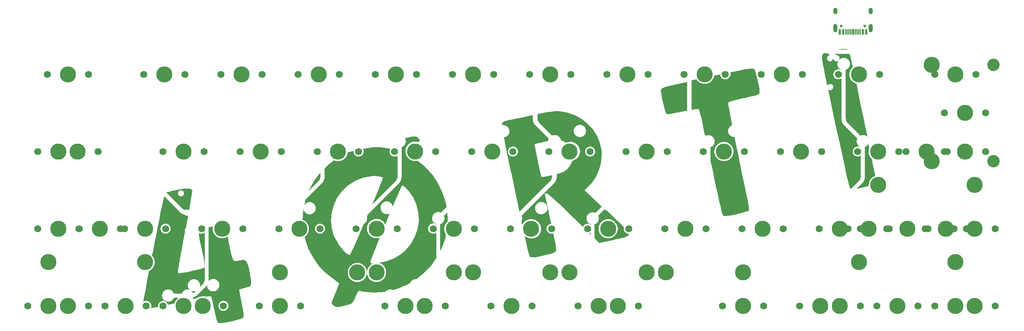
<source format=gbr>
%TF.GenerationSoftware,KiCad,Pcbnew,(7.0.0)*%
%TF.CreationDate,2023-09-29T19:41:41+02:00*%
%TF.ProjectId,mekanical,6d656b61-6e69-4636-916c-2e6b69636164,rev?*%
%TF.SameCoordinates,Original*%
%TF.FileFunction,Soldermask,Top*%
%TF.FilePolarity,Negative*%
%FSLAX46Y46*%
G04 Gerber Fmt 4.6, Leading zero omitted, Abs format (unit mm)*
G04 Created by KiCad (PCBNEW (7.0.0)) date 2023-09-29 19:41:41*
%MOMM*%
%LPD*%
G01*
G04 APERTURE LIST*
%ADD10C,0.000000*%
%ADD11C,3.987800*%
%ADD12C,3.048000*%
%ADD13C,0.650000*%
%ADD14R,0.600000X1.450000*%
%ADD15R,0.300000X1.450000*%
%ADD16O,1.000000X2.100000*%
%ADD17O,1.000000X1.600000*%
%ADD18C,1.750000*%
G04 APERTURE END LIST*
D10*
G36*
X158848364Y-55245349D02*
G01*
X165335956Y-55245349D01*
X165336450Y-55283628D01*
X165337927Y-55321726D01*
X165340375Y-55359628D01*
X165343785Y-55397318D01*
X165348145Y-55434781D01*
X165353446Y-55472001D01*
X165359677Y-55508962D01*
X165366828Y-55545650D01*
X165374889Y-55582048D01*
X165383848Y-55618141D01*
X165393696Y-55653914D01*
X165404423Y-55689351D01*
X165416018Y-55724437D01*
X165428470Y-55759155D01*
X165441769Y-55793492D01*
X165455905Y-55827430D01*
X165459955Y-55837233D01*
X165464159Y-55846813D01*
X165468508Y-55856197D01*
X165472992Y-55865410D01*
X165482322Y-55883428D01*
X165492065Y-55901074D01*
X165533511Y-55972072D01*
X165541156Y-55986617D01*
X165548345Y-56001120D01*
X165562181Y-56029838D01*
X165569243Y-56043970D01*
X165576678Y-56057895D01*
X165580600Y-56064768D01*
X165584692Y-56071573D01*
X165588982Y-56078305D01*
X165593494Y-56084961D01*
X165625247Y-56123764D01*
X165678760Y-56193721D01*
X165736020Y-56260588D01*
X165796886Y-56324169D01*
X165861221Y-56384266D01*
X165928884Y-56440685D01*
X165999735Y-56493228D01*
X166073635Y-56541698D01*
X166150445Y-56585901D01*
X166230025Y-56625638D01*
X166312236Y-56660715D01*
X166396937Y-56690934D01*
X166483990Y-56716098D01*
X166573254Y-56736013D01*
X166664591Y-56750481D01*
X166757861Y-56759305D01*
X166852924Y-56762291D01*
X166856433Y-56762294D01*
X166935276Y-56760346D01*
X167012995Y-56754560D01*
X167089500Y-56745028D01*
X167164699Y-56731840D01*
X167238504Y-56715086D01*
X167310823Y-56694857D01*
X167381565Y-56671243D01*
X167450641Y-56644334D01*
X167517960Y-56614222D01*
X167583432Y-56580996D01*
X167646965Y-56544748D01*
X167708471Y-56505566D01*
X167767858Y-56463542D01*
X167825035Y-56418767D01*
X167879913Y-56371330D01*
X167932401Y-56321322D01*
X167982408Y-56268834D01*
X168029845Y-56213956D01*
X168074620Y-56156778D01*
X168116644Y-56097391D01*
X168155825Y-56035886D01*
X168192073Y-55972351D01*
X168225299Y-55906880D01*
X168255411Y-55839560D01*
X168282319Y-55770484D01*
X168305933Y-55699741D01*
X168326162Y-55627422D01*
X168342916Y-55553617D01*
X168356104Y-55478417D01*
X168365636Y-55401912D01*
X168371422Y-55324193D01*
X168373370Y-55245349D01*
X168371422Y-55166506D01*
X168365636Y-55088787D01*
X168356104Y-55012283D01*
X168342916Y-54937083D01*
X168326162Y-54863279D01*
X168305933Y-54790960D01*
X168282319Y-54720217D01*
X168255411Y-54651141D01*
X168225299Y-54583822D01*
X168192073Y-54518350D01*
X168155825Y-54454816D01*
X168116644Y-54393310D01*
X168074620Y-54333924D01*
X168029845Y-54276746D01*
X167982408Y-54221868D01*
X167932401Y-54169380D01*
X167879913Y-54119372D01*
X167825035Y-54071935D01*
X167767858Y-54027160D01*
X167708471Y-53985136D01*
X167646965Y-53945955D01*
X167583432Y-53909706D01*
X167517960Y-53876480D01*
X167450641Y-53846368D01*
X167381565Y-53819460D01*
X167310823Y-53795846D01*
X167238504Y-53775617D01*
X167164699Y-53758863D01*
X167089500Y-53745675D01*
X167012995Y-53736143D01*
X166935276Y-53730357D01*
X166856433Y-53728408D01*
X166808676Y-53729169D01*
X166761331Y-53731434D01*
X166714415Y-53735178D01*
X166667949Y-53740377D01*
X166621951Y-53747004D01*
X166576439Y-53755035D01*
X166486948Y-53775207D01*
X166399629Y-53800691D01*
X166314630Y-53831287D01*
X166232101Y-53866791D01*
X166152192Y-53907003D01*
X166075054Y-53951722D01*
X166000835Y-54000745D01*
X165929686Y-54053871D01*
X165861756Y-54110898D01*
X165797196Y-54171626D01*
X165736156Y-54235852D01*
X165678784Y-54303374D01*
X165625232Y-54373992D01*
X165623247Y-54376598D01*
X165621268Y-54379125D01*
X165617347Y-54383969D01*
X165609798Y-54392953D01*
X165606251Y-54397176D01*
X165602912Y-54401275D01*
X165601332Y-54403291D01*
X165599820Y-54405292D01*
X165598381Y-54407282D01*
X165597018Y-54409267D01*
X165591846Y-54416001D01*
X165586902Y-54422958D01*
X165582164Y-54430111D01*
X165577612Y-54437434D01*
X165573226Y-54444902D01*
X165568984Y-54452489D01*
X165560853Y-54467917D01*
X165545419Y-54499060D01*
X165537785Y-54514364D01*
X165529987Y-54529212D01*
X165510972Y-54561568D01*
X165491624Y-54594915D01*
X165482136Y-54611858D01*
X165472937Y-54628925D01*
X165464152Y-54646074D01*
X165455905Y-54663265D01*
X165441769Y-54697203D01*
X165428470Y-54731540D01*
X165416018Y-54766258D01*
X165404423Y-54801344D01*
X165393696Y-54836781D01*
X165383848Y-54872554D01*
X165374889Y-54908648D01*
X165366828Y-54945046D01*
X165359677Y-54981734D01*
X165353446Y-55018695D01*
X165348145Y-55055915D01*
X165343785Y-55093378D01*
X165340375Y-55131069D01*
X165337927Y-55168971D01*
X165336450Y-55207070D01*
X165335956Y-55245349D01*
X158848364Y-55245349D01*
X156869266Y-53266265D01*
X156856037Y-53252631D01*
X156842808Y-53238222D01*
X156829579Y-53223089D01*
X156816350Y-53207285D01*
X156789894Y-53173868D01*
X156763437Y-53138383D01*
X156736979Y-53101245D01*
X156710520Y-53062867D01*
X156657596Y-52984043D01*
X156445926Y-52525434D01*
X156439716Y-52499380D01*
X156434281Y-52474102D01*
X156429570Y-52449547D01*
X156425531Y-52425664D01*
X156422111Y-52402401D01*
X156419261Y-52379707D01*
X156415057Y-52335817D01*
X156412508Y-52293580D01*
X156411199Y-52252583D01*
X156410648Y-52172657D01*
X156410648Y-51079050D01*
X157504276Y-50867384D01*
X158633167Y-50655717D01*
X159550403Y-50514606D01*
X160255954Y-50408773D01*
X160785129Y-50338218D01*
X161631793Y-50338218D01*
X163713199Y-50726272D01*
X165653476Y-51396549D01*
X167382098Y-52349044D01*
X168899051Y-53548488D01*
X170169055Y-54959594D01*
X171156833Y-56547092D01*
X171862399Y-58310974D01*
X172215167Y-60180694D01*
X172250461Y-61168468D01*
X172074069Y-63108741D01*
X171580173Y-64943180D01*
X170804050Y-66636512D01*
X169780994Y-68118175D01*
X168969608Y-68929561D01*
X168475726Y-69388172D01*
X168158221Y-69740947D01*
X168052387Y-69917339D01*
X168193500Y-70058445D01*
X168581561Y-70446502D01*
X169216556Y-71046222D01*
X170027942Y-71822330D01*
X170980457Y-72739551D01*
X172074069Y-73762603D01*
X172239887Y-73928409D01*
X170684116Y-75484157D01*
X170607161Y-75447509D01*
X170568444Y-75430542D01*
X170529505Y-75414540D01*
X170490296Y-75399552D01*
X170450773Y-75385623D01*
X170410887Y-75372799D01*
X170370593Y-75361128D01*
X170329845Y-75350656D01*
X170288594Y-75341429D01*
X170246796Y-75333495D01*
X170204404Y-75326898D01*
X170161370Y-75321687D01*
X170117649Y-75317906D01*
X170073193Y-75315604D01*
X170027957Y-75314827D01*
X169980210Y-75315587D01*
X169932894Y-75317851D01*
X169886027Y-75321594D01*
X169839625Y-75326788D01*
X169793706Y-75333408D01*
X169748288Y-75341430D01*
X169703388Y-75350825D01*
X169659023Y-75361569D01*
X169571971Y-75387001D01*
X169487269Y-75417518D01*
X169405059Y-75452913D01*
X169325479Y-75492979D01*
X169248669Y-75537510D01*
X169174768Y-75586300D01*
X169103917Y-75639141D01*
X169036254Y-75695826D01*
X168971920Y-75756150D01*
X168911053Y-75819905D01*
X168853794Y-75886884D01*
X168800281Y-75956882D01*
X168768527Y-75995689D01*
X168759579Y-76010240D01*
X168751167Y-76024792D01*
X168743169Y-76039344D01*
X168735460Y-76053896D01*
X168720413Y-76083001D01*
X168712827Y-76097553D01*
X168705035Y-76112106D01*
X168683983Y-76146554D01*
X168673662Y-76163882D01*
X168663589Y-76181334D01*
X168653846Y-76198952D01*
X168644516Y-76216776D01*
X168635683Y-76234849D01*
X168627429Y-76253212D01*
X168613291Y-76287150D01*
X168599989Y-76321486D01*
X168587536Y-76356205D01*
X168575941Y-76391290D01*
X168565214Y-76426727D01*
X168555366Y-76462500D01*
X168546406Y-76498593D01*
X168538347Y-76534991D01*
X168531196Y-76571678D01*
X168524966Y-76608640D01*
X168519666Y-76645859D01*
X168515306Y-76683322D01*
X168511898Y-76721012D01*
X168509450Y-76758914D01*
X168507974Y-76797013D01*
X168507480Y-76835292D01*
X168507969Y-76870695D01*
X168509408Y-76905519D01*
X168511756Y-76939846D01*
X168514972Y-76973759D01*
X168519015Y-77007342D01*
X168523844Y-77040677D01*
X168529417Y-77073846D01*
X168535693Y-77106933D01*
X168560397Y-77198654D01*
X168565545Y-77216002D01*
X168570485Y-77233598D01*
X168580240Y-77269205D01*
X168585302Y-77287050D01*
X168590655Y-77304813D01*
X168596421Y-77322410D01*
X168602725Y-77339759D01*
X168610828Y-77360920D01*
X168619261Y-77382039D01*
X168628027Y-77403075D01*
X168637122Y-77423987D01*
X168646549Y-77444733D01*
X168656305Y-77465273D01*
X168666391Y-77485564D01*
X168676807Y-77505565D01*
X168694446Y-77540847D01*
X168729653Y-77602801D01*
X168767760Y-77662920D01*
X168808689Y-77721106D01*
X168852362Y-77777262D01*
X168898703Y-77831289D01*
X168947632Y-77883088D01*
X168999074Y-77932562D01*
X169052949Y-77979612D01*
X169109181Y-78024141D01*
X169167693Y-78066050D01*
X169228405Y-78105240D01*
X169291242Y-78141614D01*
X169356124Y-78175074D01*
X169422976Y-78205521D01*
X169491718Y-78232857D01*
X169562274Y-78256984D01*
X169562274Y-78451011D01*
X169521809Y-78413185D01*
X169479819Y-78377762D01*
X169436351Y-78344747D01*
X169391452Y-78314145D01*
X169345168Y-78285962D01*
X169297546Y-78260202D01*
X169248632Y-78236871D01*
X169198472Y-78215973D01*
X169147114Y-78197515D01*
X169094603Y-78181502D01*
X169040986Y-78167937D01*
X168986310Y-78156828D01*
X168930620Y-78148178D01*
X168873964Y-78141993D01*
X168816388Y-78138278D01*
X168757938Y-78137039D01*
X168725030Y-78137679D01*
X168692454Y-78139519D01*
X168660209Y-78142434D01*
X168628295Y-78146299D01*
X168596712Y-78150991D01*
X168565458Y-78156386D01*
X168534534Y-78162360D01*
X168503940Y-78168788D01*
X168501296Y-78170106D01*
X168498650Y-78171381D01*
X168496004Y-78172574D01*
X168494681Y-78173126D01*
X168493358Y-78173642D01*
X168492035Y-78174116D01*
X168490712Y-78174544D01*
X168489388Y-78174920D01*
X168488066Y-78175240D01*
X168486743Y-78175497D01*
X168485420Y-78175687D01*
X168484098Y-78175805D01*
X168482776Y-78175846D01*
X168445786Y-78186485D01*
X168409127Y-78197454D01*
X168391025Y-78203166D01*
X168373129Y-78209085D01*
X168355481Y-78215252D01*
X168338123Y-78221710D01*
X168338138Y-78218177D01*
X168276104Y-78242263D01*
X168215744Y-78269481D01*
X168157161Y-78299737D01*
X168100459Y-78332939D01*
X168045742Y-78368993D01*
X167993111Y-78407807D01*
X167942672Y-78449287D01*
X167894527Y-78493341D01*
X167848779Y-78539875D01*
X167805532Y-78588797D01*
X167764890Y-78640014D01*
X167726955Y-78693432D01*
X167691831Y-78748958D01*
X167659621Y-78806499D01*
X167630429Y-78865964D01*
X167604358Y-78927257D01*
X165406543Y-76796485D01*
X163819034Y-75244270D01*
X162478473Y-73938999D01*
X161349582Y-72880668D01*
X160467624Y-72069278D01*
X159762073Y-71434280D01*
X159232898Y-71010948D01*
X158880115Y-70764007D01*
X158668445Y-70658172D01*
X158633167Y-70658172D01*
X158209827Y-70693450D01*
X159656223Y-77537319D01*
X159793811Y-78151153D01*
X159733672Y-78155526D01*
X159674348Y-78162653D01*
X159615912Y-78172475D01*
X159558435Y-78184937D01*
X159501989Y-78199980D01*
X159446646Y-78217546D01*
X159392477Y-78237579D01*
X159339554Y-78260020D01*
X159287949Y-78284813D01*
X159237733Y-78311899D01*
X159188978Y-78341222D01*
X159141757Y-78372724D01*
X159096140Y-78406346D01*
X159052199Y-78442033D01*
X159010006Y-78479726D01*
X158969632Y-78519368D01*
X158931150Y-78560901D01*
X158894632Y-78604268D01*
X158860148Y-78649411D01*
X158827770Y-78696273D01*
X158797570Y-78744797D01*
X158769621Y-78794924D01*
X158743993Y-78846598D01*
X158720758Y-78899761D01*
X158699988Y-78954355D01*
X158681755Y-79010323D01*
X158666130Y-79067608D01*
X158653186Y-79126151D01*
X158642993Y-79185896D01*
X158635623Y-79246785D01*
X158631149Y-79308760D01*
X158629642Y-79371765D01*
X158631241Y-79434879D01*
X158635988Y-79497172D01*
X158643804Y-79558566D01*
X158654612Y-79618984D01*
X158668335Y-79678347D01*
X158684895Y-79736578D01*
X158704214Y-79793600D01*
X158726216Y-79849335D01*
X158750822Y-79903706D01*
X158777955Y-79956636D01*
X158807537Y-80008046D01*
X158839491Y-80057859D01*
X158873740Y-80105998D01*
X158910206Y-80152385D01*
X158948811Y-80196943D01*
X158989478Y-80239594D01*
X159032130Y-80280261D01*
X159076688Y-80318865D01*
X159123076Y-80355331D01*
X159171216Y-80389579D01*
X159221029Y-80421533D01*
X159272440Y-80451115D01*
X159325370Y-80478248D01*
X159379742Y-80502853D01*
X159435478Y-80524854D01*
X159492501Y-80544174D01*
X159550733Y-80560733D01*
X159610096Y-80574456D01*
X159670514Y-80585264D01*
X159731909Y-80593080D01*
X159794203Y-80597826D01*
X159857318Y-80599426D01*
X159864383Y-80599426D01*
X159938464Y-80606483D01*
X159964516Y-80606078D01*
X159989793Y-80604898D01*
X160014347Y-80602995D01*
X160038229Y-80600420D01*
X160061492Y-80597225D01*
X160084187Y-80593462D01*
X160106365Y-80589181D01*
X160128078Y-80584436D01*
X160149377Y-80579277D01*
X160170315Y-80573757D01*
X160211312Y-80561837D01*
X160251480Y-80549090D01*
X160291232Y-80535930D01*
X160361804Y-80818153D01*
X160608753Y-82017593D01*
X160785144Y-82934814D01*
X160890964Y-83640365D01*
X160961520Y-84134254D01*
X160996814Y-84487030D01*
X160961520Y-84733970D01*
X160926242Y-84875083D01*
X160820422Y-85051467D01*
X160679309Y-85192581D01*
X160432361Y-85333686D01*
X160009021Y-85474792D01*
X159374011Y-85651184D01*
X158421512Y-85862854D01*
X157821780Y-86003959D01*
X156728168Y-86250900D01*
X155952045Y-86392013D01*
X155422870Y-86462562D01*
X155070087Y-86462562D01*
X154823139Y-86427284D01*
X154646747Y-86321449D01*
X154576190Y-86250900D01*
X154505634Y-86145065D01*
X154435077Y-85968673D01*
X154329242Y-85721733D01*
X154223407Y-85333679D01*
X154082309Y-84804512D01*
X153905917Y-84134235D01*
X153694247Y-83252296D01*
X153447299Y-82158683D01*
X153228565Y-81132103D01*
X153276686Y-81172529D01*
X153325789Y-81211767D01*
X153375863Y-81249786D01*
X153426898Y-81286554D01*
X153478884Y-81322040D01*
X153531810Y-81356214D01*
X153585666Y-81389044D01*
X153640441Y-81420499D01*
X153696126Y-81450549D01*
X153752710Y-81479162D01*
X153810184Y-81506308D01*
X153868535Y-81531954D01*
X153927755Y-81556071D01*
X153987833Y-81578628D01*
X154048759Y-81599592D01*
X154110523Y-81618934D01*
X154207912Y-81652649D01*
X154306870Y-81682270D01*
X154356913Y-81695507D01*
X154407317Y-81707674D01*
X154458072Y-81718756D01*
X154509168Y-81728737D01*
X154560595Y-81737602D01*
X154612342Y-81745336D01*
X154664399Y-81751921D01*
X154716755Y-81757345D01*
X154769402Y-81761590D01*
X154822327Y-81764641D01*
X154875521Y-81766483D01*
X154928973Y-81767101D01*
X155050596Y-81764025D01*
X155170622Y-81754897D01*
X155288905Y-81739864D01*
X155405295Y-81719076D01*
X155519643Y-81692682D01*
X155631802Y-81660829D01*
X155741623Y-81623666D01*
X155848957Y-81581342D01*
X155953655Y-81534005D01*
X156055570Y-81481805D01*
X156154551Y-81424889D01*
X156250452Y-81363406D01*
X156343123Y-81297504D01*
X156432415Y-81227333D01*
X156518181Y-81153041D01*
X156600271Y-81074776D01*
X156678536Y-80992687D01*
X156752830Y-80906923D01*
X156823002Y-80817632D01*
X156888904Y-80724962D01*
X156950388Y-80629063D01*
X157007305Y-80530082D01*
X157059506Y-80428169D01*
X157106843Y-80323472D01*
X157149168Y-80216139D01*
X157186332Y-80106319D01*
X157218185Y-79994161D01*
X157244580Y-79879813D01*
X157265369Y-79763424D01*
X157280401Y-79645142D01*
X157289530Y-79525117D01*
X157292606Y-79403495D01*
X157289826Y-79287772D01*
X157281572Y-79173517D01*
X157267970Y-79060856D01*
X157249149Y-78949915D01*
X157225234Y-78840819D01*
X157196355Y-78733693D01*
X157162637Y-78628662D01*
X157124208Y-78525853D01*
X157081195Y-78425389D01*
X157033725Y-78327397D01*
X156981927Y-78232001D01*
X156925926Y-78139328D01*
X156865851Y-78049502D01*
X156801829Y-77962649D01*
X156733986Y-77878893D01*
X156662450Y-77798361D01*
X156587349Y-77721178D01*
X156508809Y-77647469D01*
X156426958Y-77577358D01*
X156341923Y-77510973D01*
X156253831Y-77448437D01*
X156162810Y-77389876D01*
X156068987Y-77335416D01*
X155972489Y-77285182D01*
X155873443Y-77239299D01*
X155771977Y-77197892D01*
X155668218Y-77161088D01*
X155562293Y-77129010D01*
X155454329Y-77101784D01*
X155344454Y-77079537D01*
X155232795Y-77062392D01*
X155119479Y-77050476D01*
X155078152Y-77044199D01*
X155036246Y-77038625D01*
X154993843Y-77033795D01*
X154951026Y-77029750D01*
X154907879Y-77026533D01*
X154864485Y-77024184D01*
X154820926Y-77022744D01*
X154777286Y-77022254D01*
X154689040Y-77023888D01*
X154601618Y-77028750D01*
X154515074Y-77036783D01*
X154429469Y-77047927D01*
X154344858Y-77062126D01*
X154261299Y-77079320D01*
X154178850Y-77099453D01*
X154097569Y-77122465D01*
X154017512Y-77148298D01*
X153938738Y-77176895D01*
X153861303Y-77208197D01*
X153785266Y-77242147D01*
X153710684Y-77278685D01*
X153637614Y-77317754D01*
X153566113Y-77359296D01*
X153496240Y-77403252D01*
X153428051Y-77449565D01*
X153361605Y-77498176D01*
X153296959Y-77549027D01*
X153234169Y-77602061D01*
X153173295Y-77657218D01*
X153114392Y-77714441D01*
X153057520Y-77773671D01*
X153002734Y-77834851D01*
X152950093Y-77897923D01*
X152899655Y-77962827D01*
X152851476Y-78029507D01*
X152805614Y-78097903D01*
X152762126Y-78167959D01*
X152721071Y-78239615D01*
X152682506Y-78312813D01*
X152646487Y-78387496D01*
X152459506Y-77533779D01*
X152478928Y-77493686D01*
X152497472Y-77452818D01*
X152515085Y-77411227D01*
X152531717Y-77368964D01*
X152547315Y-77326081D01*
X152561827Y-77282630D01*
X152575203Y-77238662D01*
X152587390Y-77194229D01*
X152598337Y-77149383D01*
X152607992Y-77104175D01*
X152616304Y-77058657D01*
X152623220Y-77012880D01*
X152628689Y-76966897D01*
X152632659Y-76920759D01*
X152635080Y-76874517D01*
X152635898Y-76828224D01*
X152635080Y-76782327D01*
X152632659Y-76737206D01*
X152628689Y-76692808D01*
X152623220Y-76649082D01*
X152616304Y-76605975D01*
X152607992Y-76563438D01*
X152598337Y-76521417D01*
X152587390Y-76479861D01*
X152575203Y-76438718D01*
X152561827Y-76397937D01*
X152547315Y-76357466D01*
X152531717Y-76317253D01*
X152515085Y-76277247D01*
X152497472Y-76237396D01*
X152459506Y-76157951D01*
X154322173Y-74295299D01*
X155810931Y-74295299D01*
X155812880Y-74374142D01*
X155818666Y-74451862D01*
X155828198Y-74528367D01*
X155841386Y-74603567D01*
X155858140Y-74677371D01*
X155878369Y-74749690D01*
X155901983Y-74820433D01*
X155928891Y-74889509D01*
X155959003Y-74956829D01*
X155992229Y-75022300D01*
X156028478Y-75085834D01*
X156067659Y-75147340D01*
X156109683Y-75206727D01*
X156154458Y-75263904D01*
X156201895Y-75318782D01*
X156251903Y-75371270D01*
X156304391Y-75421278D01*
X156359269Y-75468714D01*
X156416447Y-75513490D01*
X156475835Y-75555513D01*
X156537341Y-75594694D01*
X156600875Y-75630943D01*
X156666347Y-75664169D01*
X156733667Y-75694281D01*
X156802744Y-75721189D01*
X156873488Y-75744803D01*
X156945807Y-75765032D01*
X157019613Y-75781786D01*
X157094814Y-75794974D01*
X157171319Y-75804506D01*
X157249040Y-75810292D01*
X157327884Y-75812240D01*
X157406727Y-75810191D01*
X157484446Y-75804118D01*
X157560950Y-75794131D01*
X157636150Y-75780339D01*
X157709955Y-75762852D01*
X157782273Y-75741780D01*
X157853016Y-75717232D01*
X157922092Y-75689320D01*
X157989411Y-75658152D01*
X158054883Y-75623837D01*
X158118416Y-75586487D01*
X158179922Y-75546211D01*
X158239308Y-75503119D01*
X158296486Y-75457320D01*
X158351364Y-75408924D01*
X158403852Y-75358041D01*
X158453859Y-75304781D01*
X158501296Y-75249254D01*
X158546071Y-75191569D01*
X158588094Y-75131837D01*
X158627276Y-75070166D01*
X158663524Y-75006668D01*
X158696750Y-74941451D01*
X158726862Y-74874626D01*
X158753770Y-74806303D01*
X158777384Y-74736590D01*
X158797613Y-74665599D01*
X158814367Y-74593438D01*
X158827555Y-74520218D01*
X158837087Y-74446048D01*
X158842873Y-74371038D01*
X158844821Y-74295299D01*
X158848346Y-74295299D01*
X158846397Y-74219560D01*
X158840612Y-74144551D01*
X158831080Y-74070381D01*
X158817892Y-73997161D01*
X158801138Y-73925001D01*
X158780909Y-73854010D01*
X158757295Y-73784297D01*
X158730387Y-73715974D01*
X158700274Y-73649149D01*
X158667049Y-73583932D01*
X158630800Y-73520434D01*
X158591618Y-73458763D01*
X158549595Y-73399031D01*
X158504819Y-73341346D01*
X158457382Y-73285819D01*
X158407375Y-73232559D01*
X158354886Y-73181676D01*
X158300008Y-73133280D01*
X158242830Y-73087481D01*
X158183443Y-73044388D01*
X158121937Y-73004112D01*
X158058402Y-72966761D01*
X157992930Y-72932447D01*
X157925610Y-72901279D01*
X157856533Y-72873366D01*
X157785790Y-72848819D01*
X157713470Y-72827747D01*
X157639665Y-72810260D01*
X157564464Y-72796467D01*
X157487958Y-72786480D01*
X157410238Y-72780407D01*
X157331393Y-72778358D01*
X157283638Y-72779119D01*
X157236294Y-72781384D01*
X157189380Y-72785128D01*
X157142915Y-72790326D01*
X157096917Y-72796954D01*
X157051406Y-72804985D01*
X156961918Y-72825157D01*
X156874600Y-72850641D01*
X156789602Y-72881236D01*
X156707074Y-72916741D01*
X156627166Y-72956953D01*
X156550028Y-73001671D01*
X156475810Y-73050694D01*
X156404661Y-73103820D01*
X156336732Y-73160848D01*
X156272172Y-73221575D01*
X156211131Y-73285801D01*
X156153760Y-73353324D01*
X156100208Y-73423942D01*
X156098223Y-73426548D01*
X156096244Y-73429076D01*
X156092323Y-73433921D01*
X156084771Y-73442906D01*
X156081223Y-73447129D01*
X156077881Y-73451229D01*
X156076300Y-73453245D01*
X156074786Y-73455245D01*
X156073344Y-73457235D01*
X156071979Y-73459220D01*
X156066807Y-73465954D01*
X156061863Y-73472910D01*
X156057125Y-73480063D01*
X156052575Y-73487386D01*
X156048190Y-73494854D01*
X156043949Y-73502441D01*
X156035821Y-73517868D01*
X156020392Y-73549012D01*
X156012760Y-73564314D01*
X156004962Y-73579162D01*
X155985948Y-73611521D01*
X155966600Y-73644870D01*
X155957111Y-73661813D01*
X155947913Y-73678880D01*
X155939128Y-73696030D01*
X155930881Y-73713222D01*
X155916742Y-73747160D01*
X155903441Y-73781496D01*
X155890987Y-73816214D01*
X155879392Y-73851299D01*
X155868665Y-73886736D01*
X155858817Y-73922508D01*
X155849858Y-73958601D01*
X155841798Y-73994999D01*
X155834648Y-74031687D01*
X155828418Y-74068648D01*
X155823118Y-74105868D01*
X155818758Y-74143330D01*
X155815349Y-74181020D01*
X155812902Y-74218922D01*
X155811426Y-74257020D01*
X155810931Y-74295299D01*
X154322173Y-74295299D01*
X160397052Y-68220470D01*
X160486764Y-68126635D01*
X160570688Y-68030371D01*
X160648824Y-67931730D01*
X160721172Y-67830763D01*
X160787732Y-67727522D01*
X160848504Y-67622060D01*
X160903489Y-67514426D01*
X160952686Y-67404675D01*
X160996094Y-67292856D01*
X161033715Y-67179021D01*
X161065549Y-67063223D01*
X161091594Y-66945514D01*
X161111851Y-66825943D01*
X161126321Y-66704565D01*
X161135003Y-66581429D01*
X161137897Y-66456588D01*
X161137897Y-65856868D01*
X161314288Y-65821586D01*
X162090411Y-65609920D01*
X162654849Y-65398254D01*
X163078189Y-65186592D01*
X163430972Y-64939647D01*
X163501529Y-64904369D01*
X164418765Y-63916595D01*
X164983218Y-62822986D01*
X165018497Y-62576042D01*
X165116975Y-62554045D01*
X165213903Y-62527811D01*
X165309177Y-62497443D01*
X165402694Y-62463044D01*
X165494351Y-62424718D01*
X165584044Y-62382567D01*
X165671670Y-62336696D01*
X165757125Y-62287208D01*
X165921112Y-62177792D01*
X166075176Y-62055147D01*
X166218492Y-61920100D01*
X166350232Y-61773477D01*
X166469570Y-61616105D01*
X166575679Y-61448811D01*
X166623514Y-61361702D01*
X166667732Y-61272423D01*
X166708229Y-61181076D01*
X166744902Y-61087766D01*
X166777647Y-60992595D01*
X166806362Y-60895668D01*
X166830943Y-60797086D01*
X166851286Y-60696955D01*
X166867288Y-60595376D01*
X166878847Y-60492454D01*
X166885857Y-60388292D01*
X166887268Y-60325336D01*
X168154681Y-60325336D01*
X168155596Y-60373079D01*
X168158317Y-60420375D01*
X168162812Y-60467189D01*
X168169048Y-60513486D01*
X168176992Y-60559234D01*
X168186610Y-60604396D01*
X168197871Y-60648940D01*
X168210741Y-60692831D01*
X168225187Y-60736035D01*
X168241177Y-60778517D01*
X168258676Y-60820243D01*
X168277653Y-60861179D01*
X168298075Y-60901291D01*
X168319907Y-60940544D01*
X168343118Y-60978905D01*
X168367675Y-61016339D01*
X168393544Y-61052811D01*
X168420693Y-61088289D01*
X168449089Y-61122736D01*
X168478698Y-61156120D01*
X168509488Y-61188405D01*
X168541426Y-61219558D01*
X168574479Y-61249545D01*
X168608614Y-61278330D01*
X168643798Y-61305881D01*
X168679998Y-61332162D01*
X168717181Y-61357140D01*
X168755314Y-61380780D01*
X168794365Y-61403047D01*
X168834300Y-61423909D01*
X168875086Y-61443330D01*
X168916690Y-61461277D01*
X168944014Y-61472850D01*
X168971736Y-61483752D01*
X168999840Y-61493972D01*
X169028311Y-61503499D01*
X169057133Y-61512324D01*
X169086291Y-61520435D01*
X169115770Y-61527824D01*
X169145553Y-61534478D01*
X169175626Y-61540388D01*
X169205972Y-61545543D01*
X169236577Y-61549934D01*
X169267424Y-61553550D01*
X169298499Y-61556380D01*
X169329786Y-61558414D01*
X169361269Y-61559643D01*
X169392932Y-61560054D01*
X169455448Y-61558415D01*
X169517259Y-61553552D01*
X169578282Y-61545549D01*
X169638433Y-61534492D01*
X169697629Y-61520463D01*
X169755784Y-61503546D01*
X169812815Y-61483827D01*
X169868638Y-61461387D01*
X169923170Y-61436312D01*
X169976325Y-61408686D01*
X170028021Y-61378592D01*
X170078172Y-61346115D01*
X170126696Y-61311338D01*
X170173508Y-61274345D01*
X170218524Y-61235221D01*
X170261661Y-61194049D01*
X170302834Y-61150913D01*
X170341959Y-61105898D01*
X170378952Y-61059087D01*
X170413730Y-61010564D01*
X170446208Y-60960413D01*
X170476302Y-60908718D01*
X170503929Y-60855564D01*
X170529004Y-60801034D01*
X170551444Y-60745211D01*
X170571164Y-60688181D01*
X170588081Y-60630027D01*
X170602110Y-60570833D01*
X170613168Y-60510683D01*
X170621171Y-60449661D01*
X170626034Y-60387850D01*
X170627673Y-60325336D01*
X170626034Y-60262822D01*
X170621171Y-60201011D01*
X170613168Y-60139989D01*
X170602110Y-60079839D01*
X170588081Y-60020645D01*
X170571164Y-59962491D01*
X170551444Y-59905461D01*
X170529004Y-59849638D01*
X170503929Y-59795108D01*
X170476302Y-59741954D01*
X170446208Y-59690259D01*
X170413730Y-59640108D01*
X170378952Y-59591585D01*
X170341959Y-59544774D01*
X170302834Y-59499759D01*
X170261661Y-59456623D01*
X170218524Y-59415451D01*
X170173508Y-59376327D01*
X170126696Y-59339334D01*
X170078172Y-59304557D01*
X170028021Y-59272080D01*
X169976325Y-59241986D01*
X169923170Y-59214360D01*
X169868638Y-59189285D01*
X169812815Y-59166845D01*
X169755784Y-59147126D01*
X169697629Y-59130209D01*
X169638433Y-59116180D01*
X169578282Y-59105123D01*
X169517259Y-59097120D01*
X169455448Y-59092257D01*
X169392932Y-59090618D01*
X169361888Y-59091029D01*
X169330942Y-59092257D01*
X169300110Y-59094292D01*
X169269407Y-59097122D01*
X169238849Y-59100737D01*
X169208450Y-59105128D01*
X169178228Y-59110283D01*
X169148196Y-59116193D01*
X169118372Y-59122847D01*
X169088769Y-59130235D01*
X169059405Y-59138346D01*
X169030293Y-59147171D01*
X169001451Y-59156699D01*
X168972892Y-59166919D01*
X168944633Y-59177821D01*
X168916690Y-59189395D01*
X168834300Y-59226764D01*
X168755314Y-59269894D01*
X168679998Y-59318511D01*
X168608614Y-59372343D01*
X168541426Y-59431116D01*
X168478698Y-59494554D01*
X168420693Y-59562385D01*
X168367675Y-59634335D01*
X168319907Y-59710129D01*
X168277653Y-59789494D01*
X168241177Y-59872156D01*
X168210741Y-59957841D01*
X168186610Y-60046276D01*
X168169048Y-60137186D01*
X168158317Y-60230297D01*
X168154681Y-60325336D01*
X166887268Y-60325336D01*
X166888217Y-60282993D01*
X166885141Y-60161372D01*
X166876013Y-60041346D01*
X166860980Y-59923065D01*
X166840193Y-59806676D01*
X166813798Y-59692329D01*
X166781944Y-59580171D01*
X166744782Y-59470351D01*
X166702457Y-59363019D01*
X166655121Y-59258322D01*
X166602920Y-59156409D01*
X166546004Y-59057428D01*
X166484520Y-58961529D01*
X166418619Y-58868860D01*
X166348447Y-58779568D01*
X166274155Y-58693804D01*
X166195890Y-58611715D01*
X166113800Y-58533451D01*
X166028036Y-58459158D01*
X165938744Y-58388987D01*
X165846074Y-58323086D01*
X165750174Y-58261603D01*
X165651193Y-58204687D01*
X165549279Y-58152487D01*
X165444582Y-58105150D01*
X165337248Y-58062826D01*
X165227428Y-58025663D01*
X165115269Y-57993810D01*
X165000921Y-57967416D01*
X164884531Y-57946628D01*
X164766249Y-57931595D01*
X164646222Y-57922467D01*
X164524600Y-57919391D01*
X164446718Y-57920866D01*
X164369208Y-57925233D01*
X164292111Y-57932412D01*
X164215469Y-57942320D01*
X164139323Y-57954873D01*
X164063715Y-57969990D01*
X163988687Y-57987587D01*
X163914279Y-58007583D01*
X163844353Y-58019318D01*
X163774881Y-58033326D01*
X163705987Y-58049566D01*
X163637796Y-58067997D01*
X163570430Y-58088578D01*
X163504015Y-58111268D01*
X163438674Y-58136024D01*
X163374530Y-58162807D01*
X162866519Y-57813556D01*
X162196246Y-57566616D01*
X162184887Y-57497691D01*
X162170692Y-57429872D01*
X162153719Y-57363228D01*
X162134027Y-57297830D01*
X162111673Y-57233751D01*
X162086717Y-57171060D01*
X162059215Y-57109829D01*
X162029226Y-57050129D01*
X161996808Y-56992031D01*
X161962020Y-56935606D01*
X161924919Y-56880925D01*
X161885564Y-56828059D01*
X161844012Y-56777079D01*
X161800323Y-56728056D01*
X161754553Y-56681062D01*
X161706762Y-56636167D01*
X161657007Y-56593443D01*
X161605346Y-56552959D01*
X161551838Y-56514789D01*
X161496540Y-56479002D01*
X161439512Y-56445670D01*
X161380811Y-56414863D01*
X161320494Y-56386653D01*
X161258621Y-56361111D01*
X161195250Y-56338307D01*
X161130438Y-56318314D01*
X161064243Y-56301202D01*
X160996725Y-56287041D01*
X160927940Y-56275904D01*
X160857948Y-56267861D01*
X160786806Y-56262982D01*
X160714572Y-56261341D01*
X160689442Y-56261665D01*
X160664354Y-56262609D01*
X160639348Y-56264132D01*
X160614467Y-56266192D01*
X160589752Y-56268749D01*
X160565244Y-56271761D01*
X160540985Y-56275186D01*
X160517017Y-56278984D01*
X160492313Y-56278984D01*
X160458662Y-56279394D01*
X160425181Y-56280616D01*
X160391877Y-56282634D01*
X160358753Y-56285432D01*
X160325814Y-56288995D01*
X160293067Y-56293307D01*
X160260517Y-56298353D01*
X160228168Y-56304117D01*
X160196025Y-56310584D01*
X160164095Y-56317738D01*
X160132382Y-56325564D01*
X160100890Y-56334047D01*
X160038596Y-56352918D01*
X159977252Y-56374229D01*
X158848364Y-55245349D01*
G37*
G36*
X102862224Y-66481292D02*
G01*
X102861411Y-66520010D01*
X102859027Y-66559512D01*
X102855155Y-66599924D01*
X102849877Y-66641368D01*
X102843276Y-66683970D01*
X102835435Y-66727854D01*
X102826437Y-66773143D01*
X102816364Y-66819961D01*
X102819888Y-66819957D01*
X102625858Y-67285625D01*
X102615233Y-67303240D01*
X102604531Y-67320380D01*
X102593757Y-67337065D01*
X102582916Y-67353315D01*
X102561053Y-67384596D01*
X102538984Y-67414389D01*
X102516749Y-67442858D01*
X102494391Y-67470170D01*
X102471949Y-67496490D01*
X102449466Y-67521984D01*
X102446005Y-67524124D01*
X102442280Y-67526539D01*
X102434308Y-67531962D01*
X102426089Y-67537799D01*
X102418159Y-67543594D01*
X102405317Y-67553242D01*
X102400081Y-67557266D01*
X99930621Y-70026702D01*
X101165347Y-67768932D01*
X101377017Y-67416156D01*
X102823421Y-65475879D01*
X102862224Y-65437076D01*
X102862224Y-66481292D01*
G37*
G36*
X70948846Y-94699400D02*
G01*
X70976457Y-94712417D01*
X71004387Y-94724845D01*
X71032633Y-94736678D01*
X71061189Y-94747912D01*
X71090049Y-94758541D01*
X71119209Y-94768560D01*
X71148664Y-94777964D01*
X71178408Y-94786748D01*
X71208436Y-94794907D01*
X71238743Y-94802434D01*
X71269324Y-94809327D01*
X71300173Y-94815578D01*
X71331287Y-94821184D01*
X71362658Y-94826138D01*
X71394283Y-94830436D01*
X71397811Y-94830436D01*
X71491736Y-94841906D01*
X71515321Y-94844360D01*
X71539196Y-94846318D01*
X71563484Y-94847614D01*
X71588310Y-94848083D01*
X71618614Y-94847715D01*
X71648675Y-94846629D01*
X71678499Y-94844850D01*
X71708090Y-94842405D01*
X71737454Y-94839319D01*
X71766595Y-94835618D01*
X71824231Y-94826474D01*
X71881041Y-94815180D01*
X71937065Y-94801944D01*
X71992346Y-94786971D01*
X72046924Y-94770469D01*
X71884643Y-94932746D01*
X71871009Y-94945977D01*
X71856599Y-94959207D01*
X71841467Y-94972437D01*
X71825662Y-94985667D01*
X71792244Y-95012126D01*
X71756759Y-95038584D01*
X71719620Y-95065042D01*
X71681241Y-95091500D01*
X71602428Y-95144409D01*
X71602425Y-95144411D01*
X71602425Y-95144410D01*
X71355483Y-95250244D01*
X71350246Y-95242307D01*
X71347730Y-95238339D01*
X71345339Y-95234371D01*
X71343113Y-95230402D01*
X71342076Y-95228418D01*
X71341095Y-95226434D01*
X71340176Y-95224450D01*
X71339325Y-95222466D01*
X71338546Y-95220482D01*
X71337844Y-95218498D01*
X71329851Y-95199976D01*
X71325751Y-95190714D01*
X71321526Y-95181453D01*
X71317136Y-95172192D01*
X71312540Y-95162931D01*
X71307695Y-95153670D01*
X71302562Y-95144409D01*
X71284951Y-95112090D01*
X71266513Y-95079993D01*
X71247248Y-95048175D01*
X71227157Y-95016693D01*
X71206238Y-94985603D01*
X71184493Y-94954963D01*
X71161921Y-94924830D01*
X71138522Y-94895259D01*
X71114296Y-94866309D01*
X71089243Y-94838036D01*
X71063364Y-94810497D01*
X71036657Y-94783748D01*
X71009123Y-94757847D01*
X70980763Y-94732851D01*
X70951576Y-94708815D01*
X70921561Y-94685798D01*
X70948846Y-94699400D01*
G37*
G36*
X76437192Y-98425239D02*
G01*
X77666694Y-98425239D01*
X77667608Y-98472982D01*
X77670329Y-98520278D01*
X77674824Y-98567092D01*
X77681060Y-98613390D01*
X77689004Y-98659137D01*
X77698623Y-98704300D01*
X77709883Y-98748844D01*
X77722753Y-98792734D01*
X77737199Y-98835938D01*
X77753188Y-98878420D01*
X77770688Y-98920146D01*
X77789665Y-98961083D01*
X77810086Y-99001195D01*
X77831918Y-99040448D01*
X77855129Y-99078809D01*
X77879686Y-99116243D01*
X77905555Y-99152716D01*
X77932704Y-99188193D01*
X77961099Y-99222641D01*
X77990708Y-99256025D01*
X78021498Y-99288310D01*
X78053436Y-99319464D01*
X78086489Y-99349451D01*
X78120623Y-99378237D01*
X78155807Y-99405788D01*
X78192007Y-99432069D01*
X78229190Y-99457047D01*
X78267323Y-99480688D01*
X78306374Y-99502956D01*
X78346308Y-99523818D01*
X78387094Y-99543240D01*
X78428699Y-99561187D01*
X78456023Y-99572760D01*
X78483746Y-99583660D01*
X78511850Y-99593879D01*
X78540322Y-99603406D01*
X78569145Y-99612230D01*
X78598304Y-99620340D01*
X78627784Y-99627728D01*
X78657568Y-99634382D01*
X78687641Y-99640292D01*
X78717989Y-99645447D01*
X78748595Y-99649838D01*
X78779443Y-99653453D01*
X78810519Y-99656283D01*
X78841807Y-99658318D01*
X78873291Y-99659546D01*
X78904956Y-99659957D01*
X78967471Y-99658318D01*
X79029281Y-99653455D01*
X79090303Y-99645453D01*
X79150454Y-99634395D01*
X79209648Y-99620366D01*
X79267802Y-99603450D01*
X79324833Y-99583730D01*
X79380656Y-99561291D01*
X79435186Y-99536216D01*
X79488341Y-99508590D01*
X79540036Y-99478496D01*
X79590187Y-99446019D01*
X79638711Y-99411242D01*
X79685523Y-99374249D01*
X79730539Y-99335125D01*
X79773675Y-99293953D01*
X79814847Y-99250818D01*
X79853972Y-99205803D01*
X79890965Y-99158991D01*
X79925743Y-99110469D01*
X79958221Y-99060318D01*
X79988315Y-99008623D01*
X80015942Y-98955469D01*
X80041017Y-98900938D01*
X80063457Y-98845116D01*
X80083177Y-98788086D01*
X80100094Y-98729932D01*
X80114123Y-98670737D01*
X80125181Y-98610587D01*
X80133183Y-98549564D01*
X80138046Y-98487754D01*
X80139686Y-98425239D01*
X80138046Y-98362725D01*
X80133183Y-98300915D01*
X80125181Y-98239893D01*
X80114123Y-98179743D01*
X80100094Y-98120549D01*
X80083177Y-98062395D01*
X80063457Y-98005365D01*
X80041017Y-97949543D01*
X80015942Y-97895013D01*
X79988315Y-97841858D01*
X79958221Y-97790164D01*
X79925743Y-97740013D01*
X79890965Y-97691490D01*
X79853972Y-97644679D01*
X79814847Y-97599663D01*
X79773675Y-97556528D01*
X79730539Y-97515356D01*
X79685523Y-97476231D01*
X79638711Y-97439238D01*
X79590187Y-97404461D01*
X79540036Y-97371984D01*
X79488341Y-97341890D01*
X79435186Y-97314263D01*
X79380656Y-97289188D01*
X79324833Y-97266749D01*
X79267802Y-97247029D01*
X79209648Y-97230113D01*
X79150454Y-97216083D01*
X79090303Y-97205026D01*
X79029281Y-97197023D01*
X78967471Y-97192160D01*
X78904956Y-97190521D01*
X78873911Y-97190932D01*
X78842965Y-97192161D01*
X78812132Y-97194195D01*
X78781428Y-97197025D01*
X78750869Y-97200641D01*
X78720470Y-97205032D01*
X78690246Y-97210187D01*
X78660214Y-97216097D01*
X78630389Y-97222752D01*
X78600785Y-97230140D01*
X78571420Y-97238251D01*
X78542307Y-97247076D01*
X78513463Y-97256603D01*
X78484903Y-97266823D01*
X78456644Y-97277725D01*
X78428699Y-97289299D01*
X78346308Y-97326667D01*
X78267323Y-97369798D01*
X78192007Y-97418417D01*
X78120623Y-97472249D01*
X78053436Y-97531022D01*
X77990708Y-97594461D01*
X77932704Y-97662292D01*
X77879686Y-97734242D01*
X77831918Y-97810036D01*
X77789665Y-97889401D01*
X77753188Y-97972063D01*
X77722753Y-98057748D01*
X77698623Y-98146182D01*
X77681060Y-98237091D01*
X77670329Y-98330201D01*
X77666694Y-98425239D01*
X76437192Y-98425239D01*
X76428436Y-98382919D01*
X76216766Y-97465698D01*
X76040374Y-96724861D01*
X75899265Y-96266250D01*
X75863986Y-96160415D01*
X75793430Y-96089859D01*
X75652320Y-96054580D01*
X75370097Y-96054580D01*
X74946761Y-96089859D01*
X74523429Y-96160415D01*
X74430822Y-96135610D01*
X74338216Y-96114112D01*
X74245611Y-96095922D01*
X74153006Y-96081039D01*
X74060401Y-96069463D01*
X73967797Y-96061195D01*
X73875192Y-96056234D01*
X73782588Y-96054580D01*
X73671372Y-96056647D01*
X73562584Y-96062849D01*
X73456173Y-96073184D01*
X73352087Y-96087654D01*
X73250275Y-96106257D01*
X73150685Y-96128995D01*
X73053266Y-96155867D01*
X72957965Y-96186873D01*
X72864732Y-96222013D01*
X72773513Y-96261287D01*
X72684259Y-96304696D01*
X72596917Y-96352238D01*
X72511435Y-96403914D01*
X72427762Y-96459725D01*
X72345846Y-96519669D01*
X72265636Y-96583747D01*
X71175548Y-96795417D01*
X71197665Y-96765987D01*
X71219033Y-96735921D01*
X71239647Y-96705245D01*
X71259500Y-96673985D01*
X71278589Y-96642167D01*
X71296908Y-96609817D01*
X71314451Y-96576960D01*
X71331214Y-96543623D01*
X71347192Y-96509830D01*
X71362379Y-96475609D01*
X71376770Y-96440985D01*
X71390360Y-96405984D01*
X71403143Y-96370632D01*
X71415116Y-96334954D01*
X71426272Y-96298976D01*
X71436607Y-96262725D01*
X71514236Y-96241022D01*
X71590988Y-96216927D01*
X71666809Y-96190444D01*
X71741648Y-96161579D01*
X71815454Y-96130337D01*
X71888175Y-96096722D01*
X71959760Y-96060741D01*
X72030155Y-96022399D01*
X72099311Y-95981699D01*
X72167175Y-95938649D01*
X72233695Y-95893252D01*
X72298820Y-95845514D01*
X72362498Y-95795441D01*
X72424677Y-95743036D01*
X72485307Y-95688306D01*
X72544334Y-95631256D01*
X74509319Y-93666282D01*
X74556123Y-93618162D01*
X74601316Y-93569049D01*
X74644938Y-93518944D01*
X74687031Y-93467847D01*
X74727636Y-93415759D01*
X74766793Y-93362678D01*
X74804546Y-93308605D01*
X74840934Y-93253540D01*
X74840934Y-93267646D01*
X74844459Y-93309974D01*
X74844459Y-93338203D01*
X74846417Y-93415453D01*
X74852228Y-93491698D01*
X74861798Y-93566844D01*
X74875031Y-93640796D01*
X74891832Y-93713459D01*
X74912106Y-93784737D01*
X74935758Y-93854536D01*
X74962695Y-93922761D01*
X74992819Y-93989317D01*
X75026037Y-94054108D01*
X75062253Y-94117041D01*
X75101374Y-94178020D01*
X75143302Y-94236950D01*
X75187945Y-94293736D01*
X75235206Y-94348283D01*
X75284991Y-94400496D01*
X75337204Y-94450281D01*
X75391752Y-94497541D01*
X75448538Y-94542183D01*
X75507468Y-94584112D01*
X75568448Y-94623232D01*
X75631381Y-94659448D01*
X75696174Y-94692666D01*
X75762730Y-94722790D01*
X75830956Y-94749726D01*
X75900756Y-94773379D01*
X75972035Y-94793653D01*
X76044699Y-94810454D01*
X76118652Y-94823687D01*
X76193799Y-94833256D01*
X76270046Y-94839068D01*
X76347297Y-94841026D01*
X76406222Y-94839886D01*
X76464568Y-94836493D01*
X76522294Y-94830890D01*
X76579359Y-94823118D01*
X76635721Y-94813220D01*
X76691339Y-94801238D01*
X76746171Y-94787213D01*
X76800177Y-94771188D01*
X76853314Y-94753204D01*
X76905542Y-94733303D01*
X76956819Y-94711528D01*
X77007104Y-94687921D01*
X77056355Y-94662523D01*
X77104531Y-94635376D01*
X77151592Y-94606522D01*
X77197494Y-94576005D01*
X77242198Y-94543864D01*
X77285662Y-94510143D01*
X77327844Y-94474883D01*
X77368703Y-94438126D01*
X77408197Y-94399915D01*
X77446287Y-94360291D01*
X77482929Y-94319297D01*
X77518083Y-94276973D01*
X77551707Y-94233363D01*
X77583761Y-94188509D01*
X77614202Y-94142451D01*
X77642989Y-94095233D01*
X77670081Y-94046896D01*
X77695438Y-93997482D01*
X77719016Y-93947033D01*
X77740775Y-93895591D01*
X77756855Y-93859626D01*
X77772009Y-93823176D01*
X77786223Y-93786250D01*
X77799481Y-93748858D01*
X77811767Y-93711012D01*
X77823066Y-93672721D01*
X77833363Y-93633997D01*
X77842641Y-93594848D01*
X77850886Y-93555286D01*
X77858082Y-93515321D01*
X77864214Y-93474964D01*
X77869265Y-93434223D01*
X77873221Y-93393111D01*
X77876066Y-93351638D01*
X77877784Y-93309812D01*
X77878360Y-93267646D01*
X77876311Y-93188803D01*
X77870238Y-93111083D01*
X77860251Y-93034578D01*
X77846458Y-92959378D01*
X77828971Y-92885573D01*
X77807899Y-92813253D01*
X77783351Y-92742510D01*
X77755438Y-92673434D01*
X77724270Y-92606115D01*
X77689955Y-92540643D01*
X77652605Y-92477109D01*
X77612328Y-92415603D01*
X77569236Y-92356216D01*
X77523436Y-92299038D01*
X77475040Y-92244160D01*
X77424156Y-92191672D01*
X77370896Y-92141664D01*
X77315368Y-92094228D01*
X77257683Y-92049452D01*
X77197950Y-92007429D01*
X77136280Y-91968247D01*
X77072781Y-91931999D01*
X77007564Y-91898773D01*
X76940738Y-91868661D01*
X76872414Y-91841753D01*
X76802701Y-91818139D01*
X76731709Y-91797910D01*
X76659548Y-91781156D01*
X76586327Y-91767968D01*
X76512157Y-91758436D01*
X76437147Y-91752650D01*
X76361408Y-91750701D01*
X76276517Y-91753163D01*
X76192604Y-91760472D01*
X76109817Y-91772514D01*
X76028306Y-91789177D01*
X75948222Y-91810345D01*
X75869714Y-91835906D01*
X75792932Y-91865746D01*
X75718025Y-91899751D01*
X75645145Y-91937808D01*
X75574440Y-91979802D01*
X75506060Y-92025620D01*
X75440156Y-92075148D01*
X75376876Y-92128273D01*
X75316372Y-92184880D01*
X75258793Y-92244857D01*
X75204288Y-92308090D01*
X75211882Y-92260300D01*
X75218732Y-92212180D01*
X75224755Y-92163729D01*
X75229868Y-92114947D01*
X75233989Y-92065834D01*
X75237034Y-92016391D01*
X75238922Y-91966617D01*
X75239570Y-91916511D01*
X75239570Y-79018989D01*
X75444183Y-78983707D01*
X75902797Y-78877872D01*
X76290859Y-78807319D01*
X76289384Y-78817744D01*
X76287661Y-78827879D01*
X76285773Y-78837766D01*
X76283802Y-78847446D01*
X76279944Y-78866352D01*
X76278222Y-78875661D01*
X76276748Y-78884929D01*
X76275281Y-78891543D01*
X76273607Y-78898156D01*
X76270135Y-78911385D01*
X76268585Y-78918000D01*
X76267910Y-78921308D01*
X76267324Y-78924615D01*
X76266840Y-78927923D01*
X76266476Y-78931231D01*
X76266246Y-78934539D01*
X76266166Y-78937847D01*
X76250730Y-79036185D01*
X76243840Y-79084196D01*
X76240746Y-79108056D01*
X76237941Y-79131874D01*
X76237941Y-79138931D01*
X76234145Y-79164066D01*
X76230721Y-79189202D01*
X76227710Y-79214337D01*
X76225153Y-79239473D01*
X76223093Y-79264608D01*
X76221570Y-79289744D01*
X76220626Y-79314879D01*
X76220302Y-79340015D01*
X76220626Y-79374406D01*
X76221570Y-79408754D01*
X76223093Y-79443019D01*
X76225153Y-79477160D01*
X76227710Y-79511135D01*
X76230721Y-79544904D01*
X76234145Y-79578424D01*
X76237941Y-79611656D01*
X76251749Y-79721685D01*
X76270602Y-79830102D01*
X76294378Y-79936785D01*
X76322953Y-80041609D01*
X76356204Y-80144451D01*
X76394010Y-80245188D01*
X76436247Y-80343697D01*
X76482792Y-80439854D01*
X76533523Y-80533535D01*
X76588318Y-80624618D01*
X76647052Y-80712978D01*
X76709604Y-80798494D01*
X76775851Y-80881040D01*
X76845671Y-80960494D01*
X76918939Y-81036733D01*
X76995535Y-81109633D01*
X77075334Y-81179070D01*
X77158214Y-81244922D01*
X77244054Y-81307065D01*
X77332728Y-81365375D01*
X77424116Y-81419730D01*
X77518094Y-81470005D01*
X77614540Y-81516078D01*
X77713330Y-81557825D01*
X77814343Y-81595122D01*
X77917455Y-81627847D01*
X78022544Y-81655876D01*
X78129486Y-81679085D01*
X78238160Y-81697351D01*
X78348442Y-81710551D01*
X78460210Y-81718562D01*
X78573341Y-81721260D01*
X78667465Y-81719371D01*
X78760617Y-81713756D01*
X78852736Y-81704494D01*
X78943760Y-81691660D01*
X79033625Y-81675333D01*
X79122272Y-81655590D01*
X79209637Y-81632510D01*
X79295658Y-81606168D01*
X79380273Y-81576643D01*
X79463421Y-81544012D01*
X79545040Y-81508353D01*
X79625066Y-81469743D01*
X79703439Y-81428260D01*
X79780097Y-81383981D01*
X79854976Y-81336984D01*
X79928016Y-81287345D01*
X80139686Y-82303344D01*
X80316074Y-83185287D01*
X80598300Y-84596393D01*
X80845245Y-85654724D01*
X81056915Y-86430831D01*
X81233302Y-86959999D01*
X81409694Y-87206939D01*
X81656638Y-87348053D01*
X81974136Y-87383331D01*
X82397472Y-87312774D01*
X82926643Y-87206939D01*
X82961921Y-87206939D01*
X83561645Y-87101104D01*
X84020259Y-87101104D01*
X84373042Y-87242218D01*
X84655261Y-87559715D01*
X84902210Y-88124160D01*
X85113879Y-88970817D01*
X85360828Y-90134986D01*
X85396106Y-90311370D01*
X85643047Y-91510810D01*
X85635982Y-91503768D01*
X85706538Y-92279876D01*
X85741817Y-92879592D01*
X85635982Y-93302925D01*
X85353755Y-93585151D01*
X84895145Y-93796814D01*
X84224864Y-93973205D01*
X84048473Y-94008483D01*
X82743190Y-94361259D01*
X83378192Y-97571533D01*
X83625137Y-98806251D01*
X83766246Y-99723472D01*
X83836803Y-100358474D01*
X83872081Y-100781806D01*
X83836803Y-101064025D01*
X83766246Y-101205139D01*
X83625137Y-101381523D01*
X83413467Y-101522636D01*
X83025409Y-101663742D01*
X82425685Y-101840133D01*
X81579017Y-102051796D01*
X80732345Y-102228187D01*
X79603454Y-102475128D01*
X78792056Y-102616241D01*
X78227607Y-102686790D01*
X77874828Y-102686790D01*
X77627883Y-102616241D01*
X77592605Y-102580955D01*
X77451495Y-102439849D01*
X77310386Y-102157630D01*
X77169276Y-101699020D01*
X76992885Y-100993461D01*
X76781215Y-100005683D01*
X76640105Y-99405967D01*
X76437192Y-98425239D01*
G37*
G36*
X169562274Y-80849899D02*
G01*
X169220081Y-80507705D01*
X169228014Y-80502468D01*
X169231982Y-80499952D01*
X169235952Y-80497561D01*
X169239922Y-80495335D01*
X169241907Y-80494298D01*
X169243892Y-80493317D01*
X169245878Y-80492398D01*
X169247863Y-80491547D01*
X169249849Y-80490768D01*
X169251834Y-80490066D01*
X169263697Y-80485935D01*
X169275472Y-80481489D01*
X169287155Y-80476742D01*
X169298739Y-80471712D01*
X169310221Y-80466412D01*
X169321594Y-80460859D01*
X169332853Y-80455069D01*
X169343993Y-80449056D01*
X169355010Y-80442837D01*
X169365897Y-80436426D01*
X169387262Y-80423093D01*
X169408047Y-80409182D01*
X169428211Y-80394817D01*
X169428541Y-80394496D01*
X169428871Y-80394196D01*
X169429199Y-80393915D01*
X169429526Y-80393652D01*
X169429850Y-80393408D01*
X169430171Y-80393181D01*
X169430489Y-80392971D01*
X169430801Y-80392777D01*
X169431109Y-80392598D01*
X169431411Y-80392435D01*
X169431706Y-80392286D01*
X169431995Y-80392150D01*
X169432276Y-80392027D01*
X169432548Y-80391916D01*
X169433065Y-80391729D01*
X169433540Y-80391584D01*
X169433969Y-80391474D01*
X169434347Y-80391396D01*
X169434667Y-80391343D01*
X169434925Y-80391312D01*
X169435116Y-80391295D01*
X169435275Y-80391288D01*
X169435275Y-80387760D01*
X169467030Y-80364003D01*
X169498780Y-80340576D01*
X169530528Y-80317811D01*
X169546401Y-80306781D01*
X169562274Y-80296039D01*
X169562274Y-80849899D01*
G37*
G36*
X62611496Y-79375289D02*
G01*
X63375594Y-79375289D01*
X63376509Y-79423033D01*
X63379230Y-79470328D01*
X63383725Y-79517142D01*
X63389961Y-79563440D01*
X63397904Y-79609187D01*
X63407523Y-79654350D01*
X63418784Y-79698893D01*
X63431654Y-79742784D01*
X63446100Y-79785988D01*
X63462089Y-79828469D01*
X63479588Y-79870196D01*
X63498565Y-79911132D01*
X63518986Y-79951244D01*
X63540819Y-79990497D01*
X63564030Y-80028858D01*
X63588587Y-80066291D01*
X63614456Y-80102764D01*
X63641605Y-80138241D01*
X63670000Y-80172689D01*
X63699610Y-80206072D01*
X63730400Y-80238358D01*
X63762338Y-80269511D01*
X63795391Y-80299498D01*
X63829526Y-80328284D01*
X63864710Y-80355835D01*
X63900910Y-80382116D01*
X63938093Y-80407094D01*
X63976226Y-80430734D01*
X64015277Y-80453003D01*
X64055212Y-80473865D01*
X64095998Y-80493287D01*
X64137603Y-80511234D01*
X64164927Y-80522807D01*
X64192648Y-80533708D01*
X64220753Y-80543928D01*
X64249224Y-80553454D01*
X64278046Y-80562279D01*
X64307204Y-80570390D01*
X64336683Y-80577778D01*
X64366467Y-80584432D01*
X64396540Y-80590342D01*
X64426887Y-80595497D01*
X64457492Y-80599888D01*
X64488341Y-80603503D01*
X64519416Y-80606334D01*
X64550704Y-80608368D01*
X64582188Y-80609596D01*
X64613853Y-80610008D01*
X64676367Y-80608368D01*
X64738178Y-80603505D01*
X64799201Y-80595503D01*
X64859351Y-80584445D01*
X64918546Y-80570416D01*
X64976701Y-80553500D01*
X65033731Y-80533780D01*
X65089554Y-80511341D01*
X65144085Y-80486266D01*
X65197240Y-80458640D01*
X65248935Y-80428546D01*
X65299086Y-80396068D01*
X65347609Y-80361291D01*
X65394421Y-80324299D01*
X65439437Y-80285174D01*
X65482573Y-80244002D01*
X65523745Y-80200867D01*
X65562870Y-80155851D01*
X65599863Y-80109040D01*
X65634640Y-80060517D01*
X65667118Y-80010366D01*
X65697212Y-79958672D01*
X65724839Y-79905517D01*
X65749914Y-79850987D01*
X65772354Y-79795165D01*
X65792074Y-79738135D01*
X65808990Y-79679981D01*
X65823020Y-79620786D01*
X65834077Y-79560636D01*
X65842080Y-79499614D01*
X65846943Y-79437804D01*
X65848583Y-79375289D01*
X65846943Y-79312775D01*
X65842080Y-79250965D01*
X65834077Y-79189944D01*
X65823020Y-79129794D01*
X65808990Y-79070600D01*
X65792074Y-79012446D01*
X65772354Y-78955416D01*
X65749914Y-78899593D01*
X65724839Y-78845063D01*
X65697212Y-78791909D01*
X65667118Y-78740214D01*
X65634640Y-78690063D01*
X65599863Y-78641540D01*
X65562870Y-78594729D01*
X65523745Y-78549714D01*
X65482573Y-78506578D01*
X65439437Y-78465406D01*
X65394421Y-78426282D01*
X65347609Y-78389289D01*
X65299086Y-78354512D01*
X65248935Y-78322034D01*
X65197240Y-78291940D01*
X65144085Y-78264314D01*
X65089554Y-78239239D01*
X65033731Y-78216799D01*
X64976701Y-78197079D01*
X64918546Y-78180163D01*
X64859351Y-78166134D01*
X64799201Y-78155076D01*
X64738178Y-78147074D01*
X64676367Y-78142211D01*
X64613853Y-78140571D01*
X64582808Y-78140983D01*
X64551862Y-78142211D01*
X64521029Y-78144245D01*
X64490325Y-78147076D01*
X64459766Y-78150691D01*
X64429368Y-78155082D01*
X64399145Y-78160238D01*
X64369113Y-78166148D01*
X64339288Y-78172802D01*
X64309685Y-78180190D01*
X64280320Y-78188301D01*
X64251208Y-78197126D01*
X64222365Y-78206653D01*
X64193806Y-78216873D01*
X64165547Y-78227775D01*
X64137603Y-78239349D01*
X64055212Y-78276717D01*
X63976226Y-78319847D01*
X63900910Y-78368465D01*
X63829526Y-78422297D01*
X63762338Y-78481070D01*
X63699610Y-78544509D01*
X63641605Y-78612340D01*
X63588587Y-78684289D01*
X63540819Y-78760084D01*
X63498565Y-78839449D01*
X63462089Y-78922111D01*
X63431654Y-79007796D01*
X63407523Y-79096231D01*
X63389961Y-79187140D01*
X63379230Y-79280251D01*
X63375594Y-79375289D01*
X62611496Y-79375289D01*
X62648864Y-79191844D01*
X63001643Y-77392681D01*
X63319148Y-75734630D01*
X63495536Y-74782135D01*
X63508697Y-74740862D01*
X63521444Y-74696695D01*
X63533364Y-74650048D01*
X63544044Y-74601334D01*
X63553070Y-74550966D01*
X63556834Y-74525291D01*
X63560029Y-74499358D01*
X63562605Y-74473219D01*
X63564508Y-74446924D01*
X63565688Y-74420526D01*
X63566093Y-74394077D01*
X63601371Y-74252967D01*
X63918872Y-73088802D01*
X64130538Y-72065753D01*
X64271652Y-71395481D01*
X68152229Y-75276023D01*
X68212272Y-75333073D01*
X68274564Y-75387797D01*
X68338954Y-75440185D01*
X68405292Y-75490227D01*
X68473429Y-75537912D01*
X68543214Y-75583231D01*
X68614498Y-75626172D01*
X68687131Y-75666726D01*
X68760962Y-75704882D01*
X68835843Y-75740629D01*
X68911622Y-75773959D01*
X68988151Y-75804860D01*
X69065280Y-75833321D01*
X69142858Y-75859333D01*
X69220735Y-75882886D01*
X69298763Y-75903968D01*
X69304796Y-75911162D01*
X69310984Y-75918196D01*
X69317318Y-75925074D01*
X69323786Y-75931803D01*
X69330378Y-75938387D01*
X69337083Y-75944832D01*
X69343892Y-75951142D01*
X69350795Y-75957324D01*
X69364837Y-75969319D01*
X69379127Y-75980860D01*
X69393584Y-75991987D01*
X69408122Y-76002742D01*
X69433749Y-76024648D01*
X69460336Y-76045365D01*
X69487854Y-76064863D01*
X69516271Y-76083110D01*
X69545557Y-76100075D01*
X69575679Y-76115728D01*
X69606608Y-76130037D01*
X69638312Y-76142971D01*
X69670760Y-76154500D01*
X69703921Y-76164592D01*
X69737764Y-76173217D01*
X69772258Y-76180343D01*
X69807372Y-76185939D01*
X69843076Y-76189975D01*
X69879337Y-76192419D01*
X69916126Y-76193241D01*
X69935969Y-76192836D01*
X69955812Y-76191656D01*
X69975656Y-76189753D01*
X69995500Y-76187178D01*
X70015343Y-76183983D01*
X70035187Y-76180219D01*
X70055031Y-76175939D01*
X70074875Y-76171194D01*
X70114562Y-76160514D01*
X70154250Y-76148595D01*
X70233627Y-76122688D01*
X69916126Y-77745464D01*
X69630374Y-79198902D01*
X69598718Y-79225515D01*
X69568617Y-79253720D01*
X69540139Y-79283455D01*
X69513350Y-79314657D01*
X69488319Y-79347264D01*
X69465112Y-79381216D01*
X69443796Y-79416448D01*
X69424439Y-79452900D01*
X69407108Y-79490510D01*
X69391869Y-79529215D01*
X69378791Y-79568954D01*
X69367940Y-79609665D01*
X69359383Y-79651285D01*
X69353188Y-79693752D01*
X69349422Y-79737006D01*
X69348151Y-79780983D01*
X69348522Y-79804049D01*
X69349626Y-79826945D01*
X69351453Y-79849666D01*
X69353994Y-79872205D01*
X69357237Y-79894559D01*
X69361173Y-79916722D01*
X69365791Y-79938688D01*
X69371080Y-79960454D01*
X69377031Y-79982012D01*
X69383634Y-80003359D01*
X69390877Y-80024488D01*
X69398750Y-80045396D01*
X69407244Y-80066076D01*
X69416348Y-80086524D01*
X69426051Y-80106734D01*
X69436343Y-80126701D01*
X69418704Y-80211368D01*
X68995372Y-82433864D01*
X68607311Y-84409420D01*
X68289813Y-86138023D01*
X68042865Y-87584411D01*
X67831195Y-88748573D01*
X67690086Y-89595237D01*
X67654807Y-90089126D01*
X67654807Y-90230232D01*
X67760642Y-90336067D01*
X67972312Y-90371345D01*
X68325092Y-90336067D01*
X68889541Y-90265510D01*
X69700935Y-90124404D01*
X70829829Y-89877456D01*
X70935664Y-89842178D01*
X72276229Y-89559959D01*
X73264011Y-89313018D01*
X73899017Y-89101348D01*
X74216518Y-88924957D01*
X74251796Y-88889679D01*
X74287078Y-88642738D01*
X74287078Y-92001174D01*
X74285905Y-92010442D01*
X74284981Y-92019751D01*
X74283547Y-92038656D01*
X74282114Y-92058222D01*
X74281191Y-92068356D01*
X74280021Y-92078781D01*
X74280021Y-92089370D01*
X74277058Y-92109531D01*
X74273515Y-92130270D01*
X74269477Y-92151505D01*
X74265025Y-92173153D01*
X74255212Y-92217360D01*
X74244739Y-92262229D01*
X74061294Y-92703201D01*
X74033814Y-92746877D01*
X74006832Y-92788031D01*
X73980180Y-92826788D01*
X73953695Y-92863271D01*
X73940462Y-92880699D01*
X73927209Y-92897605D01*
X73913914Y-92914005D01*
X73900558Y-92929914D01*
X73887118Y-92945348D01*
X73873575Y-92960322D01*
X73859908Y-92974851D01*
X73846095Y-92988952D01*
X73024120Y-93810920D01*
X73046594Y-93749948D01*
X73066341Y-93690919D01*
X73075165Y-93661914D01*
X73083277Y-93633131D01*
X73090665Y-93604482D01*
X73097319Y-93575881D01*
X73103230Y-93547238D01*
X73108386Y-93518466D01*
X73112777Y-93489477D01*
X73116392Y-93460183D01*
X73119223Y-93430496D01*
X73121257Y-93400330D01*
X73122486Y-93369594D01*
X73122897Y-93338203D01*
X73120849Y-93259359D01*
X73114776Y-93181640D01*
X73104788Y-93105135D01*
X73090996Y-93029934D01*
X73073509Y-92956129D01*
X73052436Y-92883810D01*
X73027889Y-92813067D01*
X72999976Y-92743991D01*
X72968807Y-92676671D01*
X72934493Y-92611199D01*
X72897142Y-92547665D01*
X72856866Y-92486159D01*
X72813773Y-92426773D01*
X72767973Y-92369595D01*
X72719577Y-92314717D01*
X72668694Y-92262229D01*
X72615433Y-92212221D01*
X72559906Y-92164784D01*
X72502221Y-92120009D01*
X72442488Y-92077985D01*
X72380817Y-92038804D01*
X72317318Y-92002555D01*
X72252101Y-91969330D01*
X72185275Y-91939217D01*
X72116951Y-91912309D01*
X72047238Y-91888695D01*
X71976246Y-91868466D01*
X71904085Y-91851713D01*
X71830865Y-91838524D01*
X71756695Y-91828992D01*
X71681685Y-91823207D01*
X71605945Y-91821258D01*
X71558519Y-91822008D01*
X71511504Y-91824243D01*
X71464918Y-91827938D01*
X71418779Y-91833068D01*
X71373104Y-91839608D01*
X71327914Y-91847535D01*
X71239054Y-91867449D01*
X71152343Y-91892614D01*
X71067928Y-91922832D01*
X70985951Y-91957908D01*
X70906558Y-91997645D01*
X70829894Y-92041847D01*
X70756103Y-92090318D01*
X70685330Y-92142860D01*
X70617719Y-92199279D01*
X70553416Y-92259377D01*
X70492565Y-92322958D01*
X70435310Y-92389826D01*
X70381797Y-92459785D01*
X70346519Y-92502113D01*
X70342629Y-92508147D01*
X70338884Y-92514330D01*
X70335263Y-92520648D01*
X70331745Y-92527085D01*
X70324937Y-92540252D01*
X70318294Y-92553709D01*
X70304844Y-92580993D01*
X70297706Y-92594574D01*
X70293962Y-92601294D01*
X70290073Y-92607948D01*
X70246856Y-92680711D01*
X70236465Y-92699005D01*
X70226571Y-92717588D01*
X70221862Y-92727027D01*
X70217339Y-92736584D01*
X70213023Y-92746276D01*
X70208934Y-92756118D01*
X70194797Y-92790055D01*
X70181496Y-92824391D01*
X70169044Y-92859108D01*
X70157449Y-92894193D01*
X70146723Y-92929630D01*
X70136875Y-92965402D01*
X70127916Y-93001495D01*
X70119856Y-93037893D01*
X70112706Y-93074580D01*
X70106475Y-93111542D01*
X70101175Y-93148762D01*
X70096816Y-93186224D01*
X70093407Y-93223915D01*
X70090959Y-93261817D01*
X70089483Y-93299916D01*
X70088989Y-93338195D01*
X70089478Y-93370959D01*
X70090918Y-93403184D01*
X70093268Y-93434996D01*
X70096486Y-93466519D01*
X70100531Y-93497876D01*
X70105362Y-93529191D01*
X70110936Y-93560589D01*
X70117213Y-93592193D01*
X70138377Y-93694496D01*
X70145435Y-93722717D01*
X70163283Y-93784969D01*
X70183710Y-93846011D01*
X70206649Y-93905793D01*
X70232032Y-93964261D01*
X70259792Y-94021366D01*
X70289862Y-94077054D01*
X70322175Y-94131274D01*
X70356663Y-94183976D01*
X70393260Y-94235106D01*
X70431898Y-94284614D01*
X70472510Y-94332447D01*
X70515029Y-94378554D01*
X70559387Y-94422884D01*
X70605517Y-94465385D01*
X70653353Y-94506005D01*
X70702827Y-94544693D01*
X70664832Y-94523487D01*
X70626249Y-94503537D01*
X70587066Y-94484859D01*
X70547273Y-94467467D01*
X70506860Y-94451378D01*
X70465817Y-94436606D01*
X70424132Y-94423168D01*
X70381797Y-94411078D01*
X70338800Y-94400353D01*
X70295132Y-94391007D01*
X70250781Y-94383057D01*
X70205738Y-94376517D01*
X70159993Y-94371404D01*
X70113534Y-94367732D01*
X70066352Y-94365518D01*
X70018436Y-94364776D01*
X69982139Y-94365308D01*
X69946019Y-94366885D01*
X69910084Y-94369473D01*
X69874346Y-94373044D01*
X69838815Y-94377566D01*
X69803500Y-94383007D01*
X69768413Y-94389338D01*
X69733564Y-94396526D01*
X69698963Y-94404541D01*
X69664620Y-94413352D01*
X69630546Y-94422927D01*
X69596751Y-94433237D01*
X69563246Y-94444249D01*
X69530040Y-94455933D01*
X69464568Y-94481193D01*
X69464548Y-94481513D01*
X69464489Y-94481814D01*
X69464394Y-94482094D01*
X69464265Y-94482357D01*
X69464105Y-94482601D01*
X69463917Y-94482827D01*
X69463703Y-94483037D01*
X69463466Y-94483231D01*
X69463208Y-94483409D01*
X69462932Y-94483572D01*
X69462640Y-94483722D01*
X69462335Y-94483857D01*
X69462021Y-94483980D01*
X69461698Y-94484091D01*
X69461040Y-94484277D01*
X69460382Y-94484423D01*
X69459744Y-94484532D01*
X69459148Y-94484610D01*
X69458614Y-94484663D01*
X69457814Y-94484711D01*
X69457511Y-94484718D01*
X69410548Y-94505994D01*
X69387563Y-94516839D01*
X69364908Y-94527932D01*
X69342584Y-94539355D01*
X69320590Y-94551193D01*
X69298927Y-94563526D01*
X69277595Y-94576438D01*
X69263201Y-94584382D01*
X69249097Y-94592368D01*
X69235241Y-94600437D01*
X69221592Y-94608630D01*
X69208108Y-94616988D01*
X69194748Y-94625554D01*
X69181471Y-94634368D01*
X69168235Y-94643470D01*
X69125903Y-94675216D01*
X69081591Y-94709110D01*
X69038633Y-94744622D01*
X68997059Y-94781715D01*
X68956901Y-94820352D01*
X68918190Y-94860499D01*
X68880957Y-94902118D01*
X68845233Y-94945174D01*
X68811048Y-94989630D01*
X68778435Y-95035451D01*
X68747423Y-95082599D01*
X68718045Y-95131040D01*
X68690330Y-95180736D01*
X68664311Y-95231652D01*
X68640017Y-95283752D01*
X68617481Y-95336999D01*
X68596732Y-95391357D01*
X66663501Y-95391357D01*
X66625950Y-95281036D01*
X66579716Y-95175211D01*
X66525215Y-95074244D01*
X66462858Y-94978496D01*
X66393061Y-94888329D01*
X66316235Y-94804105D01*
X66232794Y-94726186D01*
X66143152Y-94654933D01*
X66047722Y-94590707D01*
X65946918Y-94533872D01*
X65841153Y-94484788D01*
X65730841Y-94443817D01*
X65616394Y-94411321D01*
X65498227Y-94387662D01*
X65376752Y-94373202D01*
X65252383Y-94368301D01*
X65173540Y-94370250D01*
X65095821Y-94376035D01*
X65019316Y-94385567D01*
X64944116Y-94398756D01*
X64870311Y-94415510D01*
X64797991Y-94435739D01*
X64727248Y-94459353D01*
X64658171Y-94486261D01*
X64590852Y-94516374D01*
X64525380Y-94549600D01*
X64461845Y-94585849D01*
X64400339Y-94625030D01*
X64340952Y-94667054D01*
X64283774Y-94711830D01*
X64228895Y-94759266D01*
X64176407Y-94809274D01*
X64126399Y-94861762D01*
X64078961Y-94916641D01*
X64034186Y-94973819D01*
X63992162Y-95033206D01*
X63952980Y-95094711D01*
X63916731Y-95158245D01*
X63883505Y-95223717D01*
X63853392Y-95291037D01*
X63826483Y-95360113D01*
X63802869Y-95430856D01*
X63782640Y-95503175D01*
X63765886Y-95576979D01*
X63752698Y-95652179D01*
X63743165Y-95728684D01*
X63737380Y-95806403D01*
X63735431Y-95885246D01*
X63736539Y-95942458D01*
X63739827Y-95998989D01*
X63745245Y-96054816D01*
X63752740Y-96109920D01*
X63762260Y-96164280D01*
X63773755Y-96217875D01*
X63787172Y-96270685D01*
X63802460Y-96322689D01*
X63819567Y-96373865D01*
X63838442Y-96424194D01*
X63859032Y-96473655D01*
X63881286Y-96522228D01*
X63905152Y-96569890D01*
X63930579Y-96616622D01*
X63957515Y-96662404D01*
X63985908Y-96707214D01*
X63986569Y-96707917D01*
X63987231Y-96708697D01*
X63987892Y-96709549D01*
X63988554Y-96710468D01*
X63989215Y-96711449D01*
X63989876Y-96712487D01*
X63991199Y-96714712D01*
X63992521Y-96717102D01*
X63993844Y-96719616D01*
X63996490Y-96724853D01*
X64050320Y-96799898D01*
X64108476Y-96871450D01*
X64170735Y-96939321D01*
X64236875Y-97003328D01*
X64306674Y-97063283D01*
X64379909Y-97119000D01*
X64456359Y-97170294D01*
X64535801Y-97216978D01*
X64618012Y-97258866D01*
X64702772Y-97295773D01*
X64789856Y-97327512D01*
X64879044Y-97353898D01*
X64970113Y-97374743D01*
X65062841Y-97389864D01*
X65157005Y-97399072D01*
X65252383Y-97402183D01*
X65311700Y-97400950D01*
X65370551Y-97397283D01*
X65428886Y-97391225D01*
X65486652Y-97382822D01*
X65543798Y-97372120D01*
X65600272Y-97359163D01*
X65656022Y-97343998D01*
X65710998Y-97326668D01*
X65765146Y-97307220D01*
X65818416Y-97285698D01*
X65870756Y-97262148D01*
X65922114Y-97236614D01*
X65972438Y-97209143D01*
X66021677Y-97179780D01*
X66069780Y-97148569D01*
X66116693Y-97115555D01*
X66162367Y-97080785D01*
X66206748Y-97044303D01*
X66249786Y-97006154D01*
X66291429Y-96966384D01*
X66331625Y-96925038D01*
X66370322Y-96882161D01*
X66407469Y-96837798D01*
X66443013Y-96791994D01*
X66476905Y-96744796D01*
X66509091Y-96696247D01*
X66539520Y-96646393D01*
X66568140Y-96595280D01*
X66594900Y-96542952D01*
X66619748Y-96489455D01*
X66642632Y-96434834D01*
X66663501Y-96379135D01*
X67889751Y-96379135D01*
X67799667Y-96432151D01*
X67701196Y-96497188D01*
X67606487Y-96567010D01*
X67515684Y-96641447D01*
X67428933Y-96720328D01*
X67346378Y-96803483D01*
X67268163Y-96890741D01*
X67194434Y-96981931D01*
X67125336Y-97076884D01*
X67061012Y-97175428D01*
X67001608Y-97277393D01*
X66947268Y-97382608D01*
X66898137Y-97490904D01*
X66854360Y-97602109D01*
X66816082Y-97716053D01*
X66783447Y-97832565D01*
X65749805Y-98065399D01*
X65185355Y-98171234D01*
X65182588Y-98159369D01*
X65179589Y-98147587D01*
X65172954Y-98124270D01*
X65165575Y-98101284D01*
X65157575Y-98078629D01*
X65149080Y-98056305D01*
X65140212Y-98034311D01*
X65131096Y-98012649D01*
X65121856Y-97991317D01*
X65086268Y-97905584D01*
X65044521Y-97823210D01*
X64996903Y-97744495D01*
X64943704Y-97669738D01*
X64885212Y-97599239D01*
X64821719Y-97533299D01*
X64753513Y-97472216D01*
X64680883Y-97416290D01*
X64604119Y-97365821D01*
X64523510Y-97321109D01*
X64439345Y-97282454D01*
X64351915Y-97250154D01*
X64261508Y-97224511D01*
X64168414Y-97205823D01*
X64072922Y-97194391D01*
X63975322Y-97190513D01*
X63912207Y-97192113D01*
X63849913Y-97196859D01*
X63788518Y-97204675D01*
X63728100Y-97215483D01*
X63668737Y-97229206D01*
X63610505Y-97245765D01*
X63553482Y-97265085D01*
X63497746Y-97287086D01*
X63443375Y-97311691D01*
X63390445Y-97338824D01*
X63339034Y-97368406D01*
X63289221Y-97400360D01*
X63241081Y-97434608D01*
X63194694Y-97471074D01*
X63150135Y-97509678D01*
X63107484Y-97550345D01*
X63066817Y-97592996D01*
X63028212Y-97637554D01*
X62991747Y-97683941D01*
X62957498Y-97732080D01*
X62925544Y-97781893D01*
X62895961Y-97833303D01*
X62868828Y-97886233D01*
X62844223Y-97940604D01*
X62822221Y-97996339D01*
X62802902Y-98053361D01*
X62786342Y-98111592D01*
X62772620Y-98170955D01*
X62761811Y-98231373D01*
X62753995Y-98292767D01*
X62749249Y-98355060D01*
X62747649Y-98418174D01*
X62754703Y-98478149D01*
X62754703Y-98488731D01*
X62758231Y-98516952D01*
X62759727Y-98540606D01*
X62761594Y-98563971D01*
X62763875Y-98587087D01*
X62766610Y-98609997D01*
X62769841Y-98632742D01*
X62773611Y-98655362D01*
X62777959Y-98677898D01*
X62782928Y-98700393D01*
X62715896Y-98700393D01*
X61622279Y-98912063D01*
X60987277Y-99017898D01*
X61006303Y-98984826D01*
X61023727Y-98951754D01*
X61039600Y-98918681D01*
X61053975Y-98885609D01*
X61066903Y-98852536D01*
X61078436Y-98819463D01*
X61088625Y-98786390D01*
X61097522Y-98753317D01*
X61105179Y-98720244D01*
X61111647Y-98687171D01*
X61116979Y-98654098D01*
X61121225Y-98621025D01*
X61124437Y-98587951D01*
X61126668Y-98554878D01*
X61127969Y-98521804D01*
X61128391Y-98488731D01*
X61127284Y-98438053D01*
X61124001Y-98387908D01*
X61118600Y-98338331D01*
X61111137Y-98289359D01*
X61101669Y-98241027D01*
X61090252Y-98193373D01*
X61076945Y-98146431D01*
X61061802Y-98100239D01*
X61044882Y-98054833D01*
X61026241Y-98010248D01*
X61005936Y-97966520D01*
X60984024Y-97923687D01*
X60960562Y-97881784D01*
X60935606Y-97840847D01*
X60909214Y-97800912D01*
X60881442Y-97762016D01*
X60838557Y-97699206D01*
X60792028Y-97639212D01*
X60742016Y-97582206D01*
X60688682Y-97528357D01*
X60632184Y-97477836D01*
X60572685Y-97430813D01*
X60510343Y-97387460D01*
X60445319Y-97347946D01*
X60377774Y-97312442D01*
X60307867Y-97281119D01*
X60235758Y-97254146D01*
X60161608Y-97231696D01*
X60085577Y-97213938D01*
X60007826Y-97201042D01*
X59928513Y-97193179D01*
X59847801Y-97190521D01*
X59798444Y-97191507D01*
X59749614Y-97194441D01*
X59701343Y-97199287D01*
X59653660Y-97206009D01*
X59606598Y-97214571D01*
X59560187Y-97224936D01*
X59514459Y-97237069D01*
X59469443Y-97250932D01*
X59425172Y-97266491D01*
X59381676Y-97283708D01*
X59338986Y-97302548D01*
X59297133Y-97322975D01*
X59256148Y-97344952D01*
X59216063Y-97368442D01*
X59176907Y-97393411D01*
X59138713Y-97419822D01*
X59262183Y-96654296D01*
X59473850Y-95490127D01*
X59720798Y-94114303D01*
X60003021Y-92526809D01*
X60320522Y-90798202D01*
X60532192Y-89775154D01*
X60681356Y-89703711D01*
X60824268Y-89621985D01*
X60960462Y-89530441D01*
X61089473Y-89429542D01*
X61210836Y-89319756D01*
X61324085Y-89201546D01*
X61428756Y-89075378D01*
X61524384Y-88941717D01*
X61610503Y-88801028D01*
X61686648Y-88653776D01*
X61752355Y-88500426D01*
X61807158Y-88341444D01*
X61850592Y-88177295D01*
X61882192Y-88008443D01*
X61901494Y-87835354D01*
X61908031Y-87658493D01*
X61905163Y-87540274D01*
X61896662Y-87423812D01*
X61882683Y-87309211D01*
X61863382Y-87196573D01*
X61838913Y-87086002D01*
X61809431Y-86977602D01*
X61775092Y-86871476D01*
X61736050Y-86767726D01*
X61692461Y-86666458D01*
X61644479Y-86567773D01*
X61592260Y-86471775D01*
X61535958Y-86378568D01*
X61475729Y-86288255D01*
X61411728Y-86200939D01*
X61344109Y-86116724D01*
X61273029Y-86035713D01*
X61484695Y-85012664D01*
X61872752Y-83037109D01*
X62260810Y-81096839D01*
X62611496Y-79375289D01*
G37*
G36*
X113091692Y-79304721D02*
G01*
X114316966Y-79304721D01*
X114317139Y-79336471D01*
X114317684Y-79368221D01*
X114318642Y-79399971D01*
X114320055Y-79431720D01*
X114321965Y-79463470D01*
X114324411Y-79495219D01*
X114327436Y-79526969D01*
X114331081Y-79558719D01*
X114342677Y-79671073D01*
X114359520Y-79781830D01*
X114381482Y-79890861D01*
X114408434Y-79998037D01*
X114440248Y-80103228D01*
X114476798Y-80206306D01*
X114517954Y-80307141D01*
X114563590Y-80405605D01*
X114613576Y-80501567D01*
X114667786Y-80594899D01*
X114726091Y-80685471D01*
X114788364Y-80773155D01*
X114854476Y-80857820D01*
X114924300Y-80939339D01*
X114997708Y-81017581D01*
X115074571Y-81092418D01*
X115154762Y-81163720D01*
X115238154Y-81231359D01*
X115324617Y-81295204D01*
X115414025Y-81355127D01*
X115506249Y-81410999D01*
X115601162Y-81462690D01*
X115698635Y-81510071D01*
X115798541Y-81553013D01*
X115900751Y-81591388D01*
X116005139Y-81625064D01*
X116111576Y-81653914D01*
X116219933Y-81677809D01*
X116330084Y-81696618D01*
X116441900Y-81710213D01*
X116555254Y-81718465D01*
X116670017Y-81721244D01*
X116726735Y-81720545D01*
X116783113Y-81718461D01*
X116839139Y-81715012D01*
X116894803Y-81710220D01*
X116950095Y-81704105D01*
X117005005Y-81696688D01*
X117059522Y-81687989D01*
X117113635Y-81678030D01*
X117167336Y-81666830D01*
X117220612Y-81654410D01*
X117273455Y-81640792D01*
X117325853Y-81625995D01*
X117377797Y-81610040D01*
X117429275Y-81592949D01*
X117480278Y-81574742D01*
X117530795Y-81555439D01*
X117491992Y-81633049D01*
X116892268Y-83079437D01*
X116363094Y-84384712D01*
X115904491Y-85548873D01*
X115551708Y-86501373D01*
X115304759Y-87206924D01*
X115163646Y-87630256D01*
X115163646Y-87736091D01*
X115481151Y-87947761D01*
X115798648Y-87983039D01*
X115772343Y-87995255D01*
X115746286Y-88008008D01*
X115720393Y-88021175D01*
X115694582Y-88034632D01*
X115642877Y-88061919D01*
X115616818Y-88075500D01*
X115590511Y-88088874D01*
X115587825Y-88090819D01*
X115585066Y-88092686D01*
X115582246Y-88094481D01*
X115579374Y-88096208D01*
X115576461Y-88097873D01*
X115573517Y-88099481D01*
X115567577Y-88102547D01*
X115544643Y-88113571D01*
X115530252Y-88121659D01*
X115516149Y-88129996D01*
X115502294Y-88138498D01*
X115488644Y-88147083D01*
X115461798Y-88164170D01*
X115448520Y-88172507D01*
X115435283Y-88180595D01*
X115407661Y-88198110D01*
X115380329Y-88216203D01*
X115353245Y-88234793D01*
X115326368Y-88253796D01*
X115273067Y-88292712D01*
X115220096Y-88332290D01*
X115219395Y-88332952D01*
X115218627Y-88333608D01*
X115217808Y-88334253D01*
X115216952Y-88334883D01*
X115216076Y-88335492D01*
X115215195Y-88336075D01*
X115214325Y-88336628D01*
X115213480Y-88337143D01*
X115211931Y-88338046D01*
X115210671Y-88338741D01*
X115209514Y-88339347D01*
X115160485Y-88379692D01*
X115112630Y-88421328D01*
X115065963Y-88464224D01*
X115020501Y-88508351D01*
X114976258Y-88553676D01*
X114933251Y-88600169D01*
X114891494Y-88647799D01*
X114851003Y-88696535D01*
X114811794Y-88746345D01*
X114773881Y-88797200D01*
X114737282Y-88849067D01*
X114702010Y-88901916D01*
X114668082Y-88955716D01*
X114635512Y-89010436D01*
X114604317Y-89066045D01*
X114574512Y-89122512D01*
X114553348Y-89168373D01*
X114526998Y-89227244D01*
X114514030Y-89257175D01*
X114501310Y-89287437D01*
X114488921Y-89318029D01*
X114476946Y-89348952D01*
X114465468Y-89380205D01*
X114454570Y-89411788D01*
X114446082Y-89438857D01*
X114436931Y-89466916D01*
X114427780Y-89495633D01*
X114423412Y-89510136D01*
X114419292Y-89524681D01*
X114393267Y-89628752D01*
X114381083Y-89680456D01*
X114375343Y-89706513D01*
X114369891Y-89732818D01*
X114366081Y-89753984D01*
X114362560Y-89775150D01*
X114356219Y-89817482D01*
X114350540Y-89859816D01*
X114345195Y-89902153D01*
X114342610Y-89928611D01*
X114340351Y-89955070D01*
X114339449Y-89968299D01*
X114338752Y-89981529D01*
X114338304Y-89994758D01*
X114338146Y-90007988D01*
X114336525Y-90027838D01*
X114334450Y-90047731D01*
X114329764Y-90087804D01*
X114327566Y-90108068D01*
X114325740Y-90128539D01*
X114324493Y-90149257D01*
X114324151Y-90159722D01*
X114324031Y-90170265D01*
X114327107Y-90291886D01*
X114336235Y-90411912D01*
X114351268Y-90530193D01*
X114372056Y-90646582D01*
X114398451Y-90760930D01*
X114430305Y-90873088D01*
X114467468Y-90982908D01*
X114509792Y-91090240D01*
X114557129Y-91194938D01*
X114609330Y-91296851D01*
X114666247Y-91395831D01*
X114727730Y-91491730D01*
X114793632Y-91584400D01*
X114863804Y-91673691D01*
X114938097Y-91759455D01*
X115016362Y-91841544D01*
X115098452Y-91919808D01*
X115184217Y-91994100D01*
X115273509Y-92064271D01*
X115366180Y-92130172D01*
X115462080Y-92191655D01*
X115561061Y-92248571D01*
X115662975Y-92300772D01*
X115767673Y-92348108D01*
X115875007Y-92390432D01*
X115984827Y-92427594D01*
X116096986Y-92459447D01*
X116211335Y-92485842D01*
X116327725Y-92506630D01*
X116446007Y-92521662D01*
X116566034Y-92530791D01*
X116685607Y-92533815D01*
X116827302Y-92529551D01*
X116968222Y-92516757D01*
X117106642Y-92495675D01*
X117242302Y-92466501D01*
X117374944Y-92429430D01*
X117504310Y-92384659D01*
X117630141Y-92332385D01*
X117752179Y-92272804D01*
X117870166Y-92206112D01*
X117983843Y-92132506D01*
X118092952Y-92052181D01*
X118197235Y-91965336D01*
X118296432Y-91872165D01*
X118390287Y-91772864D01*
X118478539Y-91667632D01*
X118560931Y-91556663D01*
X118613172Y-91482842D01*
X118662679Y-91406949D01*
X118709364Y-91329061D01*
X118753140Y-91249255D01*
X118793918Y-91167610D01*
X118831611Y-91084202D01*
X118866131Y-90999109D01*
X118897390Y-90912409D01*
X118925300Y-90824180D01*
X118949774Y-90734498D01*
X118970724Y-90643442D01*
X118988061Y-90551089D01*
X119001699Y-90457516D01*
X119011549Y-90362802D01*
X119017523Y-90267023D01*
X119019534Y-90170257D01*
X119012485Y-90032669D01*
X119012485Y-89993866D01*
X119010331Y-89895076D01*
X119003932Y-89797203D01*
X118993387Y-89700339D01*
X118978792Y-89604572D01*
X118960243Y-89509994D01*
X118937839Y-89416695D01*
X118911674Y-89324765D01*
X118881847Y-89234295D01*
X118848455Y-89145375D01*
X118811593Y-89058096D01*
X118771360Y-88972548D01*
X118727852Y-88888822D01*
X118681166Y-88807008D01*
X118631398Y-88727196D01*
X118578646Y-88649477D01*
X118523007Y-88573942D01*
X118464577Y-88500680D01*
X118403453Y-88429782D01*
X118339733Y-88361339D01*
X118273513Y-88295441D01*
X118204890Y-88232179D01*
X118133960Y-88171642D01*
X118060822Y-88113922D01*
X117985571Y-88059109D01*
X117908305Y-88007293D01*
X117829120Y-87958564D01*
X117748114Y-87913014D01*
X117665383Y-87870732D01*
X117581024Y-87831809D01*
X117495134Y-87796336D01*
X117407810Y-87764402D01*
X117319148Y-87736099D01*
X117848315Y-87665542D01*
X118871379Y-87453872D01*
X119894435Y-87136375D01*
X120846942Y-86748321D01*
X121058612Y-86642486D01*
X122469730Y-85831100D01*
X123633899Y-84878601D01*
X124692241Y-83679161D01*
X125080302Y-83185276D01*
X126138637Y-81386112D01*
X126808917Y-79551673D01*
X127091136Y-77646682D01*
X127020580Y-75635852D01*
X126985301Y-75353630D01*
X126526691Y-73448638D01*
X125750568Y-71720031D01*
X124762790Y-70273647D01*
X124092509Y-69462257D01*
X123563342Y-68968372D01*
X123175281Y-68756706D01*
X122998889Y-68756706D01*
X122893062Y-68933094D01*
X122646114Y-69426979D01*
X122293330Y-70203086D01*
X121834720Y-71226139D01*
X121305553Y-72425575D01*
X120705821Y-73801403D01*
X120670543Y-73871959D01*
X120655979Y-73806341D01*
X120638786Y-73741821D01*
X120619022Y-73678463D01*
X120596746Y-73616333D01*
X120572015Y-73555495D01*
X120544888Y-73496013D01*
X120515422Y-73437953D01*
X120483676Y-73381378D01*
X120449708Y-73326353D01*
X120413577Y-73272944D01*
X120375339Y-73221213D01*
X120335054Y-73171227D01*
X120292779Y-73123050D01*
X120248573Y-73076745D01*
X120202494Y-73032379D01*
X120154599Y-72990015D01*
X120104948Y-72949718D01*
X120053598Y-72911553D01*
X120000607Y-72875584D01*
X119946033Y-72841876D01*
X119889935Y-72810493D01*
X119832371Y-72781501D01*
X119773398Y-72754963D01*
X119713076Y-72730944D01*
X119651461Y-72709509D01*
X119588613Y-72690722D01*
X119524589Y-72674649D01*
X119459448Y-72661353D01*
X119393247Y-72650899D01*
X119326044Y-72643352D01*
X119257899Y-72638777D01*
X119188869Y-72637237D01*
X119110025Y-72639286D01*
X119032305Y-72645359D01*
X118955800Y-72655346D01*
X118880600Y-72669139D01*
X118806795Y-72686626D01*
X118734475Y-72707698D01*
X118663732Y-72732245D01*
X118594655Y-72760158D01*
X118527335Y-72791326D01*
X118461863Y-72825641D01*
X118398329Y-72862991D01*
X118336823Y-72903267D01*
X118277436Y-72946360D01*
X118220257Y-72992159D01*
X118165379Y-73040555D01*
X118112890Y-73091438D01*
X118062883Y-73144698D01*
X118015445Y-73200226D01*
X117970670Y-73257911D01*
X117928646Y-73317643D01*
X117889464Y-73379314D01*
X117853215Y-73442812D01*
X117819989Y-73508029D01*
X117789877Y-73574854D01*
X117762968Y-73643178D01*
X117739354Y-73712891D01*
X117719125Y-73783882D01*
X117702371Y-73856043D01*
X117689183Y-73929263D01*
X117679651Y-74003433D01*
X117673865Y-74078443D01*
X117671916Y-74154182D01*
X117672203Y-74180598D01*
X117673053Y-74206927D01*
X117674451Y-74233162D01*
X117676381Y-74259300D01*
X117681777Y-74311259D01*
X117689115Y-74362762D01*
X117698272Y-74413770D01*
X117709124Y-74464241D01*
X117721546Y-74514132D01*
X117735416Y-74563404D01*
X117748726Y-74628711D01*
X117764803Y-74692960D01*
X117783582Y-74756084D01*
X117804997Y-74818016D01*
X117828983Y-74878690D01*
X117855475Y-74938039D01*
X117884407Y-74995996D01*
X117915715Y-75052496D01*
X117949332Y-75107471D01*
X117985194Y-75160855D01*
X118023236Y-75212581D01*
X118063392Y-75262584D01*
X118105597Y-75310796D01*
X118149786Y-75357151D01*
X118195893Y-75401582D01*
X118243854Y-75444023D01*
X118293603Y-75484407D01*
X118345074Y-75522668D01*
X118398203Y-75558739D01*
X118452924Y-75592554D01*
X118509173Y-75624046D01*
X118566883Y-75653149D01*
X118625990Y-75679795D01*
X118686428Y-75703920D01*
X118748133Y-75725455D01*
X118811038Y-75744335D01*
X118875079Y-75760493D01*
X118940190Y-75773862D01*
X119006306Y-75784376D01*
X119073362Y-75791968D01*
X119141293Y-75796572D01*
X119210033Y-75798122D01*
X119261417Y-75797179D01*
X119312362Y-75794380D01*
X119362842Y-75789773D01*
X119412830Y-75783404D01*
X119462301Y-75775319D01*
X119511230Y-75765565D01*
X119559590Y-75754188D01*
X119607355Y-75741235D01*
X119654501Y-75726752D01*
X119701000Y-75710786D01*
X119746827Y-75693384D01*
X119791957Y-75674592D01*
X119836364Y-75654456D01*
X119880021Y-75633023D01*
X119922903Y-75610339D01*
X119964984Y-75586452D01*
X119432285Y-76870563D01*
X118832553Y-78352222D01*
X118760715Y-78202662D01*
X118677869Y-78058632D01*
X118584584Y-77920699D01*
X118481429Y-77789433D01*
X118368973Y-77665402D01*
X118247782Y-77549173D01*
X118118427Y-77441316D01*
X117981475Y-77342399D01*
X117837495Y-77252991D01*
X117687056Y-77173659D01*
X117530725Y-77104973D01*
X117369071Y-77047500D01*
X117202663Y-77001810D01*
X117032070Y-76968470D01*
X116857859Y-76948049D01*
X116680599Y-76941116D01*
X116558976Y-76944192D01*
X116438949Y-76953320D01*
X116320666Y-76968353D01*
X116204275Y-76989140D01*
X116089926Y-77015535D01*
X115977767Y-77047388D01*
X115867946Y-77084551D01*
X115760612Y-77126875D01*
X115655913Y-77174211D01*
X115553999Y-77226412D01*
X115455017Y-77283328D01*
X115359117Y-77344811D01*
X115266446Y-77410712D01*
X115177154Y-77480883D01*
X115091388Y-77555176D01*
X115009299Y-77633441D01*
X114931033Y-77715529D01*
X114856740Y-77801294D01*
X114786568Y-77890585D01*
X114720666Y-77983255D01*
X114659182Y-78079154D01*
X114602266Y-78178135D01*
X114550064Y-78280048D01*
X114502727Y-78384745D01*
X114460403Y-78492078D01*
X114423240Y-78601898D01*
X114391386Y-78714056D01*
X114364991Y-78828404D01*
X114344203Y-78944793D01*
X114329171Y-79063074D01*
X114320042Y-79183100D01*
X114316966Y-79304721D01*
X113091692Y-79304721D01*
X113590175Y-78137039D01*
X113673148Y-78086144D01*
X113752565Y-78030181D01*
X113828179Y-77969369D01*
X113899741Y-77903933D01*
X113967004Y-77834094D01*
X114029719Y-77760074D01*
X114087639Y-77682096D01*
X114140515Y-77600381D01*
X114188099Y-77515153D01*
X114230143Y-77426632D01*
X114266400Y-77335042D01*
X114296620Y-77240605D01*
X114320557Y-77143542D01*
X114337962Y-77044076D01*
X114348587Y-76942430D01*
X114352184Y-76838825D01*
X114351212Y-76790193D01*
X114348381Y-76742140D01*
X114343813Y-76694583D01*
X114337632Y-76647440D01*
X114329964Y-76600628D01*
X114320930Y-76554064D01*
X114310657Y-76507665D01*
X114299266Y-76461349D01*
X114380412Y-76274379D01*
X114574435Y-75794601D01*
X122130985Y-68238121D01*
X122216467Y-68148396D01*
X122296920Y-68055276D01*
X122372279Y-67958922D01*
X122442476Y-67859493D01*
X122507442Y-67757149D01*
X122567112Y-67652051D01*
X122621418Y-67544359D01*
X122670293Y-67434232D01*
X122713670Y-67321832D01*
X122751481Y-67207319D01*
X122783659Y-67090851D01*
X122810137Y-66972591D01*
X122830848Y-66852698D01*
X122845725Y-66731331D01*
X122854701Y-66608652D01*
X122857707Y-66484821D01*
X122857707Y-59203510D01*
X122968649Y-59162275D01*
X123075017Y-59112916D01*
X123176455Y-59055827D01*
X123272607Y-58991401D01*
X123363116Y-58920028D01*
X123447626Y-58842104D01*
X123525779Y-58758019D01*
X123597220Y-58668168D01*
X123661591Y-58572942D01*
X123718536Y-58472735D01*
X123767699Y-58367939D01*
X123808723Y-58258947D01*
X123841251Y-58146151D01*
X123864927Y-58029945D01*
X123879394Y-57910721D01*
X123883063Y-57850100D01*
X123884296Y-57788871D01*
X123883679Y-57746665D01*
X123881843Y-57704722D01*
X123878808Y-57663058D01*
X123874595Y-57621688D01*
X123869225Y-57580629D01*
X123862717Y-57539895D01*
X123855094Y-57499502D01*
X123846375Y-57459466D01*
X123836581Y-57419802D01*
X123825732Y-57380525D01*
X123813850Y-57341652D01*
X123800955Y-57303197D01*
X123787068Y-57265176D01*
X123772209Y-57227605D01*
X123756398Y-57190499D01*
X123739658Y-57153873D01*
X123734519Y-57140498D01*
X123729628Y-57126916D01*
X123720259Y-57099631D01*
X123715615Y-57086174D01*
X123710888Y-57073008D01*
X123705996Y-57060254D01*
X123700855Y-57048038D01*
X123983073Y-56977485D01*
X124759197Y-56801097D01*
X125500034Y-56659984D01*
X126099765Y-56589431D01*
X126487827Y-56589431D01*
X126805324Y-56801097D01*
X127052272Y-57048038D01*
X127193385Y-57259704D01*
X127263942Y-57506645D01*
X127228664Y-57824146D01*
X127158099Y-58071090D01*
X127104374Y-58045458D01*
X127049098Y-58021480D01*
X126992375Y-57999156D01*
X126934308Y-57978485D01*
X126875001Y-57959468D01*
X126814557Y-57942105D01*
X126753080Y-57926396D01*
X126690672Y-57912340D01*
X126627437Y-57899938D01*
X126563479Y-57889189D01*
X126498901Y-57880094D01*
X126433805Y-57872653D01*
X126368296Y-57866865D01*
X126302477Y-57862731D01*
X126236451Y-57860251D01*
X126170322Y-57859424D01*
X126048699Y-57862500D01*
X125928672Y-57871628D01*
X125810389Y-57886661D01*
X125693999Y-57907449D01*
X125579650Y-57933843D01*
X125467491Y-57965696D01*
X125357670Y-58002859D01*
X125250336Y-58045183D01*
X125145638Y-58092520D01*
X125043724Y-58144720D01*
X124944742Y-58201636D01*
X124848842Y-58263119D01*
X124756172Y-58329020D01*
X124666880Y-58399191D01*
X124581115Y-58473484D01*
X124499026Y-58551748D01*
X124420760Y-58633837D01*
X124346468Y-58719601D01*
X124276296Y-58808893D01*
X124210394Y-58901562D01*
X124148911Y-58997461D01*
X124091995Y-59096442D01*
X124039794Y-59198355D01*
X123992457Y-59303052D01*
X123950133Y-59410384D01*
X123912970Y-59520204D01*
X123881117Y-59632362D01*
X123854722Y-59746709D01*
X123833934Y-59863098D01*
X123818901Y-59981379D01*
X123809773Y-60101405D01*
X123806697Y-60223026D01*
X123807521Y-60285695D01*
X123809977Y-60348007D01*
X123814046Y-60409937D01*
X123819706Y-60471459D01*
X123826937Y-60532547D01*
X123835719Y-60593174D01*
X123846030Y-60653316D01*
X123857850Y-60712946D01*
X123871159Y-60772039D01*
X123885935Y-60830568D01*
X123902158Y-60888508D01*
X123919807Y-60945833D01*
X123938862Y-61002518D01*
X123959301Y-61058536D01*
X123981105Y-61113861D01*
X124004253Y-61168468D01*
X124073660Y-61330143D01*
X124154524Y-61485395D01*
X124246312Y-61633671D01*
X124348493Y-61774418D01*
X124460533Y-61907082D01*
X124581900Y-62031111D01*
X124712063Y-62145953D01*
X124850489Y-62251053D01*
X124996645Y-62345859D01*
X125150001Y-62429819D01*
X125310022Y-62502379D01*
X125476177Y-62562985D01*
X125647934Y-62611087D01*
X125824761Y-62646129D01*
X126006125Y-62667561D01*
X126191493Y-62674827D01*
X126273176Y-62673353D01*
X126354156Y-62668984D01*
X126434392Y-62661805D01*
X126513844Y-62651897D01*
X126592469Y-62639342D01*
X126670226Y-62624225D01*
X126747074Y-62606627D01*
X126822971Y-62586631D01*
X126911166Y-62657184D01*
X128816173Y-64279960D01*
X130474239Y-66149677D01*
X131885356Y-68231060D01*
X132978976Y-70488830D01*
X133755100Y-72852432D01*
X134002048Y-74016597D01*
X132590930Y-75427707D01*
X132511485Y-75389742D01*
X132471634Y-75372128D01*
X132431628Y-75355497D01*
X132391415Y-75339899D01*
X132350944Y-75325386D01*
X132310162Y-75312011D01*
X132269019Y-75299823D01*
X132227463Y-75288876D01*
X132185441Y-75279221D01*
X132142903Y-75270910D01*
X132099796Y-75263994D01*
X132056069Y-75258525D01*
X132011670Y-75254554D01*
X131966548Y-75252134D01*
X131920650Y-75251316D01*
X131841806Y-75253364D01*
X131764087Y-75259437D01*
X131687581Y-75269425D01*
X131612381Y-75283217D01*
X131538576Y-75300704D01*
X131466257Y-75321776D01*
X131395514Y-75346324D01*
X131326437Y-75374237D01*
X131259118Y-75405405D01*
X131193646Y-75439719D01*
X131130112Y-75477069D01*
X131068606Y-75517346D01*
X131009219Y-75560439D01*
X130952042Y-75606238D01*
X130897163Y-75654634D01*
X130844675Y-75705517D01*
X130794668Y-75758777D01*
X130747231Y-75814304D01*
X130702456Y-75871989D01*
X130660432Y-75931722D01*
X130621251Y-75993392D01*
X130585002Y-76056891D01*
X130551776Y-76122108D01*
X130521664Y-76188933D01*
X130494756Y-76257257D01*
X130471142Y-76326969D01*
X130450913Y-76397961D01*
X130434159Y-76470122D01*
X130420971Y-76543342D01*
X130411439Y-76617512D01*
X130405654Y-76692521D01*
X130403705Y-76768260D01*
X130407230Y-76817646D01*
X130407230Y-76838813D01*
X130408483Y-76900993D01*
X130412215Y-76962486D01*
X130418380Y-77023246D01*
X130426936Y-77083228D01*
X130437838Y-77142386D01*
X130451042Y-77200674D01*
X130466504Y-77258046D01*
X130484181Y-77314456D01*
X130504028Y-77369858D01*
X130526001Y-77424207D01*
X130550058Y-77477456D01*
X130576153Y-77529560D01*
X130604242Y-77580473D01*
X130634283Y-77630149D01*
X130666230Y-77678542D01*
X130700040Y-77725606D01*
X130735669Y-77771296D01*
X130773074Y-77815566D01*
X130812209Y-77858369D01*
X130853032Y-77899659D01*
X130895498Y-77939392D01*
X130939564Y-77977521D01*
X130985185Y-78014000D01*
X131032317Y-78048784D01*
X131080918Y-78081826D01*
X131130941Y-78113080D01*
X131182345Y-78142502D01*
X131235084Y-78170044D01*
X131289116Y-78195661D01*
X131344395Y-78219308D01*
X131400879Y-78240938D01*
X131458522Y-78260505D01*
X131458522Y-78383976D01*
X131418056Y-78346150D01*
X131376066Y-78310728D01*
X131332598Y-78277713D01*
X131287699Y-78247112D01*
X131241414Y-78218928D01*
X131193792Y-78193169D01*
X131144877Y-78169838D01*
X131094717Y-78148941D01*
X131043359Y-78130483D01*
X130990847Y-78114470D01*
X130937230Y-78100905D01*
X130882554Y-78089796D01*
X130826865Y-78081146D01*
X130770210Y-78074961D01*
X130712634Y-78071246D01*
X130654186Y-78070007D01*
X130591671Y-78071647D01*
X130529860Y-78076509D01*
X130468837Y-78084512D01*
X130408687Y-78095570D01*
X130349492Y-78109599D01*
X130291337Y-78126515D01*
X130234307Y-78146235D01*
X130178484Y-78168675D01*
X130123953Y-78193749D01*
X130070798Y-78221376D01*
X130019103Y-78251470D01*
X129968951Y-78283947D01*
X129920428Y-78318724D01*
X129873616Y-78355717D01*
X129828600Y-78394842D01*
X129785464Y-78436014D01*
X129744291Y-78479149D01*
X129705166Y-78524165D01*
X129668173Y-78570976D01*
X129633395Y-78619499D01*
X129600917Y-78669650D01*
X129570823Y-78721344D01*
X129543196Y-78774499D01*
X129518121Y-78829029D01*
X129495681Y-78884851D01*
X129475961Y-78941881D01*
X129459044Y-79000035D01*
X129445015Y-79059229D01*
X129433957Y-79119379D01*
X129425955Y-79180401D01*
X129421092Y-79242211D01*
X129419452Y-79304725D01*
X129419452Y-79315307D01*
X129418139Y-79322080D01*
X129416867Y-79329143D01*
X129415676Y-79336454D01*
X129414608Y-79343971D01*
X129413706Y-79351653D01*
X129413009Y-79359460D01*
X129412561Y-79367348D01*
X129412402Y-79375278D01*
X129414002Y-79438393D01*
X129418748Y-79500686D01*
X129426564Y-79562081D01*
X129437373Y-79622498D01*
X129451096Y-79681861D01*
X129467655Y-79740093D01*
X129486975Y-79797115D01*
X129508976Y-79852851D01*
X129533582Y-79907222D01*
X129560715Y-79960152D01*
X129590298Y-80011562D01*
X129622252Y-80061375D01*
X129656501Y-80109514D01*
X129692967Y-80155902D01*
X129731572Y-80200460D01*
X129772239Y-80243111D01*
X129814890Y-80283777D01*
X129859449Y-80322382D01*
X129905837Y-80358848D01*
X129953976Y-80393096D01*
X130003790Y-80425050D01*
X130055201Y-80454632D01*
X130108131Y-80481765D01*
X130162503Y-80506370D01*
X130218239Y-80528372D01*
X130275261Y-80547691D01*
X130333493Y-80564250D01*
X130392857Y-80577973D01*
X130453275Y-80588781D01*
X130514670Y-80596597D01*
X130576963Y-80601344D01*
X130640079Y-80602943D01*
X130699189Y-80601509D01*
X130757432Y-80597259D01*
X130814766Y-80590270D01*
X130871148Y-80580619D01*
X130926539Y-80568385D01*
X130980897Y-80553644D01*
X131034179Y-80536475D01*
X131086346Y-80516954D01*
X131137355Y-80495160D01*
X131187165Y-80471170D01*
X131235735Y-80445060D01*
X131283023Y-80416910D01*
X131328987Y-80386796D01*
X131373588Y-80354795D01*
X131416782Y-80320986D01*
X131458530Y-80285446D01*
X131458530Y-86617790D01*
X130230853Y-88371093D01*
X128537517Y-90170257D01*
X126597224Y-91757751D01*
X126491397Y-91828308D01*
X126350291Y-91828308D01*
X126277055Y-91830237D01*
X126204285Y-91835969D01*
X126132113Y-91845423D01*
X126060676Y-91858514D01*
X125990107Y-91875160D01*
X125920540Y-91895279D01*
X125852111Y-91918788D01*
X125784952Y-91945605D01*
X125719200Y-91975646D01*
X125654988Y-92008829D01*
X125592450Y-92045071D01*
X125531721Y-92084290D01*
X125472935Y-92126403D01*
X125416227Y-92171327D01*
X125361731Y-92218980D01*
X125309581Y-92269279D01*
X125267253Y-92315139D01*
X125252867Y-92329856D01*
X125238812Y-92344904D01*
X125225087Y-92360283D01*
X125211693Y-92375992D01*
X125198630Y-92392033D01*
X125185897Y-92408404D01*
X125173496Y-92425106D01*
X125161426Y-92442138D01*
X125076755Y-92569137D01*
X125069705Y-92586776D01*
X125041315Y-92636553D01*
X125027719Y-92661255D01*
X125014579Y-92685998D01*
X125001935Y-92710907D01*
X124989829Y-92736105D01*
X124978302Y-92761716D01*
X124967395Y-92787864D01*
X124448810Y-93098312D01*
X122085185Y-94121360D01*
X120921016Y-94474136D01*
X120674068Y-94509414D01*
X120604821Y-94483096D01*
X120530200Y-94457604D01*
X120451445Y-94433765D01*
X120369796Y-94412406D01*
X120328274Y-94402914D01*
X120286494Y-94394353D01*
X120244610Y-94386826D01*
X120202778Y-94380435D01*
X120161152Y-94375285D01*
X120119888Y-94371478D01*
X120079141Y-94369118D01*
X120039066Y-94368309D01*
X120012689Y-94368635D01*
X119986472Y-94369597D01*
X119960410Y-94371169D01*
X119934499Y-94373324D01*
X119908732Y-94376038D01*
X119883105Y-94379284D01*
X119832248Y-94387270D01*
X119781888Y-94397074D01*
X119731983Y-94408490D01*
X119682491Y-94421312D01*
X119633373Y-94435333D01*
X119635086Y-94437106D01*
X119636806Y-94438873D01*
X119575837Y-94456020D01*
X119515994Y-94475668D01*
X119457330Y-94497755D01*
X119399895Y-94522218D01*
X119343742Y-94548997D01*
X119288922Y-94578029D01*
X119235487Y-94609252D01*
X119183488Y-94642603D01*
X119132978Y-94678022D01*
X119084007Y-94715446D01*
X119036629Y-94754813D01*
X118990893Y-94796060D01*
X118946853Y-94839127D01*
X118904560Y-94883951D01*
X118864065Y-94930470D01*
X118825420Y-94978622D01*
X118631389Y-95006843D01*
X116232494Y-95147956D01*
X113763034Y-94971565D01*
X112422481Y-94759895D01*
X112210811Y-94830452D01*
X111963855Y-95112670D01*
X111681636Y-95712394D01*
X111575809Y-95994613D01*
X111187747Y-96841278D01*
X110834972Y-97440994D01*
X110411632Y-97829055D01*
X109847186Y-98111274D01*
X109035793Y-98322944D01*
X108541904Y-98428779D01*
X107695232Y-98605171D01*
X107130786Y-98675720D01*
X106742725Y-98675720D01*
X106460498Y-98569885D01*
X106213558Y-98428779D01*
X105825496Y-98111282D01*
X105613826Y-97829055D01*
X105613826Y-97793777D01*
X105649104Y-97546836D01*
X105825496Y-97017669D01*
X106107723Y-96276840D01*
X106460498Y-95394897D01*
X106531055Y-95218505D01*
X107518840Y-92854904D01*
X106178272Y-91937683D01*
X104167430Y-90350181D01*
X103991039Y-90173797D01*
X103987660Y-90170265D01*
X109561511Y-90170265D01*
X109564587Y-90291886D01*
X109573716Y-90411912D01*
X109588748Y-90530193D01*
X109609536Y-90646582D01*
X109635931Y-90760930D01*
X109667784Y-90873088D01*
X109704947Y-90982908D01*
X109747271Y-91090240D01*
X109794608Y-91194938D01*
X109846809Y-91296851D01*
X109903725Y-91395831D01*
X109965209Y-91491730D01*
X110031110Y-91584400D01*
X110101282Y-91673691D01*
X110175574Y-91759455D01*
X110253840Y-91841544D01*
X110335929Y-91919808D01*
X110421694Y-91994100D01*
X110510986Y-92064271D01*
X110603656Y-92130172D01*
X110699557Y-92191655D01*
X110798538Y-92248571D01*
X110900452Y-92300772D01*
X111005150Y-92348108D01*
X111112484Y-92390432D01*
X111222305Y-92427594D01*
X111334464Y-92459447D01*
X111448813Y-92485842D01*
X111565203Y-92506630D01*
X111683486Y-92521662D01*
X111803513Y-92530791D01*
X111925136Y-92533866D01*
X112046759Y-92530791D01*
X112166786Y-92521662D01*
X112285069Y-92506630D01*
X112401459Y-92485842D01*
X112515808Y-92459447D01*
X112627967Y-92427594D01*
X112737788Y-92390432D01*
X112845122Y-92348108D01*
X112949820Y-92300772D01*
X113051734Y-92248571D01*
X113150715Y-92191655D01*
X113246615Y-92130172D01*
X113339286Y-92064271D01*
X113428578Y-91994100D01*
X113514343Y-91919808D01*
X113596432Y-91841544D01*
X113674697Y-91759455D01*
X113748990Y-91673691D01*
X113819162Y-91584400D01*
X113885063Y-91491730D01*
X113946546Y-91395831D01*
X114003463Y-91296851D01*
X114055664Y-91194938D01*
X114103001Y-91090240D01*
X114145325Y-90982908D01*
X114182488Y-90873088D01*
X114214341Y-90760930D01*
X114240736Y-90646582D01*
X114261524Y-90530193D01*
X114276556Y-90411912D01*
X114285685Y-90291886D01*
X114288760Y-90170265D01*
X114285685Y-90048643D01*
X114276556Y-89928618D01*
X114261524Y-89810336D01*
X114240736Y-89693947D01*
X114214341Y-89579599D01*
X114182488Y-89467441D01*
X114145325Y-89357622D01*
X114103001Y-89250289D01*
X114055664Y-89145592D01*
X114003463Y-89043679D01*
X113946546Y-88944698D01*
X113885063Y-88848799D01*
X113819162Y-88756130D01*
X113748990Y-88666839D01*
X113674697Y-88581074D01*
X113596432Y-88498986D01*
X113514343Y-88420721D01*
X113428578Y-88346429D01*
X113339286Y-88276258D01*
X113246615Y-88210357D01*
X113150715Y-88148874D01*
X113051734Y-88091958D01*
X112949820Y-88039758D01*
X112845122Y-87992422D01*
X112737788Y-87950098D01*
X112627967Y-87912935D01*
X112515808Y-87881082D01*
X112401459Y-87854687D01*
X112285069Y-87833900D01*
X112166786Y-87818867D01*
X112046759Y-87809739D01*
X111925136Y-87806663D01*
X111803513Y-87809739D01*
X111683486Y-87818867D01*
X111565203Y-87833900D01*
X111448813Y-87854687D01*
X111334464Y-87881082D01*
X111222305Y-87912935D01*
X111112484Y-87950098D01*
X111005150Y-87992422D01*
X110900452Y-88039758D01*
X110798538Y-88091958D01*
X110699557Y-88148874D01*
X110603656Y-88210357D01*
X110510986Y-88276258D01*
X110421694Y-88346429D01*
X110335929Y-88420721D01*
X110253840Y-88498986D01*
X110175574Y-88581074D01*
X110101282Y-88666839D01*
X110031110Y-88756130D01*
X109965209Y-88848799D01*
X109903725Y-88944698D01*
X109846809Y-89043679D01*
X109794608Y-89145592D01*
X109747271Y-89250289D01*
X109704947Y-89357622D01*
X109667784Y-89467441D01*
X109635931Y-89579599D01*
X109609536Y-89693947D01*
X109588748Y-89810336D01*
X109573716Y-89928618D01*
X109564587Y-90048643D01*
X109561511Y-90170265D01*
X103987660Y-90170265D01*
X102438815Y-88551017D01*
X101909641Y-87810188D01*
X101027698Y-86540191D01*
X99898799Y-84388248D01*
X99087405Y-82095195D01*
X98946300Y-81354362D01*
X99040292Y-81288656D01*
X99130378Y-81218641D01*
X99216454Y-81144470D01*
X99298416Y-81066300D01*
X99376162Y-80984285D01*
X99449587Y-80898580D01*
X99518589Y-80809340D01*
X99583064Y-80716721D01*
X99642909Y-80620877D01*
X99698020Y-80521964D01*
X99748295Y-80420135D01*
X99793629Y-80315548D01*
X99833919Y-80208356D01*
X99869063Y-80098714D01*
X99898956Y-79986778D01*
X99923496Y-79872703D01*
X99925983Y-79864607D01*
X99928181Y-79856221D01*
X99930131Y-79847588D01*
X99931875Y-79838748D01*
X99933452Y-79829743D01*
X99934907Y-79820613D01*
X99937610Y-79802146D01*
X99942848Y-79773043D01*
X99947754Y-79743939D01*
X99949980Y-79729387D01*
X99951998Y-79714835D01*
X99953769Y-79700282D01*
X99955249Y-79685730D01*
X99963020Y-79609002D01*
X99969799Y-79532274D01*
X99972507Y-79493910D01*
X99974594Y-79455546D01*
X99975938Y-79417182D01*
X99976413Y-79378818D01*
X99976343Y-79375289D01*
X101479327Y-79375289D01*
X101480242Y-79423033D01*
X101482963Y-79470328D01*
X101487458Y-79517142D01*
X101493694Y-79563440D01*
X101501637Y-79609187D01*
X101511256Y-79654350D01*
X101522516Y-79698893D01*
X101535386Y-79742784D01*
X101549832Y-79785988D01*
X101565821Y-79828469D01*
X101583321Y-79870196D01*
X101602297Y-79911132D01*
X101622718Y-79951244D01*
X101644551Y-79990497D01*
X101667762Y-80028858D01*
X101692318Y-80066291D01*
X101718187Y-80102764D01*
X101745336Y-80138241D01*
X101773732Y-80172689D01*
X101803341Y-80206072D01*
X101834131Y-80238358D01*
X101866069Y-80269511D01*
X101899122Y-80299498D01*
X101933257Y-80328284D01*
X101968441Y-80355835D01*
X102004641Y-80382116D01*
X102041825Y-80407094D01*
X102079958Y-80430734D01*
X102119009Y-80453003D01*
X102158944Y-80473865D01*
X102199731Y-80493287D01*
X102241336Y-80511234D01*
X102268660Y-80522807D01*
X102296382Y-80533708D01*
X102324486Y-80543928D01*
X102352957Y-80553454D01*
X102381779Y-80562279D01*
X102410937Y-80570390D01*
X102440416Y-80577778D01*
X102470200Y-80584432D01*
X102500273Y-80590342D01*
X102530620Y-80595497D01*
X102561225Y-80599888D01*
X102592074Y-80603503D01*
X102623149Y-80606334D01*
X102654437Y-80608368D01*
X102685921Y-80609596D01*
X102717586Y-80610008D01*
X102780101Y-80608368D01*
X102841911Y-80603505D01*
X102902934Y-80595503D01*
X102963085Y-80584445D01*
X103022279Y-80570416D01*
X103080434Y-80553500D01*
X103137465Y-80533780D01*
X103193287Y-80511341D01*
X103247818Y-80486266D01*
X103300973Y-80458640D01*
X103352669Y-80428546D01*
X103402820Y-80396068D01*
X103451344Y-80361291D01*
X103498155Y-80324299D01*
X103543171Y-80285174D01*
X103586308Y-80244002D01*
X103627480Y-80200867D01*
X103666605Y-80155851D01*
X103703598Y-80109040D01*
X103738376Y-80060517D01*
X103770854Y-80010366D01*
X103800948Y-79958672D01*
X103828575Y-79905517D01*
X103853650Y-79850987D01*
X103876090Y-79795165D01*
X103895810Y-79738135D01*
X103912727Y-79679981D01*
X103926756Y-79620786D01*
X103937814Y-79560636D01*
X103945817Y-79499614D01*
X103950680Y-79437804D01*
X103952319Y-79375289D01*
X103950680Y-79312775D01*
X103945817Y-79250965D01*
X103937814Y-79189943D01*
X103926756Y-79129794D01*
X103912727Y-79070600D01*
X103895810Y-79012446D01*
X103876090Y-78955416D01*
X103853650Y-78899593D01*
X103828575Y-78845063D01*
X103800948Y-78791909D01*
X103770854Y-78740214D01*
X103738376Y-78690063D01*
X103703598Y-78641540D01*
X103666605Y-78594729D01*
X103627480Y-78549714D01*
X103586308Y-78506578D01*
X103543171Y-78465406D01*
X103498155Y-78426282D01*
X103451344Y-78389289D01*
X103402820Y-78354512D01*
X103352669Y-78322034D01*
X103300973Y-78291940D01*
X103247818Y-78264314D01*
X103193287Y-78239239D01*
X103137465Y-78216799D01*
X103080434Y-78197079D01*
X103022279Y-78180163D01*
X102963085Y-78166134D01*
X102902934Y-78155076D01*
X102841911Y-78147074D01*
X102780101Y-78142211D01*
X102717586Y-78140571D01*
X102686542Y-78140983D01*
X102655596Y-78142211D01*
X102624763Y-78144245D01*
X102594059Y-78147076D01*
X102563500Y-78150691D01*
X102533102Y-78155082D01*
X102502878Y-78160238D01*
X102472846Y-78166148D01*
X102443021Y-78172802D01*
X102413418Y-78180190D01*
X102384052Y-78188301D01*
X102354940Y-78197126D01*
X102326097Y-78206653D01*
X102297538Y-78216873D01*
X102269280Y-78227775D01*
X102241336Y-78239349D01*
X102158944Y-78276717D01*
X102079958Y-78319847D01*
X102004641Y-78368465D01*
X101933257Y-78422297D01*
X101866069Y-78481070D01*
X101803341Y-78544509D01*
X101745336Y-78612340D01*
X101692318Y-78684289D01*
X101644551Y-78760084D01*
X101602297Y-78839449D01*
X101565821Y-78922111D01*
X101535386Y-79007796D01*
X101511256Y-79096231D01*
X101493694Y-79187140D01*
X101482963Y-79280251D01*
X101479327Y-79375289D01*
X99976343Y-79375289D01*
X99974564Y-79285326D01*
X99969065Y-79192751D01*
X99959987Y-79101162D01*
X99947398Y-79010627D01*
X99931371Y-78921216D01*
X99911975Y-78832999D01*
X99889281Y-78746044D01*
X99863358Y-78660420D01*
X99834279Y-78576196D01*
X99802112Y-78493442D01*
X99766929Y-78412226D01*
X99728799Y-78332619D01*
X99687794Y-78254688D01*
X99643983Y-78178504D01*
X99597438Y-78104134D01*
X99548228Y-78031649D01*
X99496423Y-77961117D01*
X99442095Y-77892607D01*
X99385314Y-77826190D01*
X99326149Y-77761932D01*
X99264672Y-77699905D01*
X99200953Y-77640177D01*
X99135062Y-77582817D01*
X99067070Y-77527894D01*
X98997047Y-77475477D01*
X98925064Y-77425636D01*
X98851190Y-77378439D01*
X98775497Y-77333956D01*
X98698055Y-77292256D01*
X98618933Y-77253408D01*
X98538203Y-77217480D01*
X98455936Y-77184543D01*
X98593517Y-74863269D01*
X98664073Y-74475215D01*
X98672429Y-74547446D01*
X98684201Y-74618565D01*
X98699294Y-74688496D01*
X98717610Y-74757161D01*
X98739053Y-74824482D01*
X98763525Y-74890382D01*
X98790929Y-74954784D01*
X98821170Y-75017609D01*
X98854149Y-75078781D01*
X98889770Y-75138221D01*
X98927936Y-75195853D01*
X98968551Y-75251599D01*
X99011516Y-75305381D01*
X99056736Y-75357122D01*
X99104114Y-75406744D01*
X99153552Y-75454170D01*
X99204954Y-75499322D01*
X99258223Y-75542123D01*
X99313262Y-75582495D01*
X99369974Y-75620361D01*
X99428262Y-75655642D01*
X99488029Y-75688263D01*
X99549179Y-75718145D01*
X99611614Y-75745210D01*
X99675238Y-75769382D01*
X99739953Y-75790582D01*
X99805664Y-75808733D01*
X99872272Y-75823758D01*
X99939682Y-75835579D01*
X100007795Y-75844119D01*
X100076516Y-75849299D01*
X100145747Y-75851043D01*
X100214798Y-75849464D01*
X100283002Y-75844776D01*
X100350297Y-75837053D01*
X100416623Y-75826369D01*
X100481918Y-75812800D01*
X100546120Y-75796418D01*
X100609169Y-75777299D01*
X100671003Y-75755517D01*
X100731561Y-75731146D01*
X100790780Y-75704260D01*
X100848601Y-75674934D01*
X100904961Y-75643241D01*
X100959799Y-75609257D01*
X101013054Y-75573055D01*
X101064665Y-75534710D01*
X101114569Y-75494296D01*
X101162706Y-75451887D01*
X101209014Y-75407558D01*
X101253433Y-75361382D01*
X101295900Y-75313435D01*
X101336354Y-75263790D01*
X101374734Y-75212522D01*
X101410978Y-75159705D01*
X101445026Y-75105414D01*
X101476815Y-75049722D01*
X101506285Y-74992704D01*
X101533373Y-74934434D01*
X101558020Y-74874986D01*
X101580162Y-74814436D01*
X101599740Y-74752856D01*
X101616691Y-74690322D01*
X101630954Y-74626907D01*
X101639712Y-74587055D01*
X101647436Y-74546872D01*
X101654084Y-74506358D01*
X101659617Y-74465514D01*
X101663991Y-74424338D01*
X101667167Y-74382832D01*
X101669103Y-74340995D01*
X101669757Y-74298828D01*
X101667799Y-74221577D01*
X101661988Y-74145331D01*
X101652418Y-74070184D01*
X101639185Y-73996232D01*
X101622384Y-73923569D01*
X101602110Y-73852290D01*
X101578457Y-73782491D01*
X101551521Y-73714265D01*
X101521397Y-73647709D01*
X101488179Y-73582917D01*
X101451962Y-73519984D01*
X101412842Y-73459005D01*
X101370914Y-73400075D01*
X101326271Y-73343289D01*
X101279010Y-73288741D01*
X101229225Y-73236528D01*
X101177012Y-73186743D01*
X101122464Y-73139482D01*
X101065678Y-73094840D01*
X101006747Y-73052911D01*
X100945768Y-73013791D01*
X100882835Y-72977575D01*
X100818042Y-72944357D01*
X100751486Y-72914233D01*
X100683260Y-72887297D01*
X100613460Y-72863644D01*
X100542181Y-72843370D01*
X100469517Y-72826569D01*
X100395564Y-72813336D01*
X100320417Y-72803767D01*
X100244170Y-72797955D01*
X100166919Y-72795997D01*
X100100532Y-72797474D01*
X100035012Y-72801861D01*
X99970403Y-72809090D01*
X99906744Y-72819093D01*
X99844077Y-72831805D01*
X99782444Y-72847157D01*
X99721885Y-72865083D01*
X99662443Y-72885515D01*
X99604159Y-72908386D01*
X99547073Y-72933629D01*
X99491228Y-72961177D01*
X99436664Y-72990962D01*
X99383423Y-73022918D01*
X99331546Y-73056976D01*
X99281075Y-73093070D01*
X99232051Y-73131134D01*
X99182666Y-73173465D01*
X99154220Y-73196784D01*
X99140494Y-73208256D01*
X99127099Y-73219770D01*
X99114035Y-73231449D01*
X99101303Y-73243417D01*
X99095061Y-73249549D01*
X99088901Y-73255799D01*
X99082825Y-73262184D01*
X99076831Y-73268718D01*
X99055989Y-73290203D01*
X99035766Y-73312266D01*
X99016122Y-73334825D01*
X98997015Y-73357797D01*
X98978404Y-73381100D01*
X98960248Y-73404650D01*
X98942506Y-73428366D01*
X98925136Y-73452163D01*
X98903972Y-73483913D01*
X98867369Y-73540358D01*
X98858529Y-73554263D01*
X98849895Y-73568251D01*
X98841510Y-73582404D01*
X98833415Y-73596805D01*
X99080364Y-72432640D01*
X99186198Y-72150417D01*
X103102054Y-68269870D01*
X103191764Y-68176035D01*
X103275687Y-68079771D01*
X103353822Y-67981130D01*
X103426169Y-67880163D01*
X103492729Y-67776922D01*
X103553500Y-67671460D01*
X103608484Y-67563826D01*
X103657681Y-67454074D01*
X103701089Y-67342255D01*
X103738710Y-67228421D01*
X103770543Y-67112623D01*
X103796588Y-66994912D01*
X103816846Y-66875342D01*
X103831315Y-66753962D01*
X103839997Y-66630826D01*
X103842891Y-66505985D01*
X103842891Y-64459880D01*
X104513171Y-63789604D01*
X106206516Y-62484333D01*
X106266056Y-62509964D01*
X106325648Y-62533941D01*
X106385344Y-62556266D01*
X106445194Y-62576936D01*
X106505251Y-62595953D01*
X106565567Y-62613316D01*
X106626192Y-62629026D01*
X106687179Y-62643082D01*
X106748579Y-62655484D01*
X106810445Y-62666233D01*
X106872827Y-62675328D01*
X106935778Y-62682769D01*
X106999349Y-62688557D01*
X107063592Y-62692691D01*
X107128559Y-62695172D01*
X107194301Y-62695999D01*
X107306110Y-62693332D01*
X107416562Y-62685414D01*
X107525541Y-62672366D01*
X107632932Y-62654313D01*
X107738617Y-62631376D01*
X107842481Y-62603679D01*
X107944406Y-62571343D01*
X108044278Y-62534493D01*
X108141979Y-62493250D01*
X108237394Y-62447737D01*
X108330405Y-62398077D01*
X108420898Y-62344393D01*
X108508755Y-62286807D01*
X108593860Y-62225442D01*
X108676097Y-62160422D01*
X108755349Y-62091867D01*
X108831502Y-62019903D01*
X108904437Y-61944650D01*
X108974039Y-61866232D01*
X109040192Y-61784772D01*
X109102779Y-61700392D01*
X109161684Y-61613215D01*
X109216791Y-61523364D01*
X109267983Y-61430961D01*
X109315145Y-61336130D01*
X109358159Y-61238992D01*
X109396911Y-61139671D01*
X109431282Y-61038290D01*
X109461158Y-60934970D01*
X109486422Y-60829836D01*
X109506957Y-60723009D01*
X109522647Y-60614612D01*
X109945979Y-60473503D01*
X110686816Y-60261837D01*
X111011379Y-60198337D01*
X111006196Y-60230692D01*
X111003811Y-60247263D01*
X111001675Y-60264040D01*
X110999869Y-60280983D01*
X110998477Y-60298049D01*
X110997581Y-60315199D01*
X110997264Y-60332389D01*
X110998557Y-60388956D01*
X111002397Y-60444847D01*
X111008728Y-60500011D01*
X111017494Y-60554391D01*
X111028636Y-60607934D01*
X111042098Y-60660586D01*
X111057824Y-60712292D01*
X111075757Y-60762998D01*
X111095839Y-60812650D01*
X111118014Y-60861193D01*
X111142225Y-60908574D01*
X111168416Y-60954738D01*
X111196529Y-60999630D01*
X111226507Y-61043197D01*
X111258294Y-61085385D01*
X111291833Y-61126138D01*
X111327067Y-61165403D01*
X111363939Y-61203125D01*
X111402393Y-61239251D01*
X111442371Y-61273725D01*
X111483816Y-61306494D01*
X111526673Y-61337504D01*
X111570883Y-61366700D01*
X111616391Y-61394028D01*
X111663139Y-61419433D01*
X111711070Y-61442862D01*
X111760128Y-61464260D01*
X111810256Y-61483572D01*
X111861397Y-61500746D01*
X111913493Y-61515725D01*
X111966489Y-61528457D01*
X112020328Y-61538887D01*
X112050911Y-61545164D01*
X112081784Y-61550738D01*
X112112907Y-61555568D01*
X112144236Y-61559612D01*
X112175731Y-61562829D01*
X112207350Y-61565179D01*
X112239051Y-61566619D01*
X112270793Y-61567108D01*
X112333308Y-61565468D01*
X112395119Y-61560605D01*
X112456141Y-61552603D01*
X112516292Y-61541545D01*
X112575487Y-61527516D01*
X112633641Y-61510600D01*
X112690672Y-61490880D01*
X112746495Y-61468441D01*
X112801026Y-61443366D01*
X112854181Y-61415739D01*
X112905876Y-61385646D01*
X112956027Y-61353168D01*
X113004551Y-61318391D01*
X113051363Y-61281399D01*
X113096379Y-61242274D01*
X113139515Y-61201102D01*
X113180688Y-61157967D01*
X113219813Y-61112951D01*
X113256806Y-61066140D01*
X113291583Y-61017617D01*
X113324061Y-60967466D01*
X113354156Y-60915772D01*
X113381783Y-60862617D01*
X113406858Y-60808087D01*
X113429298Y-60752265D01*
X113449018Y-60695235D01*
X113465935Y-60637081D01*
X113479964Y-60577886D01*
X113491022Y-60517736D01*
X113499024Y-60456714D01*
X113503887Y-60394904D01*
X113505527Y-60332389D01*
X113504708Y-60286501D01*
X113502288Y-60241439D01*
X113498317Y-60197204D01*
X113492848Y-60153796D01*
X113485931Y-60111214D01*
X113477619Y-60069460D01*
X113467964Y-60028532D01*
X113457016Y-59988431D01*
X113444829Y-59949157D01*
X113431453Y-59910710D01*
X113416940Y-59873090D01*
X113401342Y-59836297D01*
X113384711Y-59800330D01*
X113367099Y-59765190D01*
X113348556Y-59730877D01*
X113329135Y-59697391D01*
X114069972Y-59556278D01*
X115269428Y-59344615D01*
X116292484Y-59238781D01*
X117209712Y-59238781D01*
X118126941Y-59309333D01*
X119149997Y-59485721D01*
X119784999Y-59626834D01*
X120074283Y-59683280D01*
X120052376Y-59719327D01*
X120031658Y-59756025D01*
X120012160Y-59793364D01*
X119993913Y-59831334D01*
X119976947Y-59869924D01*
X119961293Y-59909124D01*
X119946984Y-59948923D01*
X119934049Y-59989311D01*
X119922520Y-60030279D01*
X119912427Y-60071814D01*
X119903802Y-60113908D01*
X119896676Y-60156550D01*
X119891079Y-60199730D01*
X119887043Y-60243436D01*
X119884599Y-60287660D01*
X119883777Y-60332389D01*
X119885376Y-60395504D01*
X119890123Y-60457797D01*
X119897939Y-60519191D01*
X119908747Y-60579608D01*
X119922470Y-60638971D01*
X119939030Y-60697203D01*
X119958349Y-60754225D01*
X119980351Y-60809960D01*
X120004957Y-60864331D01*
X120032090Y-60917260D01*
X120061672Y-60968671D01*
X120093627Y-61018484D01*
X120127875Y-61066623D01*
X120164341Y-61113010D01*
X120202946Y-61157568D01*
X120243613Y-61200219D01*
X120286265Y-61240885D01*
X120330823Y-61279490D01*
X120377211Y-61315955D01*
X120425351Y-61350204D01*
X120475165Y-61382158D01*
X120526575Y-61411740D01*
X120579505Y-61438872D01*
X120633877Y-61463478D01*
X120689613Y-61485479D01*
X120746636Y-61504798D01*
X120804868Y-61521358D01*
X120864232Y-61535081D01*
X120924650Y-61545889D01*
X120986044Y-61553705D01*
X121048338Y-61558451D01*
X121111453Y-61560051D01*
X121118503Y-61560051D01*
X121192584Y-61567108D01*
X121240197Y-61566081D01*
X121287733Y-61563029D01*
X121335113Y-61557992D01*
X121382260Y-61551012D01*
X121429098Y-61542130D01*
X121475547Y-61531389D01*
X121521532Y-61518828D01*
X121566974Y-61504489D01*
X121611796Y-61488414D01*
X121655920Y-61470644D01*
X121699269Y-61451221D01*
X121741766Y-61430185D01*
X121783332Y-61407578D01*
X121823891Y-61383441D01*
X121863364Y-61357817D01*
X121901675Y-61330745D01*
X121901675Y-66488346D01*
X121900862Y-66527063D01*
X121898477Y-66566566D01*
X121894604Y-66606977D01*
X121889325Y-66648422D01*
X121882724Y-66691024D01*
X121874883Y-66734907D01*
X121865886Y-66780196D01*
X121855815Y-66827014D01*
X121661792Y-67292682D01*
X121636497Y-67332859D01*
X121610914Y-67371340D01*
X121585082Y-67408086D01*
X121559045Y-67443054D01*
X121532842Y-67476203D01*
X121506516Y-67507492D01*
X121493319Y-67522426D01*
X121480106Y-67536879D01*
X121466883Y-67550846D01*
X121453655Y-67564323D01*
X115685703Y-73332225D01*
X115897373Y-72781894D01*
X116532367Y-71229679D01*
X117096820Y-69853851D01*
X117555431Y-68689685D01*
X117908206Y-67772464D01*
X118155162Y-67102191D01*
X118260989Y-66749412D01*
X118260989Y-66714134D01*
X118014041Y-66608299D01*
X117520152Y-66502464D01*
X117061542Y-66431911D01*
X116003200Y-66396633D01*
X114733196Y-66537738D01*
X113427905Y-66819961D01*
X112193172Y-67208019D01*
X111311221Y-67596077D01*
X109617885Y-68724960D01*
X108171481Y-70100788D01*
X107007312Y-71723564D01*
X106160640Y-73522728D01*
X105631473Y-75427722D01*
X105490360Y-77297439D01*
X105560916Y-78673267D01*
X105772586Y-79872707D01*
X106160648Y-81072147D01*
X106372318Y-81566032D01*
X106866206Y-82483253D01*
X107430652Y-83400474D01*
X108065662Y-84247139D01*
X108700664Y-84952690D01*
X109300388Y-85481857D01*
X109794276Y-85764083D01*
X110111774Y-85799362D01*
X110288165Y-85587692D01*
X110570384Y-85023246D01*
X110993724Y-84106025D01*
X111558177Y-82836025D01*
X112263736Y-81248531D01*
X113075122Y-79343536D01*
X113091692Y-79304721D01*
G37*
G36*
X148786854Y-60325340D02*
G01*
X149104587Y-60325340D01*
X149105501Y-60373083D01*
X149108222Y-60420379D01*
X149112717Y-60467193D01*
X149118953Y-60513490D01*
X149126897Y-60559238D01*
X149136516Y-60604400D01*
X149147777Y-60648944D01*
X149160647Y-60692835D01*
X149175093Y-60736038D01*
X149191082Y-60778520D01*
X149208582Y-60820247D01*
X149227559Y-60861183D01*
X149247980Y-60901295D01*
X149269813Y-60940548D01*
X149293024Y-60978909D01*
X149317580Y-61016343D01*
X149343450Y-61052815D01*
X149370599Y-61088292D01*
X149398994Y-61122740D01*
X149428604Y-61156123D01*
X149459394Y-61188409D01*
X149491332Y-61219562D01*
X149524385Y-61249548D01*
X149558520Y-61278334D01*
X149593703Y-61305885D01*
X149629903Y-61332166D01*
X149667087Y-61357144D01*
X149705220Y-61380783D01*
X149744270Y-61403051D01*
X149784205Y-61423913D01*
X149824991Y-61443334D01*
X149866596Y-61461280D01*
X149893919Y-61472854D01*
X149921641Y-61483756D01*
X149949745Y-61493976D01*
X149978216Y-61503503D01*
X150007039Y-61512328D01*
X150036197Y-61520439D01*
X150065676Y-61527827D01*
X150095460Y-61534482D01*
X150125534Y-61540392D01*
X150155881Y-61545547D01*
X150186487Y-61549938D01*
X150217336Y-61553554D01*
X150248413Y-61556384D01*
X150279701Y-61558418D01*
X150311187Y-61559646D01*
X150342853Y-61560058D01*
X150405367Y-61558419D01*
X150467177Y-61553556D01*
X150528199Y-61545553D01*
X150588349Y-61534496D01*
X150647543Y-61520467D01*
X150705697Y-61503550D01*
X150762728Y-61483830D01*
X150818550Y-61461391D01*
X150873081Y-61436316D01*
X150926235Y-61408690D01*
X150977930Y-61378596D01*
X151028081Y-61346119D01*
X151076605Y-61311342D01*
X151123416Y-61274349D01*
X151168432Y-61235225D01*
X151211568Y-61194053D01*
X151252741Y-61150917D01*
X151291865Y-61105902D01*
X151328858Y-61059091D01*
X151363636Y-61010568D01*
X151396114Y-60960417D01*
X151426208Y-60908722D01*
X151453835Y-60855568D01*
X151478910Y-60801038D01*
X151501350Y-60745215D01*
X151521070Y-60688185D01*
X151537987Y-60630031D01*
X151552016Y-60570837D01*
X151563074Y-60510687D01*
X151571076Y-60449664D01*
X151575939Y-60387854D01*
X151577579Y-60325340D01*
X151575939Y-60262825D01*
X151571076Y-60201015D01*
X151563074Y-60139993D01*
X151552016Y-60079843D01*
X151537987Y-60020648D01*
X151521070Y-59962494D01*
X151501350Y-59905464D01*
X151478910Y-59849642D01*
X151453835Y-59795111D01*
X151426208Y-59741956D01*
X151396114Y-59690262D01*
X151363636Y-59640111D01*
X151328858Y-59591588D01*
X151291865Y-59544776D01*
X151252741Y-59499761D01*
X151211568Y-59456625D01*
X151168432Y-59415453D01*
X151123416Y-59376328D01*
X151076605Y-59339336D01*
X151028081Y-59304558D01*
X150977930Y-59272081D01*
X150926235Y-59241987D01*
X150873081Y-59214360D01*
X150818550Y-59189285D01*
X150762728Y-59166846D01*
X150705697Y-59147126D01*
X150647543Y-59130209D01*
X150588349Y-59116180D01*
X150528199Y-59105123D01*
X150467177Y-59097120D01*
X150405367Y-59092257D01*
X150342853Y-59090618D01*
X150311806Y-59091029D01*
X150280858Y-59092258D01*
X150250024Y-59094292D01*
X150219319Y-59097122D01*
X150188759Y-59100738D01*
X150158360Y-59105129D01*
X150128136Y-59110284D01*
X150098104Y-59116194D01*
X150068278Y-59122849D01*
X150038676Y-59130237D01*
X150009311Y-59138348D01*
X149980199Y-59147173D01*
X149951356Y-59156700D01*
X149922798Y-59166920D01*
X149894539Y-59177822D01*
X149866596Y-59189395D01*
X149784205Y-59226764D01*
X149705220Y-59269894D01*
X149629903Y-59318512D01*
X149558520Y-59372344D01*
X149491332Y-59431116D01*
X149428604Y-59494555D01*
X149370599Y-59562387D01*
X149317580Y-59634337D01*
X149269813Y-59710131D01*
X149227559Y-59789497D01*
X149191082Y-59872159D01*
X149160647Y-59957845D01*
X149136516Y-60046279D01*
X149118953Y-60137189D01*
X149108222Y-60230301D01*
X149104587Y-60325340D01*
X148786854Y-60325340D01*
X148511935Y-58981254D01*
X148406101Y-58416812D01*
X148264987Y-57675979D01*
X148088596Y-56794040D01*
X148160826Y-56788889D01*
X148231946Y-56780113D01*
X148301877Y-56767811D01*
X148370542Y-56752079D01*
X148437863Y-56733013D01*
X148503763Y-56710712D01*
X148568165Y-56685271D01*
X148630991Y-56656788D01*
X148692163Y-56625359D01*
X148751604Y-56591081D01*
X148809237Y-56554052D01*
X148864983Y-56514368D01*
X148918765Y-56472125D01*
X148970507Y-56427422D01*
X149020129Y-56380355D01*
X149067556Y-56331020D01*
X149112708Y-56279515D01*
X149155510Y-56225936D01*
X149195882Y-56170381D01*
X149233749Y-56112946D01*
X149269031Y-56053728D01*
X149301652Y-55992824D01*
X149331534Y-55930332D01*
X149358600Y-55866347D01*
X149382772Y-55800967D01*
X149403973Y-55734288D01*
X149422124Y-55666408D01*
X149437149Y-55597424D01*
X149448970Y-55527431D01*
X149457510Y-55456528D01*
X149462691Y-55384811D01*
X149464435Y-55312377D01*
X149463121Y-55249557D01*
X149459219Y-55187463D01*
X149452784Y-55126138D01*
X149443875Y-55065627D01*
X149432546Y-55005975D01*
X149418856Y-54947223D01*
X149402862Y-54889418D01*
X149384619Y-54832602D01*
X149364186Y-54776820D01*
X149341618Y-54722115D01*
X149316972Y-54668531D01*
X149290307Y-54616113D01*
X149261677Y-54564904D01*
X149231141Y-54514948D01*
X149198754Y-54466289D01*
X149164575Y-54418972D01*
X149128659Y-54373039D01*
X149091064Y-54328535D01*
X149051846Y-54285503D01*
X149011062Y-54243989D01*
X148968769Y-54204035D01*
X148925024Y-54165685D01*
X148879884Y-54128984D01*
X148833406Y-54093975D01*
X148785645Y-54060703D01*
X148736660Y-54029211D01*
X148686508Y-53999543D01*
X148635244Y-53971743D01*
X148582926Y-53945856D01*
X148529610Y-53921924D01*
X148475355Y-53899992D01*
X148420215Y-53880104D01*
X148383668Y-53863985D01*
X148346786Y-53848718D01*
X148309562Y-53834331D01*
X148271993Y-53820847D01*
X148234072Y-53808294D01*
X148195795Y-53796697D01*
X148157156Y-53786081D01*
X148118150Y-53776474D01*
X148078772Y-53767899D01*
X148039017Y-53760385D01*
X147998879Y-53753955D01*
X147958354Y-53748637D01*
X147917435Y-53744455D01*
X147876118Y-53741436D01*
X147834398Y-53739606D01*
X147792270Y-53738990D01*
X147761999Y-53739617D01*
X147732018Y-53741361D01*
X147702285Y-53744014D01*
X147672759Y-53747370D01*
X147614165Y-53755364D01*
X147555904Y-53763687D01*
X147555904Y-53619045D01*
X147591182Y-53477935D01*
X147626460Y-53372100D01*
X147661739Y-53301548D01*
X147767574Y-53160434D01*
X147873401Y-53054603D01*
X148049793Y-52948768D01*
X148332004Y-52842933D01*
X148790622Y-52701820D01*
X149425617Y-52560710D01*
X150272281Y-52384323D01*
X151401187Y-52137380D01*
X152847583Y-51855157D01*
X154188144Y-51572935D01*
X155250018Y-51375379D01*
X155250018Y-52193822D01*
X155253025Y-52317654D01*
X155262000Y-52440332D01*
X155276877Y-52561699D01*
X155297587Y-52681592D01*
X155324065Y-52799853D01*
X155356243Y-52916320D01*
X155394053Y-53030834D01*
X155437429Y-53143234D01*
X155486303Y-53253361D01*
X155540608Y-53361053D01*
X155600277Y-53466152D01*
X155665244Y-53568496D01*
X155735439Y-53667925D01*
X155810798Y-53764280D01*
X155891252Y-53857399D01*
X155976733Y-53947124D01*
X159151752Y-57122116D01*
X159133770Y-57158701D01*
X159116862Y-57195689D01*
X159101028Y-57233070D01*
X159086269Y-57270833D01*
X159072585Y-57308968D01*
X159059975Y-57347465D01*
X159048440Y-57386314D01*
X159037980Y-57425503D01*
X159028595Y-57465024D01*
X159020285Y-57504864D01*
X159013049Y-57545015D01*
X159006889Y-57585465D01*
X159001804Y-57626205D01*
X158997794Y-57667224D01*
X158994859Y-57708511D01*
X158992999Y-57750057D01*
X158989475Y-57750057D01*
X158319186Y-57891170D01*
X155673343Y-58455612D01*
X156449466Y-62406711D01*
X156696414Y-63606155D01*
X156908084Y-64664485D01*
X157119754Y-65546428D01*
X157260867Y-66181427D01*
X157366687Y-66534202D01*
X157366687Y-66569484D01*
X157507800Y-66640037D01*
X157790027Y-66640037D01*
X158283908Y-66569484D01*
X159060031Y-66393093D01*
X160016055Y-66153209D01*
X160016055Y-66481288D01*
X160015242Y-66520006D01*
X160012858Y-66559508D01*
X160008986Y-66599920D01*
X160003709Y-66641365D01*
X159997109Y-66683967D01*
X159989270Y-66727850D01*
X159980273Y-66773139D01*
X159970203Y-66819957D01*
X159776172Y-67285625D01*
X159779712Y-67282093D01*
X159753554Y-67322124D01*
X159727848Y-67360254D01*
X159702388Y-67396566D01*
X159676969Y-67431141D01*
X159651385Y-67464063D01*
X159638466Y-67479929D01*
X159625429Y-67495414D01*
X159612248Y-67510526D01*
X159598897Y-67525276D01*
X159585350Y-67539675D01*
X159571582Y-67553733D01*
X151955066Y-75170185D01*
X151440006Y-72739551D01*
X150840274Y-69882057D01*
X150804996Y-69811504D01*
X150205264Y-66989288D01*
X150028873Y-66107345D01*
X149676105Y-64519851D01*
X149217487Y-62367912D01*
X148829425Y-60533474D01*
X148786854Y-60325340D01*
G37*
G36*
X227645861Y-36070170D02*
G01*
X227717755Y-36075455D01*
X227788946Y-36084212D01*
X227859332Y-36096401D01*
X227928808Y-36111979D01*
X227997271Y-36130907D01*
X228064618Y-36153141D01*
X228130746Y-36178642D01*
X228195551Y-36207367D01*
X228258931Y-36239275D01*
X228320780Y-36274326D01*
X228380998Y-36312477D01*
X228439479Y-36353687D01*
X228496121Y-36397915D01*
X228550820Y-36445119D01*
X228603473Y-36495259D01*
X228624637Y-36516426D01*
X228594298Y-36517785D01*
X228564155Y-36520518D01*
X228534239Y-36524596D01*
X228504582Y-36529985D01*
X228475214Y-36536657D01*
X228446166Y-36544579D01*
X228417470Y-36553720D01*
X228389156Y-36564050D01*
X228361255Y-36575538D01*
X228333799Y-36588152D01*
X228306818Y-36601862D01*
X228280344Y-36616636D01*
X228254408Y-36632444D01*
X228229040Y-36649254D01*
X228204271Y-36667036D01*
X228180133Y-36685758D01*
X228143232Y-36711994D01*
X228108000Y-36740370D01*
X228074536Y-36770792D01*
X228042936Y-36803167D01*
X228013300Y-36837403D01*
X227985726Y-36873405D01*
X227960312Y-36911083D01*
X227937156Y-36950341D01*
X227916356Y-36991088D01*
X227898012Y-37033230D01*
X227882219Y-37076674D01*
X227869078Y-37121328D01*
X227858687Y-37167098D01*
X227851142Y-37213891D01*
X227846544Y-37261614D01*
X227844989Y-37310174D01*
X227845963Y-37348645D01*
X227848855Y-37386632D01*
X227853617Y-37424089D01*
X227860203Y-37460966D01*
X227868567Y-37497215D01*
X227878662Y-37532788D01*
X227890442Y-37567636D01*
X227903860Y-37601711D01*
X227918869Y-37634965D01*
X227935424Y-37667348D01*
X227953477Y-37698813D01*
X227972983Y-37729311D01*
X227993894Y-37758793D01*
X228016164Y-37787211D01*
X228039747Y-37814517D01*
X228064595Y-37840663D01*
X228090664Y-37865599D01*
X228117905Y-37889277D01*
X228146273Y-37911650D01*
X228175721Y-37932667D01*
X228206203Y-37952282D01*
X228237671Y-37970445D01*
X228270080Y-37987109D01*
X228303383Y-38002224D01*
X228337533Y-38015742D01*
X228372485Y-38027615D01*
X228408190Y-38037794D01*
X228444604Y-38046231D01*
X228481679Y-38052878D01*
X228519369Y-38057686D01*
X228557628Y-38060606D01*
X228596408Y-38061590D01*
X228627017Y-38060963D01*
X228657314Y-38059101D01*
X228687274Y-38056026D01*
X228716876Y-38051764D01*
X228746095Y-38046340D01*
X228774909Y-38039777D01*
X228803294Y-38032101D01*
X228831227Y-38023335D01*
X228858684Y-38013505D01*
X228885643Y-38002635D01*
X228912080Y-37990750D01*
X228937972Y-37977874D01*
X228963296Y-37964031D01*
X228988027Y-37949247D01*
X229012144Y-37933545D01*
X229035623Y-37916951D01*
X229058440Y-37899488D01*
X229080572Y-37881182D01*
X229101997Y-37862057D01*
X229122690Y-37842137D01*
X229142628Y-37821447D01*
X229161789Y-37800012D01*
X229180149Y-37777856D01*
X229197684Y-37755004D01*
X229214372Y-37731479D01*
X229230189Y-37707308D01*
X229245112Y-37682514D01*
X229259117Y-37657122D01*
X229272182Y-37631156D01*
X229284283Y-37604641D01*
X229295396Y-37577601D01*
X229305499Y-37550062D01*
X229312567Y-37533402D01*
X229319217Y-37516500D01*
X229325442Y-37499360D01*
X229331239Y-37481987D01*
X229336602Y-37464387D01*
X229341525Y-37446565D01*
X229346004Y-37428525D01*
X229350034Y-37410274D01*
X229353609Y-37391816D01*
X229356724Y-37373157D01*
X229359374Y-37354301D01*
X229361553Y-37335254D01*
X229363257Y-37316021D01*
X229364481Y-37296607D01*
X229365219Y-37277017D01*
X229365466Y-37257257D01*
X229432498Y-37324283D01*
X229434424Y-37362082D01*
X229438186Y-37399380D01*
X229443741Y-37436132D01*
X229451042Y-37472292D01*
X229460046Y-37507813D01*
X229470709Y-37542650D01*
X229482985Y-37576757D01*
X229496830Y-37610089D01*
X229512199Y-37642598D01*
X229529048Y-37674241D01*
X229547333Y-37704969D01*
X229567008Y-37734739D01*
X229588030Y-37763504D01*
X229610353Y-37791217D01*
X229633933Y-37817834D01*
X229658725Y-37843308D01*
X229684685Y-37867593D01*
X229711769Y-37890644D01*
X229739931Y-37912415D01*
X229769127Y-37932860D01*
X229799313Y-37951932D01*
X229830444Y-37969587D01*
X229862475Y-37985778D01*
X229895362Y-38000459D01*
X229929060Y-38013585D01*
X229963525Y-38025110D01*
X229998712Y-38034987D01*
X230034576Y-38043171D01*
X230071073Y-38049617D01*
X230108159Y-38054278D01*
X230145789Y-38057108D01*
X230183917Y-38058061D01*
X230208297Y-38057670D01*
X230232479Y-38056507D01*
X230256452Y-38054582D01*
X230280203Y-38051908D01*
X230303723Y-38048498D01*
X230326997Y-38044364D01*
X230350017Y-38039518D01*
X230372768Y-38033973D01*
X230395241Y-38027740D01*
X230417423Y-38020833D01*
X230460869Y-38005041D01*
X230503012Y-37986697D01*
X230543760Y-37965898D01*
X230583019Y-37942742D01*
X230620698Y-37917329D01*
X230656702Y-37889755D01*
X230690938Y-37860120D01*
X230723315Y-37828521D01*
X230753738Y-37795056D01*
X230782115Y-37759824D01*
X230808353Y-37722923D01*
X230824511Y-37700105D01*
X230839889Y-37676641D01*
X230854450Y-37652547D01*
X230868158Y-37627838D01*
X230880977Y-37602529D01*
X230892870Y-37576637D01*
X230903803Y-37550176D01*
X230913738Y-37523162D01*
X230922639Y-37495611D01*
X230930471Y-37467538D01*
X230937197Y-37438959D01*
X230942781Y-37409888D01*
X230947187Y-37380342D01*
X230950379Y-37350336D01*
X230952320Y-37319886D01*
X230952976Y-37289007D01*
X230952052Y-37252740D01*
X230949307Y-37216738D01*
X230944779Y-37181058D01*
X230938507Y-37145760D01*
X230930529Y-37110901D01*
X230920885Y-37076540D01*
X230909614Y-37042734D01*
X230896753Y-37009542D01*
X230882342Y-36977021D01*
X230866420Y-36945231D01*
X230849024Y-36914228D01*
X230830195Y-36884072D01*
X230809971Y-36854820D01*
X230788390Y-36826530D01*
X230765491Y-36799261D01*
X230741313Y-36773071D01*
X230715895Y-36748018D01*
X230689276Y-36724160D01*
X230661493Y-36701555D01*
X230632587Y-36680261D01*
X230602596Y-36660336D01*
X230571558Y-36641840D01*
X230539512Y-36624828D01*
X230506497Y-36609361D01*
X230472552Y-36595496D01*
X230437716Y-36583290D01*
X230402027Y-36572803D01*
X230365523Y-36564093D01*
X230328245Y-36557216D01*
X230290230Y-36552233D01*
X230251518Y-36549200D01*
X230212146Y-36548176D01*
X229827609Y-36163649D01*
X229926395Y-36177761D01*
X229933460Y-36177761D01*
X229919406Y-36188340D01*
X229953959Y-36192136D01*
X229988800Y-36195560D01*
X230023889Y-36198571D01*
X230059184Y-36201127D01*
X230094646Y-36203188D01*
X230130232Y-36204710D01*
X230165903Y-36205654D01*
X230201617Y-36205978D01*
X233461307Y-36205978D01*
X233478931Y-36276534D01*
X233620059Y-36840976D01*
X233796451Y-37546529D01*
X234008106Y-38463748D01*
X234240924Y-39469163D01*
X234144596Y-39552431D01*
X234052871Y-39640701D01*
X233965974Y-39733767D01*
X233884125Y-39831421D01*
X233807546Y-39933458D01*
X233736461Y-40039670D01*
X233671091Y-40149850D01*
X233611659Y-40263793D01*
X233558387Y-40381291D01*
X233511497Y-40502138D01*
X233471210Y-40626127D01*
X233437751Y-40753051D01*
X233411340Y-40882703D01*
X233392199Y-41014877D01*
X233380552Y-41149367D01*
X233376621Y-41285965D01*
X233378776Y-41387308D01*
X233385186Y-41487551D01*
X233395762Y-41586607D01*
X233410417Y-41684388D01*
X233429065Y-41780808D01*
X233451617Y-41875779D01*
X233477987Y-41969214D01*
X233508087Y-42061026D01*
X233541831Y-42151127D01*
X233579130Y-42239430D01*
X233619899Y-42325849D01*
X233664048Y-42410295D01*
X233711493Y-42492683D01*
X233762144Y-42572923D01*
X233815916Y-42650930D01*
X233872720Y-42726616D01*
X233932470Y-42799894D01*
X233995078Y-42870677D01*
X234060457Y-42938877D01*
X234128520Y-43004407D01*
X234199180Y-43067181D01*
X234272350Y-43127110D01*
X234347942Y-43184108D01*
X234425869Y-43238087D01*
X234506043Y-43288961D01*
X234588379Y-43336642D01*
X234672788Y-43381042D01*
X234759183Y-43422075D01*
X234847477Y-43459654D01*
X234937583Y-43493691D01*
X235029414Y-43524099D01*
X235122882Y-43550790D01*
X235313373Y-44496233D01*
X235771976Y-46718729D01*
X236301151Y-49258722D01*
X236795047Y-51551771D01*
X237394778Y-54409263D01*
X237888675Y-56702312D01*
X237834537Y-56650653D01*
X237778023Y-56601577D01*
X237719234Y-56555189D01*
X237658275Y-56511591D01*
X237595248Y-56470888D01*
X237530258Y-56433181D01*
X237463407Y-56398575D01*
X237394799Y-56367173D01*
X237324538Y-56339079D01*
X237252725Y-56314395D01*
X237179466Y-56293225D01*
X237104863Y-56275672D01*
X237029019Y-56261840D01*
X236952038Y-56251832D01*
X236874023Y-56245751D01*
X236795078Y-56243701D01*
X236758941Y-56244194D01*
X236723280Y-56245658D01*
X236688073Y-56248073D01*
X236653300Y-56251419D01*
X236618941Y-56255674D01*
X236584974Y-56260817D01*
X236551379Y-56266829D01*
X236518136Y-56273688D01*
X236485224Y-56281374D01*
X236452623Y-56289867D01*
X236420311Y-56299144D01*
X236388268Y-56309187D01*
X236356474Y-56319973D01*
X236324908Y-56331483D01*
X236293550Y-56343695D01*
X236262378Y-56356590D01*
X236243861Y-56362047D01*
X236225342Y-56367835D01*
X236206823Y-56373954D01*
X236188302Y-56380404D01*
X236169781Y-56387184D01*
X236151259Y-56394295D01*
X236132737Y-56401736D01*
X236114215Y-56409507D01*
X232949786Y-53245098D01*
X232936560Y-53231464D01*
X232923333Y-53217054D01*
X232910105Y-53201922D01*
X232896878Y-53186117D01*
X232870422Y-53152700D01*
X232843965Y-53117216D01*
X232817507Y-53080078D01*
X232791049Y-53041699D01*
X232738132Y-52962875D01*
X232526462Y-52504264D01*
X232520255Y-52478211D01*
X232514822Y-52452932D01*
X232510113Y-52428378D01*
X232506075Y-52404495D01*
X232502658Y-52381232D01*
X232499808Y-52358537D01*
X232495607Y-52314647D01*
X232493058Y-52272411D01*
X232491750Y-52231415D01*
X232491199Y-52151489D01*
X232491199Y-40121797D01*
X232491539Y-40121477D01*
X232491899Y-40121176D01*
X232492275Y-40120895D01*
X232492666Y-40120633D01*
X232493070Y-40120389D01*
X232493485Y-40120162D01*
X232493909Y-40119952D01*
X232494340Y-40119758D01*
X232494777Y-40119580D01*
X232495217Y-40119416D01*
X232496098Y-40119131D01*
X232496970Y-40118898D01*
X232497815Y-40118711D01*
X232498620Y-40118566D01*
X232499367Y-40118456D01*
X232500042Y-40118378D01*
X232500629Y-40118326D01*
X232501478Y-40118277D01*
X232501788Y-40118270D01*
X232610827Y-40080138D01*
X232715454Y-40033479D01*
X232815305Y-39978697D01*
X232910020Y-39916194D01*
X232999236Y-39846374D01*
X233082593Y-39769640D01*
X233159728Y-39686394D01*
X233230279Y-39597041D01*
X233293885Y-39501982D01*
X233350184Y-39401622D01*
X233398814Y-39296362D01*
X233439414Y-39186607D01*
X233471621Y-39072759D01*
X233495074Y-38955221D01*
X233509411Y-38834397D01*
X233514270Y-38710689D01*
X233512321Y-38631846D01*
X233506536Y-38554127D01*
X233497004Y-38477623D01*
X233483816Y-38402423D01*
X233467062Y-38328618D01*
X233446833Y-38256299D01*
X233423219Y-38185557D01*
X233396311Y-38116480D01*
X233366198Y-38049161D01*
X233332973Y-37983690D01*
X233296724Y-37920156D01*
X233257542Y-37858650D01*
X233215519Y-37799263D01*
X233170743Y-37742086D01*
X233123306Y-37687207D01*
X233073299Y-37634719D01*
X233020810Y-37584712D01*
X232965932Y-37537275D01*
X232908754Y-37492500D01*
X232849367Y-37450476D01*
X232787861Y-37411295D01*
X232724326Y-37375046D01*
X232658854Y-37341820D01*
X232591534Y-37311708D01*
X232522458Y-37284800D01*
X232451714Y-37261186D01*
X232379394Y-37240957D01*
X232305589Y-37224203D01*
X232230388Y-37211014D01*
X232153882Y-37201482D01*
X232076162Y-37195697D01*
X231997318Y-37193748D01*
X231938044Y-37194938D01*
X231879312Y-37198475D01*
X231821170Y-37204306D01*
X231763662Y-37212379D01*
X231706836Y-37222644D01*
X231650739Y-37235048D01*
X231595417Y-37249540D01*
X231540916Y-37266068D01*
X231487283Y-37284580D01*
X231434564Y-37305025D01*
X231382807Y-37327351D01*
X231332057Y-37351506D01*
X231282361Y-37377439D01*
X231233766Y-37405098D01*
X231186318Y-37434431D01*
X231140064Y-37465387D01*
X231060395Y-37517402D01*
X230984257Y-37574093D01*
X230911870Y-37635260D01*
X230843457Y-37700701D01*
X230779240Y-37770213D01*
X230719441Y-37843596D01*
X230664283Y-37920648D01*
X230613988Y-38001168D01*
X230568778Y-38084953D01*
X230528875Y-38171803D01*
X230494501Y-38261515D01*
X230465878Y-38353889D01*
X230443230Y-38448723D01*
X230426777Y-38545815D01*
X230416743Y-38644964D01*
X230413348Y-38745967D01*
X230414561Y-38806535D01*
X230418172Y-38866498D01*
X230424141Y-38925812D01*
X230432427Y-38984430D01*
X230442990Y-39042306D01*
X230455787Y-39099395D01*
X230470780Y-39155651D01*
X230487927Y-39211027D01*
X230507188Y-39265478D01*
X230528522Y-39318959D01*
X230551887Y-39371423D01*
X230577245Y-39422824D01*
X230604553Y-39473117D01*
X230633771Y-39522255D01*
X230664858Y-39570193D01*
X230697774Y-39616886D01*
X230732478Y-39662286D01*
X230768930Y-39706348D01*
X230807088Y-39749027D01*
X230846912Y-39790277D01*
X230888361Y-39830051D01*
X230931395Y-39868304D01*
X230975972Y-39904989D01*
X231022053Y-39940062D01*
X231069596Y-39973476D01*
X231118561Y-40005186D01*
X231168907Y-40035144D01*
X231220594Y-40063307D01*
X231273580Y-40089627D01*
X231327825Y-40114059D01*
X231383288Y-40136557D01*
X231439929Y-40157075D01*
X231439929Y-40248796D01*
X231402549Y-40222346D01*
X231364461Y-40197265D01*
X231325618Y-40173599D01*
X231285974Y-40151397D01*
X231245482Y-40130703D01*
X231204097Y-40111565D01*
X231161770Y-40094029D01*
X231118457Y-40078141D01*
X231074110Y-40063948D01*
X231028683Y-40051497D01*
X230982130Y-40040833D01*
X230934404Y-40032004D01*
X230885458Y-40025056D01*
X230835246Y-40020036D01*
X230783721Y-40016990D01*
X230730838Y-40015964D01*
X230695241Y-40016539D01*
X230659904Y-40018245D01*
X230624836Y-40021057D01*
X230590048Y-40024949D01*
X230555549Y-40029895D01*
X230521351Y-40035870D01*
X230487462Y-40042847D01*
X230453895Y-40050801D01*
X230420658Y-40059706D01*
X230387762Y-40069535D01*
X230355218Y-40080264D01*
X230323035Y-40091866D01*
X230291224Y-40104316D01*
X230259795Y-40117587D01*
X230228758Y-40131654D01*
X230198123Y-40146492D01*
X230114993Y-40183240D01*
X230035130Y-40225838D01*
X229958821Y-40274018D01*
X229886357Y-40327509D01*
X229818028Y-40386045D01*
X229754121Y-40449355D01*
X229694928Y-40517171D01*
X229640737Y-40589225D01*
X229591837Y-40665248D01*
X229548519Y-40744971D01*
X229511071Y-40828125D01*
X229479783Y-40914442D01*
X229454944Y-41003652D01*
X229436843Y-41095488D01*
X229425771Y-41189681D01*
X229422015Y-41285961D01*
X229423615Y-41349075D01*
X229428361Y-41411368D01*
X229436177Y-41472762D01*
X229446985Y-41533180D01*
X229460708Y-41592543D01*
X229477267Y-41650774D01*
X229496586Y-41707796D01*
X229518587Y-41763532D01*
X229543192Y-41817903D01*
X229570325Y-41870832D01*
X229599906Y-41922242D01*
X229631860Y-41972056D01*
X229666108Y-42020195D01*
X229702573Y-42066582D01*
X229741178Y-42111140D01*
X229781844Y-42153791D01*
X229824495Y-42194458D01*
X229869053Y-42233062D01*
X229915440Y-42269528D01*
X229963579Y-42303776D01*
X230013392Y-42335730D01*
X230064802Y-42365313D01*
X230117731Y-42392445D01*
X230172103Y-42417051D01*
X230227838Y-42439052D01*
X230284861Y-42458371D01*
X230343092Y-42474931D01*
X230402456Y-42488654D01*
X230462873Y-42499462D01*
X230524268Y-42507278D01*
X230586561Y-42512024D01*
X230649677Y-42513624D01*
X230681964Y-42513212D01*
X230713998Y-42511984D01*
X230745774Y-42509950D01*
X230777286Y-42507120D01*
X230808529Y-42503504D01*
X230839498Y-42499113D01*
X230870188Y-42493958D01*
X230900594Y-42488048D01*
X230930710Y-42481394D01*
X230960532Y-42474006D01*
X230990053Y-42465894D01*
X231019270Y-42457070D01*
X231048176Y-42447542D01*
X231076768Y-42437322D01*
X231105038Y-42426420D01*
X231132983Y-42414846D01*
X231154029Y-42407325D01*
X231174831Y-42399329D01*
X231195395Y-42390879D01*
X231215726Y-42381994D01*
X231235829Y-42372695D01*
X231255710Y-42363004D01*
X231275374Y-42352941D01*
X231294826Y-42342527D01*
X231333115Y-42320726D01*
X231370619Y-42297768D01*
X231407379Y-42273817D01*
X231443439Y-42249040D01*
X231443439Y-52204404D01*
X231446445Y-52328236D01*
X231455421Y-52450914D01*
X231470297Y-52572281D01*
X231491008Y-52692174D01*
X231517486Y-52810435D01*
X231549663Y-52926902D01*
X231587473Y-53041416D01*
X231630849Y-53153816D01*
X231679723Y-53263943D01*
X231734029Y-53371635D01*
X231793698Y-53476734D01*
X231858664Y-53579078D01*
X231928860Y-53678507D01*
X232004218Y-53774862D01*
X232084672Y-53867981D01*
X232170154Y-53957706D01*
X235345172Y-57132698D01*
X235326487Y-57171306D01*
X235308821Y-57210391D01*
X235292199Y-57249930D01*
X235276648Y-57289903D01*
X235262193Y-57330289D01*
X235248859Y-57371069D01*
X235236674Y-57412220D01*
X235225662Y-57453723D01*
X235215848Y-57495557D01*
X235207260Y-57537700D01*
X235199923Y-57580133D01*
X235193861Y-57622835D01*
X235189102Y-57665785D01*
X235185671Y-57708963D01*
X235183593Y-57752347D01*
X235182895Y-57795917D01*
X235184108Y-57856484D01*
X235187719Y-57916448D01*
X235193688Y-57975761D01*
X235201974Y-58034379D01*
X235212536Y-58092255D01*
X235225334Y-58149344D01*
X235240327Y-58205600D01*
X235257474Y-58260976D01*
X235276734Y-58315428D01*
X235298068Y-58368909D01*
X235321433Y-58421373D01*
X235346790Y-58472774D01*
X235374098Y-58523067D01*
X235403316Y-58572205D01*
X235434403Y-58620144D01*
X235467319Y-58666836D01*
X235502023Y-58712237D01*
X235538474Y-58756299D01*
X235576631Y-58798978D01*
X235616455Y-58840228D01*
X235657903Y-58880002D01*
X235700936Y-58918255D01*
X235745513Y-58954941D01*
X235791593Y-58990014D01*
X235839136Y-59023428D01*
X235888100Y-59055137D01*
X235938445Y-59085096D01*
X235990130Y-59113259D01*
X236043115Y-59139579D01*
X236097359Y-59164011D01*
X236152821Y-59186509D01*
X236209461Y-59207027D01*
X236209461Y-59298748D01*
X236172080Y-59272297D01*
X236133992Y-59247216D01*
X236095149Y-59223551D01*
X236055505Y-59201348D01*
X236015013Y-59180654D01*
X235973628Y-59161516D01*
X235931302Y-59143979D01*
X235887988Y-59128091D01*
X235843642Y-59113898D01*
X235798215Y-59101447D01*
X235751661Y-59090783D01*
X235703935Y-59081954D01*
X235654989Y-59075006D01*
X235604777Y-59069986D01*
X235553253Y-59066939D01*
X235500369Y-59065914D01*
X235464775Y-59066488D01*
X235429440Y-59068194D01*
X235394374Y-59071006D01*
X235359588Y-59074899D01*
X235325091Y-59079845D01*
X235290893Y-59085819D01*
X235257006Y-59092797D01*
X235223439Y-59100750D01*
X235190203Y-59109655D01*
X235157308Y-59119485D01*
X235124764Y-59130214D01*
X235092581Y-59141816D01*
X235060770Y-59154266D01*
X235029341Y-59167537D01*
X234998304Y-59181604D01*
X234967670Y-59196441D01*
X234884537Y-59233191D01*
X234804672Y-59275790D01*
X234728362Y-59323970D01*
X234655897Y-59377462D01*
X234587567Y-59435998D01*
X234523661Y-59499309D01*
X234464468Y-59567126D01*
X234410278Y-59639180D01*
X234361379Y-59715203D01*
X234318061Y-59794925D01*
X234280614Y-59878080D01*
X234249327Y-59964396D01*
X234224489Y-60053607D01*
X234206389Y-60145442D01*
X234195317Y-60239634D01*
X234191562Y-60335914D01*
X234193161Y-60399029D01*
X234197908Y-60461323D01*
X234205724Y-60522717D01*
X234216532Y-60583134D01*
X234230254Y-60642498D01*
X234246813Y-60700729D01*
X234266132Y-60757751D01*
X234288133Y-60813487D01*
X234312739Y-60867858D01*
X234339871Y-60920788D01*
X234369453Y-60972198D01*
X234401407Y-61022011D01*
X234435655Y-61070151D01*
X234472120Y-61116538D01*
X234510725Y-61161096D01*
X234551391Y-61203747D01*
X234594042Y-61244414D01*
X234638599Y-61283018D01*
X234684986Y-61319484D01*
X234733125Y-61353732D01*
X234782939Y-61385686D01*
X234834349Y-61415268D01*
X234887278Y-61442401D01*
X234941649Y-61467007D01*
X234997385Y-61489008D01*
X235054407Y-61508327D01*
X235112639Y-61524887D01*
X235172002Y-61538609D01*
X235232420Y-61549417D01*
X235293814Y-61557233D01*
X235356108Y-61561980D01*
X235419223Y-61563579D01*
X235451508Y-61563167D01*
X235483540Y-61561939D01*
X235515315Y-61559905D01*
X235546826Y-61557075D01*
X235578069Y-61553459D01*
X235609038Y-61549068D01*
X235639729Y-61543913D01*
X235670135Y-61538003D01*
X235700252Y-61531348D01*
X235730074Y-61523960D01*
X235759597Y-61515849D01*
X235788814Y-61507024D01*
X235817722Y-61497497D01*
X235846314Y-61487277D01*
X235874585Y-61476375D01*
X235902530Y-61464801D01*
X235923573Y-61457280D01*
X235944373Y-61449284D01*
X235964935Y-61440833D01*
X235985266Y-61431948D01*
X236005368Y-61422650D01*
X236025249Y-61412959D01*
X236044913Y-61402896D01*
X236064365Y-61392481D01*
X236102653Y-61370681D01*
X236140157Y-61347723D01*
X236176915Y-61323773D01*
X236212970Y-61298996D01*
X236212970Y-66491870D01*
X236212158Y-66530588D01*
X236209775Y-66570090D01*
X236205905Y-66610502D01*
X236200629Y-66651947D01*
X236194031Y-66694549D01*
X236186191Y-66738432D01*
X236177192Y-66783721D01*
X236167117Y-66830539D01*
X235976627Y-67292678D01*
X235951476Y-67332710D01*
X235926242Y-67370840D01*
X235900843Y-67407150D01*
X235875196Y-67441725D01*
X235849217Y-67474646D01*
X235836078Y-67490512D01*
X235822824Y-67505996D01*
X235809447Y-67521108D01*
X235795935Y-67535858D01*
X235782278Y-67550257D01*
X235768466Y-67564315D01*
X233831714Y-69501064D01*
X233634158Y-69469314D01*
X233563602Y-69363479D01*
X233457767Y-69151813D01*
X233351932Y-68799034D01*
X233210819Y-68269870D01*
X233034427Y-67564315D01*
X232822772Y-66682373D01*
X232575824Y-65553489D01*
X232258304Y-64177658D01*
X231905536Y-62519607D01*
X231482196Y-60579334D01*
X230988284Y-58321563D01*
X230423846Y-55746292D01*
X229859409Y-53135742D01*
X229259677Y-50313526D01*
X228730518Y-47844087D01*
X228271899Y-45692150D01*
X228137851Y-45046567D01*
X228162651Y-45065249D01*
X228188086Y-45082913D01*
X228214131Y-45099533D01*
X228240761Y-45115083D01*
X228267948Y-45129538D01*
X228295668Y-45142871D01*
X228323894Y-45155057D01*
X228352601Y-45166070D01*
X228381763Y-45175884D01*
X228411353Y-45184474D01*
X228441347Y-45191813D01*
X228471717Y-45197875D01*
X228502439Y-45202636D01*
X228533487Y-45206068D01*
X228564833Y-45208146D01*
X228596454Y-45208845D01*
X228639812Y-45207576D01*
X228682524Y-45203822D01*
X228724522Y-45197659D01*
X228765740Y-45189167D01*
X228806110Y-45178420D01*
X228845564Y-45165499D01*
X228884037Y-45150479D01*
X228921460Y-45133439D01*
X228957767Y-45114456D01*
X228992891Y-45093607D01*
X229026764Y-45070970D01*
X229059320Y-45046623D01*
X229090490Y-45020643D01*
X229120209Y-44993107D01*
X229148408Y-44964093D01*
X229175021Y-44933679D01*
X229192645Y-44933679D01*
X229185596Y-44923095D01*
X229197326Y-44908385D01*
X229208686Y-44893385D01*
X229219633Y-44878138D01*
X229230127Y-44862683D01*
X229240124Y-44847064D01*
X229249585Y-44831320D01*
X229258466Y-44815493D01*
X229266727Y-44799625D01*
X229282846Y-44776850D01*
X229298112Y-44753522D01*
X229312500Y-44729668D01*
X229325983Y-44705312D01*
X229338537Y-44680480D01*
X229350134Y-44655199D01*
X229360749Y-44629494D01*
X229370357Y-44603392D01*
X229378931Y-44576917D01*
X229386446Y-44550096D01*
X229392875Y-44522955D01*
X229398194Y-44495520D01*
X229402375Y-44467815D01*
X229405394Y-44439868D01*
X229407224Y-44411704D01*
X229407840Y-44383348D01*
X229406916Y-44347081D01*
X229404171Y-44311079D01*
X229399643Y-44275400D01*
X229393371Y-44240101D01*
X229385394Y-44205243D01*
X229375750Y-44170881D01*
X229364478Y-44137075D01*
X229351618Y-44103883D01*
X229337207Y-44071362D01*
X229321284Y-44039572D01*
X229303889Y-44008569D01*
X229285060Y-43978413D01*
X229264835Y-43949161D01*
X229243254Y-43920871D01*
X229220355Y-43893602D01*
X229196178Y-43867412D01*
X229170760Y-43842359D01*
X229144140Y-43818500D01*
X229116358Y-43795895D01*
X229087452Y-43774601D01*
X229057460Y-43754677D01*
X229026422Y-43736180D01*
X228994376Y-43719169D01*
X228961362Y-43703701D01*
X228927417Y-43689836D01*
X228892580Y-43677631D01*
X228856891Y-43667144D01*
X228820388Y-43658433D01*
X228783110Y-43651557D01*
X228745095Y-43646573D01*
X228706382Y-43643540D01*
X228667011Y-43642517D01*
X228635311Y-43643297D01*
X228603740Y-43645617D01*
X228572344Y-43649446D01*
X228541170Y-43654754D01*
X228510265Y-43661508D01*
X228479675Y-43669678D01*
X228449446Y-43679233D01*
X228419626Y-43690142D01*
X228390260Y-43702374D01*
X228361395Y-43715897D01*
X228333079Y-43730682D01*
X228305357Y-43746696D01*
X228278275Y-43763910D01*
X228251882Y-43782291D01*
X228226222Y-43801809D01*
X228201343Y-43822433D01*
X228184611Y-43834354D01*
X228168705Y-43846357D01*
X228153461Y-43858525D01*
X228138713Y-43870941D01*
X228124298Y-43883688D01*
X228110049Y-43896848D01*
X228095803Y-43910504D01*
X228081393Y-43924739D01*
X227887363Y-43924739D01*
X227887363Y-43889463D01*
X227569858Y-42337244D01*
X227287631Y-41031969D01*
X227075977Y-39938360D01*
X226899585Y-39056419D01*
X226758472Y-38350864D01*
X226687900Y-37821699D01*
X226617343Y-37433645D01*
X226582080Y-37151424D01*
X226582080Y-36939758D01*
X226617343Y-36798646D01*
X226652606Y-36692815D01*
X226687885Y-36586981D01*
X226793720Y-36340038D01*
X226934833Y-36163649D01*
X227075946Y-36068399D01*
X227573367Y-36068399D01*
X227645861Y-36070170D01*
G37*
G36*
X170486560Y-79375289D02*
G01*
X171474338Y-79375289D01*
X171477414Y-79496911D01*
X171486542Y-79616937D01*
X171501575Y-79735218D01*
X171522363Y-79851607D01*
X171548757Y-79965955D01*
X171580611Y-80078113D01*
X171617774Y-80187933D01*
X171660098Y-80295266D01*
X171707435Y-80399963D01*
X171759636Y-80501876D01*
X171816552Y-80600857D01*
X171878035Y-80696756D01*
X171943937Y-80789426D01*
X172014109Y-80878717D01*
X172088402Y-80964481D01*
X172166667Y-81046570D01*
X172248757Y-81124835D01*
X172334522Y-81199127D01*
X172423814Y-81269298D01*
X172516485Y-81335200D01*
X172612385Y-81396683D01*
X172711367Y-81453599D01*
X172813281Y-81505799D01*
X172917980Y-81553136D01*
X173025314Y-81595460D01*
X173135135Y-81632623D01*
X173247295Y-81664476D01*
X173361644Y-81690870D01*
X173478035Y-81711658D01*
X173596319Y-81726691D01*
X173716347Y-81735819D01*
X173837970Y-81738895D01*
X173959592Y-81735819D01*
X174079618Y-81726691D01*
X174197901Y-81711658D01*
X174314291Y-81690870D01*
X174428639Y-81664476D01*
X174540798Y-81632623D01*
X174650618Y-81595460D01*
X174757951Y-81553136D01*
X174862649Y-81505799D01*
X174964563Y-81453599D01*
X175063544Y-81396683D01*
X175159444Y-81335200D01*
X175252114Y-81269298D01*
X175341405Y-81199127D01*
X175427170Y-81124835D01*
X175509259Y-81046570D01*
X175587525Y-80964481D01*
X175661817Y-80878717D01*
X175731989Y-80789426D01*
X175797890Y-80696756D01*
X175859373Y-80600857D01*
X175916290Y-80501876D01*
X175968490Y-80399963D01*
X176015827Y-80295266D01*
X176058151Y-80187933D01*
X176095314Y-80078113D01*
X176127167Y-79965955D01*
X176153562Y-79851607D01*
X176174350Y-79735218D01*
X176189383Y-79616937D01*
X176198511Y-79496911D01*
X176201587Y-79375289D01*
X176198511Y-79253669D01*
X176189383Y-79133643D01*
X176174350Y-79015362D01*
X176153562Y-78898973D01*
X176127167Y-78784625D01*
X176095314Y-78672467D01*
X176058151Y-78562648D01*
X176015827Y-78455315D01*
X175968490Y-78350618D01*
X175916290Y-78248705D01*
X175859373Y-78149725D01*
X175797890Y-78053826D01*
X175731989Y-77961156D01*
X175661817Y-77871865D01*
X175587525Y-77786101D01*
X175509259Y-77704012D01*
X175427170Y-77625747D01*
X175341405Y-77551455D01*
X175252114Y-77481284D01*
X175159444Y-77415383D01*
X175063544Y-77353900D01*
X174964563Y-77296984D01*
X174862649Y-77244783D01*
X174757951Y-77197447D01*
X174650618Y-77155123D01*
X174540798Y-77117960D01*
X174428639Y-77086107D01*
X174314291Y-77059712D01*
X174197901Y-77038924D01*
X174079618Y-77023892D01*
X173959592Y-77014764D01*
X173837970Y-77011688D01*
X173716347Y-77014764D01*
X173596319Y-77023892D01*
X173478035Y-77038924D01*
X173361644Y-77059712D01*
X173247295Y-77086107D01*
X173135135Y-77117960D01*
X173025314Y-77155123D01*
X172917980Y-77197447D01*
X172813281Y-77244783D01*
X172711367Y-77296984D01*
X172612385Y-77353900D01*
X172516485Y-77415383D01*
X172423814Y-77481284D01*
X172334522Y-77551455D01*
X172248757Y-77625747D01*
X172166667Y-77704012D01*
X172088402Y-77786101D01*
X172014109Y-77871865D01*
X171943937Y-77961156D01*
X171878035Y-78053826D01*
X171816552Y-78149725D01*
X171759636Y-78248705D01*
X171707435Y-78350618D01*
X171660098Y-78455315D01*
X171617774Y-78562648D01*
X171580611Y-78672467D01*
X171548757Y-78784625D01*
X171522363Y-78898973D01*
X171501575Y-79015362D01*
X171486542Y-79133643D01*
X171477414Y-79253669D01*
X171474338Y-79375289D01*
X170486560Y-79375289D01*
X170486560Y-78253463D01*
X170515346Y-78244030D01*
X170543553Y-78234225D01*
X170571265Y-78224008D01*
X170598563Y-78213335D01*
X170625532Y-78202166D01*
X170652252Y-78190460D01*
X170678807Y-78178174D01*
X170705280Y-78165267D01*
X170799007Y-78118434D01*
X170888223Y-78065435D01*
X170972716Y-78006556D01*
X171052274Y-77942080D01*
X171126684Y-77872292D01*
X171195735Y-77797476D01*
X171259215Y-77717916D01*
X171316913Y-77633896D01*
X171368616Y-77545701D01*
X171414113Y-77453614D01*
X171453191Y-77357921D01*
X171485639Y-77258905D01*
X171511246Y-77156850D01*
X171529798Y-77052041D01*
X171541085Y-76944761D01*
X171544894Y-76835296D01*
X171548419Y-76835292D01*
X171547602Y-76790064D01*
X171545188Y-76745658D01*
X171541235Y-76702068D01*
X171535799Y-76659290D01*
X171528936Y-76617318D01*
X171520704Y-76576147D01*
X171511160Y-76535771D01*
X171500360Y-76496186D01*
X171488361Y-76457387D01*
X171475220Y-76419368D01*
X171460993Y-76382124D01*
X171445738Y-76345650D01*
X171429511Y-76309941D01*
X171412369Y-76274992D01*
X171394369Y-76240797D01*
X171375568Y-76207351D01*
X171375247Y-76207331D01*
X171374947Y-76207272D01*
X171374666Y-76207177D01*
X171374404Y-76207048D01*
X171374160Y-76206888D01*
X171373934Y-76206700D01*
X171373724Y-76206486D01*
X171373530Y-76206249D01*
X171373352Y-76205991D01*
X171373188Y-76205714D01*
X171373039Y-76205423D01*
X171372903Y-76205118D01*
X171372781Y-76204803D01*
X171372670Y-76204481D01*
X171372484Y-76203823D01*
X171372338Y-76203164D01*
X171372229Y-76202527D01*
X171372150Y-76201931D01*
X171372098Y-76201397D01*
X171372050Y-76200597D01*
X171372043Y-76200294D01*
X172959552Y-74612796D01*
X173312320Y-74789184D01*
X173488712Y-74930294D01*
X174864551Y-76200294D01*
X176063998Y-77329177D01*
X177087055Y-78316955D01*
X177750293Y-78980178D01*
X177735104Y-79027975D01*
X177721403Y-79076144D01*
X177709356Y-79124726D01*
X177699128Y-79173762D01*
X177690886Y-79223295D01*
X177687561Y-79248261D01*
X177684793Y-79273366D01*
X177682605Y-79298616D01*
X177681017Y-79324015D01*
X177680048Y-79349570D01*
X177679721Y-79375286D01*
X177681321Y-79438400D01*
X177686067Y-79500693D01*
X177693883Y-79562087D01*
X177704691Y-79622505D01*
X177718414Y-79681868D01*
X177734974Y-79740099D01*
X177754294Y-79797121D01*
X177776295Y-79852856D01*
X177800901Y-79907227D01*
X177828034Y-79960157D01*
X177857616Y-80011567D01*
X177889571Y-80061380D01*
X177923820Y-80109519D01*
X177960285Y-80155906D01*
X177998891Y-80200464D01*
X178039558Y-80243115D01*
X178082209Y-80283782D01*
X178126768Y-80322386D01*
X178173155Y-80358852D01*
X178221295Y-80393100D01*
X178271109Y-80425054D01*
X178322519Y-80454636D01*
X178375449Y-80481769D01*
X178429821Y-80506374D01*
X178485557Y-80528375D01*
X178542580Y-80547695D01*
X178600812Y-80564254D01*
X178660176Y-80577977D01*
X178720594Y-80588785D01*
X178781988Y-80596601D01*
X178844282Y-80601347D01*
X178907398Y-80602947D01*
X178910239Y-80602907D01*
X178913421Y-80602795D01*
X178920519Y-80602396D01*
X178928113Y-80601832D01*
X178935624Y-80601184D01*
X178948083Y-80599973D01*
X178953265Y-80599422D01*
X178953265Y-80645282D01*
X178882709Y-80927505D01*
X178671039Y-81174449D01*
X178282977Y-81386119D01*
X177647983Y-81597785D01*
X176766025Y-81809455D01*
X175566577Y-82056396D01*
X175107974Y-82162231D01*
X171686008Y-82832504D01*
X170486560Y-81703620D01*
X170486560Y-79375289D01*
G37*
G36*
X65047769Y-70640533D02*
G01*
X67647754Y-70640533D01*
X67654807Y-70644062D01*
X67655791Y-70682532D01*
X67658712Y-70720520D01*
X67663519Y-70757976D01*
X67670166Y-70794854D01*
X67678603Y-70831103D01*
X67688782Y-70866676D01*
X67700655Y-70901525D01*
X67714174Y-70935600D01*
X67729289Y-70968853D01*
X67745952Y-71001237D01*
X67764116Y-71032702D01*
X67783731Y-71063200D01*
X67804749Y-71092682D01*
X67827121Y-71121101D01*
X67850800Y-71148407D01*
X67875736Y-71174552D01*
X67901882Y-71199489D01*
X67929188Y-71223167D01*
X67957607Y-71245540D01*
X67987089Y-71266558D01*
X68017587Y-71286172D01*
X68049052Y-71304336D01*
X68081436Y-71320999D01*
X68114690Y-71336114D01*
X68148765Y-71349633D01*
X68183614Y-71361506D01*
X68219187Y-71371685D01*
X68255437Y-71380122D01*
X68292315Y-71386769D01*
X68329772Y-71391576D01*
X68367760Y-71394497D01*
X68406230Y-71395481D01*
X68444700Y-71394507D01*
X68482688Y-71391615D01*
X68520145Y-71386853D01*
X68557022Y-71380267D01*
X68593272Y-71371903D01*
X68628845Y-71361808D01*
X68663694Y-71350028D01*
X68697769Y-71336610D01*
X68731023Y-71321601D01*
X68763406Y-71305046D01*
X68794871Y-71286992D01*
X68825370Y-71267487D01*
X68854852Y-71246576D01*
X68883271Y-71224306D01*
X68910577Y-71200723D01*
X68936723Y-71175874D01*
X68961659Y-71149806D01*
X68985338Y-71122565D01*
X69007711Y-71094197D01*
X69028729Y-71064749D01*
X69048344Y-71034267D01*
X69066507Y-71002799D01*
X69083171Y-70970390D01*
X69098286Y-70937087D01*
X69111805Y-70902936D01*
X69123678Y-70867985D01*
X69133857Y-70832279D01*
X69142295Y-70795866D01*
X69148941Y-70758790D01*
X69153749Y-70721100D01*
X69156669Y-70682842D01*
X69157653Y-70644062D01*
X69156873Y-70609527D01*
X69154556Y-70575397D01*
X69150735Y-70541705D01*
X69145444Y-70508484D01*
X69138716Y-70475767D01*
X69130585Y-70443586D01*
X69121085Y-70411975D01*
X69110248Y-70380967D01*
X69098110Y-70350595D01*
X69084703Y-70320891D01*
X69070061Y-70291888D01*
X69054217Y-70263620D01*
X69037206Y-70236120D01*
X69019060Y-70209420D01*
X68999813Y-70183553D01*
X68979500Y-70158552D01*
X68958152Y-70134450D01*
X68935805Y-70111281D01*
X68912492Y-70089076D01*
X68888246Y-70067870D01*
X68863100Y-70047694D01*
X68837089Y-70028583D01*
X68810246Y-70010568D01*
X68782605Y-69993683D01*
X68754198Y-69977960D01*
X68725061Y-69963434D01*
X68695226Y-69950136D01*
X68664727Y-69938099D01*
X68633597Y-69927358D01*
X68601871Y-69917943D01*
X68569581Y-69909889D01*
X68536762Y-69903228D01*
X68518392Y-69899432D01*
X68500271Y-69896008D01*
X68482314Y-69892997D01*
X68464441Y-69890440D01*
X68446567Y-69888380D01*
X68428611Y-69886857D01*
X68410489Y-69885913D01*
X68392120Y-69885589D01*
X68360118Y-69886318D01*
X68328302Y-69888487D01*
X68296714Y-69892068D01*
X68265394Y-69897034D01*
X68234385Y-69903355D01*
X68203727Y-69911006D01*
X68173462Y-69919957D01*
X68143631Y-69930182D01*
X68114275Y-69941652D01*
X68085436Y-69954340D01*
X68057155Y-69968217D01*
X68029474Y-69983257D01*
X68002433Y-69999431D01*
X67976075Y-70016711D01*
X67950440Y-70035070D01*
X67925570Y-70054480D01*
X67901506Y-70074913D01*
X67878289Y-70096342D01*
X67855962Y-70118738D01*
X67834564Y-70142075D01*
X67814138Y-70166323D01*
X67794725Y-70191456D01*
X67776367Y-70217445D01*
X67759103Y-70244263D01*
X67742977Y-70271882D01*
X67728029Y-70300274D01*
X67714300Y-70329411D01*
X67701832Y-70359267D01*
X67690667Y-70389812D01*
X67680845Y-70421019D01*
X67672408Y-70452861D01*
X67665397Y-70485309D01*
X67661600Y-70503988D01*
X67658174Y-70522957D01*
X67655163Y-70542174D01*
X67652606Y-70561598D01*
X67650545Y-70581187D01*
X67649022Y-70600900D01*
X67648078Y-70620696D01*
X67647754Y-70640533D01*
X65047769Y-70640533D01*
X64850211Y-70442977D01*
X65178298Y-70312450D01*
X66060249Y-70065509D01*
X67294975Y-69818565D01*
X68106368Y-69677455D01*
X69235263Y-69536350D01*
X70046657Y-69465793D01*
X70611106Y-69501075D01*
X70963886Y-69642181D01*
X71140277Y-69889125D01*
X71210834Y-70100795D01*
X71175552Y-70347736D01*
X71069717Y-70947456D01*
X70928607Y-71829399D01*
X70716937Y-72993564D01*
X70469993Y-74369392D01*
X70367690Y-74852695D01*
X70339465Y-74852695D01*
X70328875Y-74842428D01*
X70318244Y-74832740D01*
X70307529Y-74823548D01*
X70296691Y-74814770D01*
X70285687Y-74806323D01*
X70274476Y-74798124D01*
X70263017Y-74790090D01*
X70251270Y-74782138D01*
X70223048Y-74760974D01*
X70221726Y-74759657D01*
X70220404Y-74758382D01*
X70219742Y-74757772D01*
X70219081Y-74757189D01*
X70218419Y-74756637D01*
X70217757Y-74756121D01*
X70217096Y-74755647D01*
X70216434Y-74755219D01*
X70215773Y-74754843D01*
X70215111Y-74754523D01*
X70214781Y-74754386D01*
X70214450Y-74754266D01*
X70214119Y-74754162D01*
X70213789Y-74754076D01*
X70213458Y-74754007D01*
X70213127Y-74753958D01*
X70212797Y-74753927D01*
X70212466Y-74753917D01*
X70191601Y-74741683D01*
X70170064Y-74730125D01*
X70147927Y-74719260D01*
X70125263Y-74709103D01*
X70102145Y-74699669D01*
X70078644Y-74690975D01*
X70054833Y-74683034D01*
X70030784Y-74675864D01*
X70006570Y-74669479D01*
X69982264Y-74663896D01*
X69957936Y-74659128D01*
X69933660Y-74655193D01*
X69909508Y-74652105D01*
X69885552Y-74649881D01*
X69861865Y-74648534D01*
X69838519Y-74648082D01*
X69812061Y-74648504D01*
X69785603Y-74649805D01*
X69759145Y-74652035D01*
X69732686Y-74655248D01*
X69706227Y-74659493D01*
X69679769Y-74664824D01*
X69653310Y-74671292D01*
X69626851Y-74678949D01*
X69600393Y-74687846D01*
X69573934Y-74698034D01*
X69547475Y-74709567D01*
X69521017Y-74722494D01*
X69494558Y-74736869D01*
X69468100Y-74752742D01*
X69441641Y-74770166D01*
X69415183Y-74789192D01*
X69365458Y-74768210D01*
X69314367Y-74745037D01*
X69262201Y-74719798D01*
X69209249Y-74692616D01*
X69155801Y-74663615D01*
X69102146Y-74632919D01*
X69048575Y-74600653D01*
X68995376Y-74566940D01*
X68995376Y-74570465D01*
X68932316Y-74518870D01*
X68916861Y-74505868D01*
X68901613Y-74492577D01*
X68886613Y-74478872D01*
X68871902Y-74464630D01*
X65047769Y-70640533D01*
G37*
G36*
X74283550Y-88653320D02*
G01*
X74248271Y-88159431D01*
X74142436Y-87383323D01*
X73930766Y-86289711D01*
X73648540Y-84878608D01*
X73542705Y-84384719D01*
X73225208Y-82938335D01*
X72978263Y-81809448D01*
X72837150Y-80962787D01*
X72837150Y-80408924D01*
X72873278Y-80430868D01*
X72910207Y-80451697D01*
X72947911Y-80471368D01*
X72986365Y-80489841D01*
X73025542Y-80507073D01*
X73065416Y-80523024D01*
X73105963Y-80537652D01*
X73147155Y-80550915D01*
X73188967Y-80562773D01*
X73231374Y-80573185D01*
X73274349Y-80582107D01*
X73317867Y-80589501D01*
X73361902Y-80595323D01*
X73406427Y-80599533D01*
X73451418Y-80602089D01*
X73496848Y-80602951D01*
X73496852Y-80602951D01*
X73552739Y-80601639D01*
X73607922Y-80597749D01*
X73662362Y-80591347D01*
X73716016Y-80582501D01*
X73768843Y-80571277D01*
X73820803Y-80557744D01*
X73871852Y-80541968D01*
X73921951Y-80524017D01*
X73971058Y-80503957D01*
X74019131Y-80481856D01*
X74066129Y-80457781D01*
X74112011Y-80431799D01*
X74156735Y-80403977D01*
X74200261Y-80374383D01*
X74242546Y-80343084D01*
X74283550Y-80310146D01*
X74283550Y-88653320D01*
G37*
G36*
X193346668Y-50235920D02*
G01*
X192253070Y-50447586D01*
X190983051Y-50729808D01*
X189995273Y-50906196D01*
X189289706Y-51047306D01*
X188831104Y-51082586D01*
X188513599Y-51082586D01*
X188301929Y-51012029D01*
X188125537Y-50835640D01*
X187984424Y-50553421D01*
X187808032Y-50059532D01*
X187631656Y-49318700D01*
X187384692Y-48295648D01*
X187314151Y-47978147D01*
X187102481Y-46884540D01*
X186961368Y-46108428D01*
X186890811Y-45579263D01*
X186855533Y-45226488D01*
X186926090Y-45014822D01*
X187031924Y-44838432D01*
X187102481Y-44767879D01*
X187208316Y-44697322D01*
X187384692Y-44591489D01*
X187702197Y-44485656D01*
X188125537Y-44344545D01*
X188725269Y-44203435D01*
X189501376Y-43991767D01*
X190524432Y-43780101D01*
X191794452Y-43497882D01*
X193346668Y-43145105D01*
X193346668Y-50235920D01*
G37*
G36*
X134256091Y-76905857D02*
G01*
X134220813Y-77576133D01*
X134206699Y-77590240D01*
X134206699Y-77583187D01*
X134114294Y-77666292D01*
X134026390Y-77754084D01*
X133943188Y-77846372D01*
X133864891Y-77942965D01*
X133791699Y-78043671D01*
X133723814Y-78148299D01*
X133661438Y-78256659D01*
X133604772Y-78368558D01*
X133554018Y-78483806D01*
X133509377Y-78602211D01*
X133471051Y-78723582D01*
X133439241Y-78847729D01*
X133414150Y-78974459D01*
X133395978Y-79103581D01*
X133384927Y-79234906D01*
X133381198Y-79368240D01*
X133383251Y-79466949D01*
X133389356Y-79564589D01*
X133399429Y-79661081D01*
X133413388Y-79756349D01*
X133431151Y-79850315D01*
X133452634Y-79942901D01*
X133477755Y-80034029D01*
X133506432Y-80123623D01*
X133538581Y-80211605D01*
X133574120Y-80297897D01*
X133612967Y-80382422D01*
X133655038Y-80465101D01*
X133700251Y-80545859D01*
X133748523Y-80624616D01*
X133799772Y-80701296D01*
X133853915Y-80775821D01*
X133621082Y-81837677D01*
X132809695Y-84166008D01*
X132386356Y-84942115D01*
X132386356Y-78246410D01*
X132440052Y-78228227D01*
X132492648Y-78208107D01*
X132544117Y-78186095D01*
X132594434Y-78162238D01*
X132643573Y-78136583D01*
X132691508Y-78109177D01*
X132738214Y-78080065D01*
X132783664Y-78049294D01*
X132827833Y-78016911D01*
X132870694Y-77982962D01*
X132912222Y-77947494D01*
X132952392Y-77910553D01*
X132991177Y-77872186D01*
X133028551Y-77832439D01*
X133064488Y-77791359D01*
X133098964Y-77748992D01*
X133122721Y-77719834D01*
X133134497Y-77705152D01*
X133146150Y-77690345D01*
X133157637Y-77675373D01*
X133168918Y-77660194D01*
X133179950Y-77644767D01*
X133190692Y-77629051D01*
X133219706Y-77584161D01*
X133247185Y-77538149D01*
X133273083Y-77491053D01*
X133297353Y-77442907D01*
X133319948Y-77393749D01*
X133340823Y-77343613D01*
X133359930Y-77292537D01*
X133377223Y-77240557D01*
X133392656Y-77187709D01*
X133406182Y-77134028D01*
X133417755Y-77079552D01*
X133427327Y-77024316D01*
X133434854Y-76968356D01*
X133440287Y-76911709D01*
X133443582Y-76854410D01*
X133444690Y-76796497D01*
X133443913Y-76752504D01*
X133441617Y-76709137D01*
X133437854Y-76666359D01*
X133432674Y-76624133D01*
X133426130Y-76582425D01*
X133418274Y-76541197D01*
X133409157Y-76500413D01*
X133398831Y-76460038D01*
X133387347Y-76420034D01*
X133374757Y-76380367D01*
X133361113Y-76340999D01*
X133346466Y-76301894D01*
X133330869Y-76263017D01*
X133314372Y-76224331D01*
X133278888Y-76147388D01*
X134118503Y-75307777D01*
X134256091Y-76905857D01*
G37*
G36*
X232611041Y-35066515D02*
G01*
X232822726Y-35137068D01*
X232893283Y-35207624D01*
X232928561Y-35242902D01*
X230571994Y-35242902D01*
X230706043Y-35207624D01*
X231482166Y-35066515D01*
X232011340Y-34995959D01*
X232364124Y-34995959D01*
X232611041Y-35066515D01*
G37*
G36*
X199100482Y-60325340D02*
G01*
X200049487Y-60325340D01*
X200052563Y-60446961D01*
X200061692Y-60566986D01*
X200076724Y-60685268D01*
X200097512Y-60801656D01*
X200123907Y-60916004D01*
X200155760Y-61028162D01*
X200192923Y-61137981D01*
X200235247Y-61245314D01*
X200282584Y-61350011D01*
X200334785Y-61451924D01*
X200391702Y-61550904D01*
X200453185Y-61646804D01*
X200519087Y-61739473D01*
X200589258Y-61828764D01*
X200663551Y-61914529D01*
X200741817Y-61996617D01*
X200823906Y-62074882D01*
X200909672Y-62149174D01*
X200998964Y-62219345D01*
X201091634Y-62285246D01*
X201187535Y-62346729D01*
X201286516Y-62403645D01*
X201388431Y-62455846D01*
X201493129Y-62503182D01*
X201600464Y-62545506D01*
X201710285Y-62582669D01*
X201822444Y-62614522D01*
X201936794Y-62640917D01*
X202053185Y-62661705D01*
X202171468Y-62676737D01*
X202291496Y-62685866D01*
X202413120Y-62688942D01*
X202534742Y-62685866D01*
X202654768Y-62676737D01*
X202773050Y-62661705D01*
X202889440Y-62640917D01*
X203003789Y-62614522D01*
X203115947Y-62582669D01*
X203225767Y-62545506D01*
X203333101Y-62503182D01*
X203437799Y-62455846D01*
X203539712Y-62403645D01*
X203638693Y-62346729D01*
X203734593Y-62285246D01*
X203827263Y-62219345D01*
X203916555Y-62149174D01*
X204002320Y-62074882D01*
X204084409Y-61996617D01*
X204162674Y-61914529D01*
X204236967Y-61828764D01*
X204307138Y-61739473D01*
X204373040Y-61646804D01*
X204434523Y-61550904D01*
X204491439Y-61451924D01*
X204543640Y-61350011D01*
X204590977Y-61245314D01*
X204633301Y-61137981D01*
X204670464Y-61028162D01*
X204702317Y-60916004D01*
X204728712Y-60801656D01*
X204749500Y-60685268D01*
X204764532Y-60566986D01*
X204773661Y-60446961D01*
X204776737Y-60325340D01*
X204773661Y-60203719D01*
X204764532Y-60083693D01*
X204749500Y-59965411D01*
X204728712Y-59849022D01*
X204702317Y-59734674D01*
X204670464Y-59622516D01*
X204633301Y-59512696D01*
X204590977Y-59405364D01*
X204543640Y-59300666D01*
X204491439Y-59198753D01*
X204434523Y-59099773D01*
X204373040Y-59003873D01*
X204307138Y-58911204D01*
X204236967Y-58821912D01*
X204162674Y-58736148D01*
X204084409Y-58654059D01*
X204002320Y-58575794D01*
X203916555Y-58501502D01*
X203827263Y-58431331D01*
X203734593Y-58365430D01*
X203638693Y-58303947D01*
X203539712Y-58247031D01*
X203437799Y-58194830D01*
X203333101Y-58147493D01*
X203225767Y-58105169D01*
X203115947Y-58068007D01*
X203003789Y-58036154D01*
X202889440Y-58009759D01*
X202773050Y-57988971D01*
X202654768Y-57973939D01*
X202534742Y-57964810D01*
X202413120Y-57961734D01*
X202291496Y-57964810D01*
X202171468Y-57973939D01*
X202053185Y-57988971D01*
X201936794Y-58009759D01*
X201822444Y-58036154D01*
X201710285Y-58068007D01*
X201600464Y-58105169D01*
X201493129Y-58147493D01*
X201388431Y-58194830D01*
X201286516Y-58247031D01*
X201187535Y-58303947D01*
X201091634Y-58365430D01*
X200998964Y-58431331D01*
X200909672Y-58501502D01*
X200823906Y-58575794D01*
X200741817Y-58654059D01*
X200663551Y-58736148D01*
X200589258Y-58821912D01*
X200519087Y-58911204D01*
X200453185Y-59003873D01*
X200391702Y-59099773D01*
X200334785Y-59198753D01*
X200282584Y-59300666D01*
X200235247Y-59405364D01*
X200192923Y-59512696D01*
X200155760Y-59622516D01*
X200123907Y-59734674D01*
X200097512Y-59849022D01*
X200076724Y-59965411D01*
X200061692Y-60083693D01*
X200052563Y-60203719D01*
X200049487Y-60325340D01*
X199100482Y-60325340D01*
X199100482Y-59238781D01*
X199210805Y-59201229D01*
X199316631Y-59154996D01*
X199417600Y-59100495D01*
X199513349Y-59038139D01*
X199603517Y-58968342D01*
X199687742Y-58891517D01*
X199765663Y-58808077D01*
X199836917Y-58718436D01*
X199901143Y-58623007D01*
X199957980Y-58522204D01*
X200007064Y-58416440D01*
X200048036Y-58306128D01*
X200080532Y-58191682D01*
X200104192Y-58073516D01*
X200118653Y-57952042D01*
X200123554Y-57827674D01*
X200122323Y-57767156D01*
X200118668Y-57707331D01*
X200112646Y-57648229D01*
X200104314Y-57589881D01*
X200093728Y-57532319D01*
X200080947Y-57475573D01*
X200066026Y-57419674D01*
X200049022Y-57364655D01*
X200029993Y-57310544D01*
X200008995Y-57257374D01*
X199986085Y-57205176D01*
X199961321Y-57153980D01*
X199934758Y-57103818D01*
X199906455Y-57054720D01*
X199876467Y-57006718D01*
X199844852Y-56959842D01*
X199792338Y-56885459D01*
X199735479Y-56814563D01*
X199674476Y-56747336D01*
X199609530Y-56683960D01*
X199540844Y-56624614D01*
X199468618Y-56569479D01*
X199393054Y-56518738D01*
X199314353Y-56472569D01*
X199232718Y-56431155D01*
X199148349Y-56394675D01*
X199061447Y-56363312D01*
X198972215Y-56337246D01*
X198880854Y-56316657D01*
X198787566Y-56301727D01*
X198692551Y-56292636D01*
X198596011Y-56289566D01*
X198552477Y-56290225D01*
X198509197Y-56292198D01*
X198466175Y-56295472D01*
X198423418Y-56300039D01*
X198380929Y-56305887D01*
X198338714Y-56313006D01*
X198296779Y-56321387D01*
X198255128Y-56331018D01*
X198213767Y-56341889D01*
X198172700Y-56353989D01*
X198131933Y-56367310D01*
X198091471Y-56381839D01*
X198051319Y-56397568D01*
X198011481Y-56414485D01*
X197971964Y-56432580D01*
X197932773Y-56451843D01*
X197721103Y-56240181D01*
X197689365Y-56024986D01*
X197336581Y-54366935D01*
X197019077Y-52991104D01*
X196772128Y-51897497D01*
X196560458Y-51050830D01*
X196384067Y-50451112D01*
X196278247Y-50063058D01*
X196207675Y-49886669D01*
X196172397Y-49851392D01*
X195925449Y-49816114D01*
X195396274Y-49851392D01*
X194584888Y-49992504D01*
X194408496Y-49851392D01*
X194408496Y-42760576D01*
X195290454Y-42584188D01*
X195650287Y-42517160D01*
X195731427Y-42638896D01*
X195819848Y-42755174D01*
X195915224Y-42865665D01*
X196017231Y-42970038D01*
X196125542Y-43067961D01*
X196239832Y-43159104D01*
X196359776Y-43243137D01*
X196485048Y-43319728D01*
X196615321Y-43388547D01*
X196750272Y-43449263D01*
X196889574Y-43501545D01*
X197032901Y-43545064D01*
X197179929Y-43579487D01*
X197330331Y-43604485D01*
X197483782Y-43619726D01*
X197639957Y-43624879D01*
X197718355Y-43623584D01*
X197796095Y-43619725D01*
X197873137Y-43613342D01*
X197949443Y-43604478D01*
X198024973Y-43593171D01*
X198099690Y-43579464D01*
X198173553Y-43563396D01*
X198246525Y-43545009D01*
X198318567Y-43524342D01*
X198389640Y-43501438D01*
X198459705Y-43476336D01*
X198528724Y-43449077D01*
X198596657Y-43419702D01*
X198663466Y-43388251D01*
X198729113Y-43354766D01*
X198793557Y-43319287D01*
X198918688Y-43242509D01*
X199038546Y-43158243D01*
X199152824Y-43066815D01*
X199261210Y-42968550D01*
X199363395Y-42863774D01*
X199459069Y-42752812D01*
X199547921Y-42635990D01*
X199629642Y-42513633D01*
X199666760Y-42462249D01*
X199702668Y-42409970D01*
X199737315Y-42356813D01*
X199770649Y-42302794D01*
X199802618Y-42247926D01*
X199833172Y-42192227D01*
X199862257Y-42135711D01*
X199889823Y-42078394D01*
X199915818Y-42020292D01*
X199940191Y-41961420D01*
X199962889Y-41901793D01*
X199983861Y-41841427D01*
X200003055Y-41780338D01*
X200020421Y-41718541D01*
X200035905Y-41656052D01*
X200049457Y-41592886D01*
X200719730Y-41451774D01*
X201492328Y-41303607D01*
X201495188Y-41365400D01*
X201501074Y-41426373D01*
X201509912Y-41486453D01*
X201521628Y-41545563D01*
X201536147Y-41603630D01*
X201553396Y-41660577D01*
X201573299Y-41716331D01*
X201595784Y-41770817D01*
X201620774Y-41823959D01*
X201648197Y-41875682D01*
X201677977Y-41925912D01*
X201710042Y-41974573D01*
X201744315Y-42021591D01*
X201780723Y-42066891D01*
X201819192Y-42110398D01*
X201859647Y-42152036D01*
X201902014Y-42191732D01*
X201946220Y-42229410D01*
X201992188Y-42264994D01*
X202039846Y-42298411D01*
X202089119Y-42329585D01*
X202139933Y-42358442D01*
X202192213Y-42384906D01*
X202245885Y-42408902D01*
X202300875Y-42430356D01*
X202357108Y-42449192D01*
X202414511Y-42465336D01*
X202473009Y-42478713D01*
X202532527Y-42489248D01*
X202592992Y-42496865D01*
X202654329Y-42501491D01*
X202716464Y-42503049D01*
X202791232Y-42500798D01*
X202864657Y-42494134D01*
X202936635Y-42483190D01*
X203007063Y-42468102D01*
X203075837Y-42449005D01*
X203142855Y-42426031D01*
X203208013Y-42399316D01*
X203271207Y-42368994D01*
X203332334Y-42335200D01*
X203391291Y-42298067D01*
X203447974Y-42257731D01*
X203502281Y-42214324D01*
X203554107Y-42167983D01*
X203603349Y-42118841D01*
X203649903Y-42067032D01*
X203693668Y-42012691D01*
X203736279Y-41969340D01*
X203776740Y-41924014D01*
X203814968Y-41876808D01*
X203850881Y-41827813D01*
X203884395Y-41777124D01*
X203915428Y-41724833D01*
X203943898Y-41671032D01*
X203969722Y-41615816D01*
X203992817Y-41559277D01*
X204013101Y-41501508D01*
X204030491Y-41442602D01*
X204044904Y-41382652D01*
X204056258Y-41321752D01*
X204064471Y-41259993D01*
X204069459Y-41197470D01*
X204071140Y-41134275D01*
X204070735Y-41114035D01*
X204069554Y-41093072D01*
X204067650Y-41071488D01*
X204065074Y-41049388D01*
X204061878Y-41026874D01*
X204058113Y-41004051D01*
X204049085Y-40957886D01*
X204038404Y-40911722D01*
X204026484Y-40866385D01*
X204013739Y-40822702D01*
X204000583Y-40781499D01*
X204353366Y-40710943D01*
X205729205Y-40428722D01*
X206822818Y-40217056D01*
X207704761Y-40040668D01*
X208375064Y-39934835D01*
X208868961Y-39864278D01*
X209221744Y-39829002D01*
X209468692Y-39829002D01*
X209645084Y-39864278D01*
X209680347Y-39864278D01*
X209856738Y-39970111D01*
X209997852Y-40111223D01*
X210138980Y-40358167D01*
X210280093Y-40781499D01*
X210389453Y-41194248D01*
X210389423Y-41201324D01*
X210382358Y-41282463D01*
X210383137Y-41324627D01*
X210385451Y-41366440D01*
X210389263Y-41407881D01*
X210394538Y-41448929D01*
X210401239Y-41489564D01*
X210409330Y-41529764D01*
X210418775Y-41569510D01*
X210429538Y-41608781D01*
X210441583Y-41647555D01*
X210454873Y-41685813D01*
X210469373Y-41723533D01*
X210485046Y-41760695D01*
X210501856Y-41797278D01*
X210519768Y-41833262D01*
X210538744Y-41868626D01*
X210558749Y-41903348D01*
X210671634Y-42411348D01*
X210777469Y-42869957D01*
X211024417Y-43998844D01*
X211165530Y-44810232D01*
X211236102Y-45374673D01*
X211236102Y-45727451D01*
X211165530Y-45974393D01*
X211130267Y-46009672D01*
X210989139Y-46150781D01*
X210742191Y-46291893D01*
X210318851Y-46433004D01*
X209683856Y-46609394D01*
X208766635Y-46821058D01*
X207531909Y-47103281D01*
X207249683Y-47173835D01*
X205838565Y-47491334D01*
X204780231Y-47738279D01*
X204039401Y-47949943D01*
X203616061Y-48126333D01*
X203474948Y-48232166D01*
X203474948Y-48373277D01*
X203510211Y-48726055D01*
X203580768Y-49255220D01*
X203721896Y-50031328D01*
X203898288Y-51054382D01*
X204145236Y-52359655D01*
X204427448Y-53770763D01*
X204389419Y-53789116D01*
X204352062Y-53808445D01*
X204315386Y-53828736D01*
X204279403Y-53849972D01*
X204244121Y-53872138D01*
X204209553Y-53895219D01*
X204175707Y-53919199D01*
X204142595Y-53944063D01*
X204110226Y-53969795D01*
X204078611Y-53996380D01*
X204047761Y-54023802D01*
X204017685Y-54052046D01*
X203988395Y-54081096D01*
X203959900Y-54110936D01*
X203932211Y-54141552D01*
X203905338Y-54172927D01*
X203853641Y-54225164D01*
X203804455Y-54279938D01*
X203757894Y-54337141D01*
X203714072Y-54396665D01*
X203673102Y-54458400D01*
X203635099Y-54522238D01*
X203600175Y-54588071D01*
X203568444Y-54655791D01*
X203540021Y-54725288D01*
X203515019Y-54796454D01*
X203493551Y-54869181D01*
X203475731Y-54943360D01*
X203461674Y-55018882D01*
X203451492Y-55095640D01*
X203445299Y-55173524D01*
X203443210Y-55252426D01*
X203445168Y-55329676D01*
X203450980Y-55405922D01*
X203460549Y-55481069D01*
X203473782Y-55555021D01*
X203490583Y-55627684D01*
X203510858Y-55698963D01*
X203534510Y-55768763D01*
X203561447Y-55836988D01*
X203591571Y-55903544D01*
X203624790Y-55968336D01*
X203661006Y-56031269D01*
X203700127Y-56092248D01*
X203742056Y-56151178D01*
X203786698Y-56207965D01*
X203833959Y-56262512D01*
X203883744Y-56314725D01*
X203935958Y-56364510D01*
X203990506Y-56411771D01*
X204047292Y-56456413D01*
X204106223Y-56498342D01*
X204167202Y-56537462D01*
X204230136Y-56573678D01*
X204294928Y-56606896D01*
X204361485Y-56637021D01*
X204429710Y-56663957D01*
X204499510Y-56687609D01*
X204570789Y-56707883D01*
X204643452Y-56724684D01*
X204717405Y-56737917D01*
X204792551Y-56747487D01*
X204868797Y-56753298D01*
X204946048Y-56755256D01*
X204952625Y-56755137D01*
X204959123Y-56754801D01*
X204965549Y-56754279D01*
X204971907Y-56753602D01*
X204984442Y-56751907D01*
X204996768Y-56749963D01*
X205008929Y-56748020D01*
X205020965Y-56746324D01*
X205026950Y-56745647D01*
X205032920Y-56745125D01*
X205038879Y-56744789D01*
X205044833Y-56744670D01*
X205309421Y-58074638D01*
X205838596Y-60649913D01*
X206014987Y-61567131D01*
X206544147Y-64107124D01*
X207002765Y-66294338D01*
X207390811Y-68164058D01*
X207708316Y-69716274D01*
X207990543Y-71021549D01*
X208202197Y-72079879D01*
X208378589Y-72926540D01*
X208484424Y-73561538D01*
X208554981Y-74055423D01*
X208590244Y-74408203D01*
X208590244Y-74655143D01*
X208554981Y-74796253D01*
X208519702Y-74902088D01*
X208449146Y-74972641D01*
X208131641Y-75113750D01*
X207531909Y-75290138D01*
X206685230Y-75501808D01*
X205697452Y-75748748D01*
X205379947Y-75819305D01*
X204251041Y-76066246D01*
X203439655Y-76207355D01*
X202875217Y-76277908D01*
X202522434Y-76277908D01*
X202310779Y-76207355D01*
X202204944Y-76101520D01*
X202134387Y-75960414D01*
X202028552Y-75713470D01*
X201922717Y-75325412D01*
X201781604Y-74796249D01*
X201605212Y-74090694D01*
X201393558Y-73173473D01*
X201146610Y-72044586D01*
X200829089Y-70668758D01*
X200476321Y-69010707D01*
X200052982Y-67035156D01*
X199559100Y-64706829D01*
X199206317Y-63013496D01*
X199100482Y-62554885D01*
X199100482Y-60325340D01*
G37*
G36*
X238216739Y-59087097D02*
G01*
X238287296Y-59404598D01*
X238249334Y-59512015D01*
X238215092Y-59622326D01*
X238184981Y-59735117D01*
X238159417Y-59849976D01*
X238148470Y-59908051D01*
X238138814Y-59966488D01*
X238130501Y-60025235D01*
X238123584Y-60084241D01*
X238118114Y-60143454D01*
X238114143Y-60202821D01*
X238111722Y-60262292D01*
X238110904Y-60321815D01*
X238114185Y-60446639D01*
X238123927Y-60569655D01*
X238139972Y-60690707D01*
X238162168Y-60809640D01*
X238190357Y-60926300D01*
X238224386Y-61040530D01*
X238264100Y-61152177D01*
X238309343Y-61261085D01*
X238359960Y-61367099D01*
X238415796Y-61470064D01*
X238476696Y-61569825D01*
X238542506Y-61666227D01*
X238613069Y-61759115D01*
X238688232Y-61848334D01*
X238767838Y-61933729D01*
X238851733Y-62015144D01*
X238957568Y-62509033D01*
X239239795Y-63814308D01*
X239451450Y-64907917D01*
X239627841Y-65789856D01*
X239733661Y-66354301D01*
X239649005Y-66393104D01*
X239629157Y-66401200D01*
X239609311Y-66409586D01*
X239569623Y-66427059D01*
X239529939Y-66445194D01*
X239490253Y-66463661D01*
X239455907Y-66479589D01*
X239421893Y-66495850D01*
X239405115Y-66504208D01*
X239388543Y-66512773D01*
X239372221Y-66521586D01*
X239356189Y-66530689D01*
X239303327Y-66562550D01*
X239276999Y-66578687D01*
X239250795Y-66595072D01*
X239224756Y-66611787D01*
X239198924Y-66628916D01*
X239173339Y-66646541D01*
X239148044Y-66664745D01*
X239136284Y-66672690D01*
X239124775Y-66680675D01*
X239113434Y-66688743D01*
X239102176Y-66696936D01*
X239079577Y-66713858D01*
X239056308Y-66731773D01*
X239029856Y-66753112D01*
X239003446Y-66774824D01*
X238977118Y-66796948D01*
X238950914Y-66819527D01*
X238924875Y-66842602D01*
X238899043Y-66866215D01*
X238873458Y-66890406D01*
X238848163Y-66915218D01*
X238798770Y-66971664D01*
X238777765Y-66994312D01*
X238757093Y-67017249D01*
X238736753Y-67040435D01*
X238716745Y-67063828D01*
X238697068Y-67087386D01*
X238677721Y-67111067D01*
X238658705Y-67134832D01*
X238640018Y-67158638D01*
X238580051Y-67239772D01*
X238560377Y-67267870D01*
X238541032Y-67296547D01*
X238522017Y-67325720D01*
X238503331Y-67355307D01*
X238484975Y-67385225D01*
X238466949Y-67415391D01*
X238449254Y-67445721D01*
X238431888Y-67476135D01*
X238427999Y-67482788D01*
X238424261Y-67489513D01*
X238417169Y-67503141D01*
X238410490Y-67516934D01*
X238404100Y-67530810D01*
X238391691Y-67558482D01*
X238385426Y-67572112D01*
X238378955Y-67585495D01*
X238360491Y-67627825D01*
X238342355Y-67670157D01*
X238324880Y-67712491D01*
X238316494Y-67733658D01*
X238308398Y-67754825D01*
X238292581Y-67799803D01*
X238277093Y-67844781D01*
X238262267Y-67889760D01*
X238255204Y-67912249D01*
X238248431Y-67934738D01*
X238241980Y-67958550D01*
X238235815Y-67982362D01*
X238224183Y-68029987D01*
X238213213Y-68077611D01*
X238202579Y-68125236D01*
X238197598Y-68147725D01*
X238193198Y-68170214D01*
X238189296Y-68192703D01*
X238185809Y-68215192D01*
X238182654Y-68237681D01*
X238179748Y-68260170D01*
X238174350Y-68305149D01*
X238171866Y-68320865D01*
X238169713Y-68336292D01*
X238167890Y-68351471D01*
X238166398Y-68366443D01*
X238165238Y-68381250D01*
X238164409Y-68395934D01*
X238163911Y-68410535D01*
X238163745Y-68425094D01*
X238162132Y-68443773D01*
X238160062Y-68462742D01*
X238155380Y-68501382D01*
X238153182Y-68520971D01*
X238151356Y-68540683D01*
X238150108Y-68560478D01*
X238149766Y-68570394D01*
X238149646Y-68580314D01*
X238149646Y-68827259D01*
X238114383Y-68827259D01*
X237197162Y-69074199D01*
X236209384Y-69285869D01*
X235292163Y-69462257D01*
X235256900Y-69462257D01*
X236456348Y-68262817D01*
X236546057Y-68168982D01*
X236629978Y-68072718D01*
X236708112Y-67974077D01*
X236780458Y-67873110D01*
X236847017Y-67769869D01*
X236907788Y-67664407D01*
X236962772Y-67556773D01*
X237011968Y-67447022D01*
X237055376Y-67335203D01*
X237092997Y-67221368D01*
X237124830Y-67105570D01*
X237150875Y-66987861D01*
X237171132Y-66868290D01*
X237185602Y-66746912D01*
X237194283Y-66623776D01*
X237197177Y-66498935D01*
X237197177Y-59196453D01*
X237238596Y-59182486D01*
X237279477Y-59167073D01*
X237319779Y-59150254D01*
X237359460Y-59132071D01*
X237398480Y-59112565D01*
X237436797Y-59091777D01*
X237474370Y-59069749D01*
X237511157Y-59046523D01*
X237547118Y-59022138D01*
X237582210Y-58996638D01*
X237616393Y-58970063D01*
X237649625Y-58942454D01*
X237681865Y-58913853D01*
X237713072Y-58884301D01*
X237743204Y-58853839D01*
X237772220Y-58822509D01*
X237770459Y-58820747D01*
X237768710Y-58818985D01*
X237791571Y-58794925D01*
X237813848Y-58770375D01*
X237835536Y-58745338D01*
X237856629Y-58719822D01*
X237877123Y-58693829D01*
X237897012Y-58667367D01*
X237916291Y-58640439D01*
X237934955Y-58613051D01*
X237952999Y-58585209D01*
X237970418Y-58556917D01*
X237987206Y-58528181D01*
X238003359Y-58499005D01*
X238018871Y-58469395D01*
X238033737Y-58439357D01*
X238047952Y-58408894D01*
X238061511Y-58378013D01*
X238216739Y-59087097D01*
G37*
D11*
%TO.C,ISO1*%
X253682500Y-38893750D03*
X253682500Y-62706250D03*
D12*
X268922500Y-38893750D03*
X268922500Y-62706250D03*
%TD*%
D13*
%TO.C,J2*%
X237159115Y-29325156D03*
X231379115Y-29325156D03*
D14*
X237519114Y-30770155D03*
X236719114Y-30770155D03*
D15*
X235519114Y-30770155D03*
X234519114Y-30770155D03*
X234019114Y-30770155D03*
X233019114Y-30770155D03*
D14*
X231819114Y-30770155D03*
X231019114Y-30770155D03*
X231019114Y-30770155D03*
X231819114Y-30770155D03*
D15*
X232519114Y-30770155D03*
X233519114Y-30770155D03*
X235019114Y-30770155D03*
X236019114Y-30770155D03*
D14*
X236719114Y-30770155D03*
X237519114Y-30770155D03*
D16*
X238589114Y-29855155D03*
D17*
X238589114Y-25675155D03*
D16*
X229949114Y-29855155D03*
D17*
X229949114Y-25675155D03*
%TD*%
D18*
%TO.C,MX50*%
X225901250Y-98425000D03*
D11*
X230981250Y-98425000D03*
D18*
X236061250Y-98425000D03*
%TD*%
%TO.C,MX23*%
X235426250Y-60325000D03*
D11*
X240506250Y-60325000D03*
D18*
X245586250Y-60325000D03*
%TD*%
%TO.C,MX51*%
X254476250Y-98425000D03*
D11*
X259556250Y-98425000D03*
D18*
X264636250Y-98425000D03*
%TD*%
%TO.C,MX39*%
X68738750Y-98425000D03*
D11*
X73818750Y-98425000D03*
D18*
X78898750Y-98425000D03*
%TD*%
%TO.C,MXshift2.25*%
X43338750Y-79375000D03*
D11*
X48418750Y-79375000D03*
D18*
X53498750Y-79375000D03*
%TD*%
%TO.C,MX27*%
X73501250Y-79375000D03*
D11*
X78581250Y-79375000D03*
D18*
X83661250Y-79375000D03*
%TD*%
%TO.C,MX11*%
X230663750Y-41275000D03*
D11*
X235743750Y-41275000D03*
D18*
X240823750Y-41275000D03*
%TD*%
%TO.C,MXenter2.25*%
X247332500Y-60325000D03*
D11*
X252412500Y-60325000D03*
D18*
X257492500Y-60325000D03*
%TD*%
D11*
%TO.C,S1*%
X207168750Y-90170000D03*
X92868750Y-90170000D03*
%TD*%
D18*
%TO.C,MX31*%
X149701250Y-79375000D03*
D11*
X154781250Y-79375000D03*
D18*
X159861250Y-79375000D03*
%TD*%
%TO.C,MX16*%
X102076250Y-60325000D03*
D11*
X107156250Y-60325000D03*
D18*
X112236250Y-60325000D03*
%TD*%
%TO.C,MX47*%
X259238750Y-79375000D03*
D11*
X264318750Y-79375000D03*
D18*
X269398750Y-79375000D03*
%TD*%
%TO.C,MX35*%
X225901250Y-79375000D03*
D11*
X230981250Y-79375000D03*
D18*
X236061250Y-79375000D03*
%TD*%
%TO.C,MXsplit2.75(1)1*%
X166370000Y-98425000D03*
D11*
X171450000Y-98425000D03*
D18*
X176530000Y-98425000D03*
%TD*%
D11*
%TO.C,shift2.25*%
X35718750Y-87630000D03*
X59531250Y-87630000D03*
%TD*%
D18*
%TO.C,MX8*%
X173513750Y-41275000D03*
D11*
X178593750Y-41275000D03*
D18*
X183673750Y-41275000D03*
%TD*%
%TO.C,MX13*%
X37782500Y-60325000D03*
D11*
X42862500Y-60325000D03*
D18*
X47942500Y-60325000D03*
%TD*%
%TO.C,MX32*%
X168751250Y-79375000D03*
D11*
X173831250Y-79375000D03*
D18*
X178911250Y-79375000D03*
%TD*%
%TO.C,MXISO1*%
X256857500Y-50800000D03*
D11*
X261937500Y-50800000D03*
D18*
X267017500Y-50800000D03*
%TD*%
%TO.C,MX21*%
X197326250Y-60325000D03*
D11*
X202406250Y-60325000D03*
D18*
X207486250Y-60325000D03*
%TD*%
%TO.C,MXsplit2.75*%
X123507500Y-98425000D03*
D11*
X128587500Y-98425000D03*
D18*
X133667500Y-98425000D03*
%TD*%
%TO.C,MX4*%
X97313750Y-41275000D03*
D11*
X102393750Y-41275000D03*
D18*
X107473750Y-41275000D03*
%TD*%
%TO.C,MX41*%
X87788750Y-98425000D03*
D11*
X92868750Y-98425000D03*
D18*
X97948750Y-98425000D03*
%TD*%
%TO.C,MX30*%
X130651250Y-79375000D03*
D11*
X135731250Y-79375000D03*
D18*
X140811250Y-79375000D03*
%TD*%
%TO.C,MX1*%
X35401250Y-41275000D03*
D11*
X40481250Y-41275000D03*
D18*
X45561250Y-41275000D03*
%TD*%
%TO.C,MX34*%
X206851250Y-79375000D03*
D11*
X211931250Y-79375000D03*
D18*
X217011250Y-79375000D03*
%TD*%
%TO.C,MX25*%
X33020000Y-79375000D03*
D11*
X38100000Y-79375000D03*
D18*
X43180000Y-79375000D03*
%TD*%
D11*
%TO.C,enter2.25*%
X240506250Y-68580000D03*
X264318750Y-68580000D03*
%TD*%
D18*
%TO.C,MX29*%
X111601250Y-79375000D03*
D11*
X116681250Y-79375000D03*
D18*
X121761250Y-79375000D03*
%TD*%
%TO.C,MX22*%
X216376250Y-60325000D03*
D11*
X221456250Y-60325000D03*
D18*
X226536250Y-60325000D03*
%TD*%
%TO.C,MX17*%
X121126250Y-60325000D03*
D11*
X126206250Y-60325000D03*
D18*
X131286250Y-60325000D03*
%TD*%
%TO.C,MX42*%
X144938750Y-98425000D03*
D11*
X150018750Y-98425000D03*
D18*
X155098750Y-98425000D03*
%TD*%
D11*
%TO.C,S4*%
X135731250Y-90170000D03*
X111918750Y-90170000D03*
%TD*%
D18*
%TO.C,MX49*%
X63976250Y-98425000D03*
D11*
X69056250Y-98425000D03*
D18*
X74136250Y-98425000D03*
%TD*%
%TO.C,MX40*%
X233045000Y-79375000D03*
D11*
X238125000Y-79375000D03*
D18*
X243205000Y-79375000D03*
%TD*%
%TO.C,MX26*%
X54451250Y-79375000D03*
D11*
X59531250Y-79375000D03*
D18*
X64611250Y-79375000D03*
%TD*%
%TO.C,MX3*%
X78263750Y-41275000D03*
D11*
X83343750Y-41275000D03*
D18*
X88423750Y-41275000D03*
%TD*%
D11*
%TO.C,S2*%
X188118750Y-90170000D03*
X164306250Y-90170000D03*
%TD*%
D18*
%TO.C,MX36*%
X252095000Y-79375000D03*
D11*
X257175000Y-79375000D03*
D18*
X262255000Y-79375000D03*
%TD*%
%TO.C,MX24*%
X256857500Y-60325000D03*
D11*
X261937500Y-60325000D03*
D18*
X267017500Y-60325000D03*
%TD*%
D11*
%TO.C,S5*%
X183356250Y-90170000D03*
X159543750Y-90170000D03*
%TD*%
D18*
%TO.C,MX33*%
X187801250Y-79375000D03*
D11*
X192881250Y-79375000D03*
D18*
X197961250Y-79375000D03*
%TD*%
%TO.C,MX5*%
X116363750Y-41275000D03*
D11*
X121443750Y-41275000D03*
D18*
X126523750Y-41275000D03*
%TD*%
%TO.C,MX44*%
X221138750Y-98425000D03*
D11*
X226218750Y-98425000D03*
D18*
X231298750Y-98425000D03*
%TD*%
D11*
%TO.C,S3*%
X140493750Y-90170000D03*
X116681250Y-90170000D03*
%TD*%
D18*
%TO.C,MXsplit2.25(1)1*%
X118745000Y-98425000D03*
D11*
X123825000Y-98425000D03*
D18*
X128905000Y-98425000D03*
%TD*%
%TO.C,MX28*%
X92551250Y-79375000D03*
D11*
X97631250Y-79375000D03*
D18*
X102711250Y-79375000D03*
%TD*%
%TO.C,MX18*%
X140176250Y-60325000D03*
D11*
X145256250Y-60325000D03*
D18*
X150336250Y-60325000D03*
%TD*%
%TO.C,MXcaps1*%
X33020000Y-60325000D03*
D11*
X38100000Y-60325000D03*
D18*
X43180000Y-60325000D03*
%TD*%
%TO.C,MX48*%
X35401250Y-98425000D03*
D11*
X40481250Y-98425000D03*
D18*
X45561250Y-98425000D03*
%TD*%
%TO.C,MX15*%
X83026250Y-60325000D03*
D11*
X88106250Y-60325000D03*
D18*
X93186250Y-60325000D03*
%TD*%
%TO.C,MX46*%
X259238750Y-98425000D03*
D11*
X264318750Y-98425000D03*
D18*
X269398750Y-98425000D03*
%TD*%
%TO.C,MX37*%
X30638750Y-98425000D03*
D11*
X35718750Y-98425000D03*
D18*
X40798750Y-98425000D03*
%TD*%
D11*
%TO.C,shift2.75*%
X235743750Y-87630000D03*
X259556250Y-87630000D03*
%TD*%
D18*
%TO.C,MX10*%
X211613750Y-41275000D03*
D11*
X216693750Y-41275000D03*
D18*
X221773750Y-41275000D03*
%TD*%
%TO.C,MX9*%
X192563750Y-41275000D03*
D11*
X197643750Y-41275000D03*
D18*
X202723750Y-41275000D03*
%TD*%
%TO.C,MX45*%
X240188750Y-98425000D03*
D11*
X245268750Y-98425000D03*
D18*
X250348750Y-98425000D03*
%TD*%
%TO.C,MX20*%
X178276250Y-60325000D03*
D11*
X183356250Y-60325000D03*
D18*
X188436250Y-60325000D03*
%TD*%
%TO.C,MX6*%
X135413750Y-41275000D03*
D11*
X140493750Y-41275000D03*
D18*
X145573750Y-41275000D03*
%TD*%
%TO.C,MXshift2.75*%
X242570000Y-79375000D03*
D11*
X247650000Y-79375000D03*
D18*
X252730000Y-79375000D03*
%TD*%
%TO.C,MX12*%
X254476250Y-41275000D03*
D11*
X259556250Y-41275000D03*
D18*
X264636250Y-41275000D03*
%TD*%
%TO.C,MX19*%
X159226250Y-60325000D03*
D11*
X164306250Y-60325000D03*
D18*
X169386250Y-60325000D03*
%TD*%
%TO.C,MXsplit2.25*%
X171132500Y-98425000D03*
D11*
X176212500Y-98425000D03*
D18*
X181292500Y-98425000D03*
%TD*%
%TO.C,MX7*%
X154463750Y-41275000D03*
D11*
X159543750Y-41275000D03*
D18*
X164623750Y-41275000D03*
%TD*%
%TO.C,MX14*%
X63976250Y-60325000D03*
D11*
X69056250Y-60325000D03*
D18*
X74136250Y-60325000D03*
%TD*%
%TO.C,MX43*%
X202088750Y-98425000D03*
D11*
X207168750Y-98425000D03*
D18*
X212248750Y-98425000D03*
%TD*%
%TO.C,MX38*%
X49688750Y-98425000D03*
D11*
X54768750Y-98425000D03*
D18*
X59848750Y-98425000D03*
%TD*%
%TO.C,MX2*%
X59213750Y-41275000D03*
D11*
X64293750Y-41275000D03*
D18*
X69373750Y-41275000D03*
%TD*%
M02*

</source>
